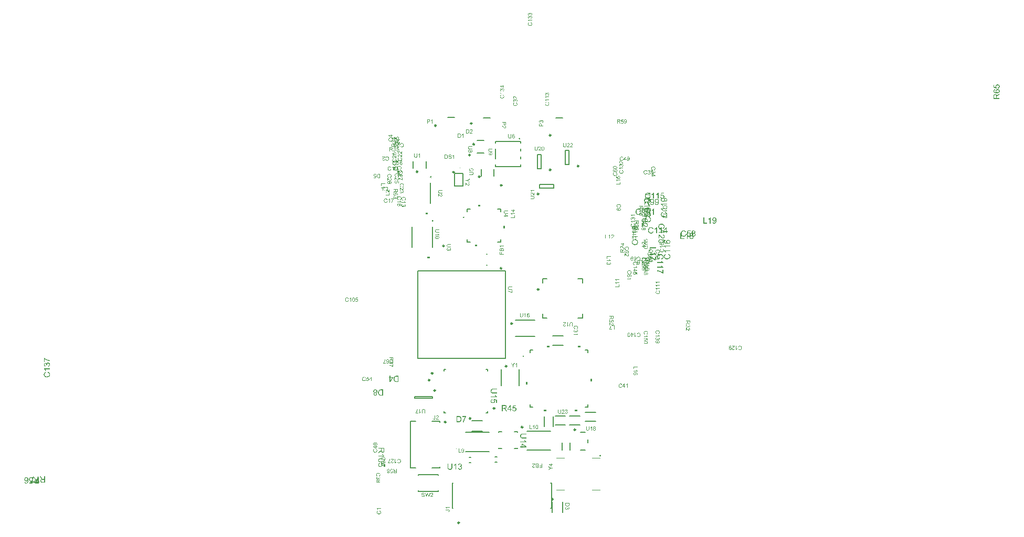
<source format=gto>
G04*
G04 #@! TF.GenerationSoftware,Altium Limited,Altium Designer,24.2.2 (26)*
G04*
G04 Layer_Color=65535*
%FSLAX44Y44*%
%MOMM*%
G71*
G04*
G04 #@! TF.SameCoordinates,E5005945-8A51-4B8D-8BE1-141B8C32279E*
G04*
G04*
G04 #@! TF.FilePolarity,Positive*
G04*
G01*
G75*
%ADD10C,0.2500*%
%ADD11C,0.1524*%
%ADD12C,0.1000*%
%ADD13C,0.1250*%
%ADD14C,0.2000*%
G36*
X117905Y525924D02*
X114095D01*
Y528464D01*
X117905D01*
Y525924D01*
D02*
G37*
G36*
X32905Y513091D02*
X29095D01*
Y515631D01*
X32905D01*
Y513091D01*
D02*
G37*
G36*
X157155Y490404D02*
X154615D01*
Y494214D01*
X157155D01*
Y490404D01*
D02*
G37*
G36*
X112905Y461154D02*
X109095D01*
Y463694D01*
X112905D01*
Y461154D01*
D02*
G37*
G36*
X35905Y442091D02*
X32095D01*
Y444631D01*
X35905D01*
Y442091D01*
D02*
G37*
G36*
X279013Y298050D02*
X275203D01*
Y300590D01*
X279013D01*
Y298050D01*
D02*
G37*
G36*
X229000D02*
X225190D01*
Y300590D01*
X229000D01*
Y298050D01*
D02*
G37*
G36*
X297686Y243098D02*
X295146D01*
Y246908D01*
X297686D01*
Y243098D01*
D02*
G37*
G36*
X194054Y238097D02*
X191514D01*
Y241907D01*
X194054D01*
Y238097D01*
D02*
G37*
G36*
X274011Y194418D02*
X270201D01*
Y196958D01*
X274011D01*
Y194418D01*
D02*
G37*
G36*
X223999D02*
X220189D01*
Y196958D01*
X223999D01*
Y194418D01*
D02*
G37*
G36*
X144425Y229897D02*
X138786D01*
X138772D01*
X138730D01*
X138659D01*
X138575D01*
X138476Y229882D01*
X138349D01*
X138081Y229868D01*
X137771Y229840D01*
X137461Y229798D01*
X137165Y229741D01*
X137038Y229713D01*
X136911Y229671D01*
X136883Y229657D01*
X136812Y229629D01*
X136714Y229558D01*
X136573Y229474D01*
X136432Y229375D01*
X136277Y229234D01*
X136122Y229065D01*
X135995Y228867D01*
X135981Y228839D01*
X135938Y228769D01*
X135896Y228642D01*
X135840Y228473D01*
X135769Y228275D01*
X135727Y228022D01*
X135685Y227754D01*
X135671Y227458D01*
Y227317D01*
X135685Y227232D01*
Y227105D01*
X135699Y226978D01*
X135755Y226668D01*
X135826Y226330D01*
X135938Y226006D01*
X136094Y225696D01*
X136192Y225555D01*
X136305Y225428D01*
X136319Y225414D01*
X136333Y225400D01*
X136375Y225371D01*
X136432Y225329D01*
X136516Y225287D01*
X136601Y225230D01*
X136728Y225174D01*
X136855Y225118D01*
X137010Y225061D01*
X137193Y225019D01*
X137404Y224963D01*
X137630Y224920D01*
X137884Y224878D01*
X138152Y224850D01*
X138462Y224822D01*
X138786D01*
X144425D01*
Y223525D01*
X138786D01*
X138772D01*
X138715D01*
X138645D01*
X138546D01*
X138420Y223539D01*
X138279D01*
X138109Y223553D01*
X137940Y223567D01*
X137560Y223609D01*
X137165Y223666D01*
X136784Y223750D01*
X136601Y223807D01*
X136432Y223863D01*
X136418D01*
X136390Y223877D01*
X136347Y223905D01*
X136291Y223934D01*
X136136Y224018D01*
X135938Y224145D01*
X135713Y224314D01*
X135487Y224512D01*
X135248Y224765D01*
X135036Y225075D01*
Y225089D01*
X135008Y225118D01*
X134994Y225160D01*
X134952Y225230D01*
X134909Y225315D01*
X134867Y225428D01*
X134825Y225541D01*
X134768Y225681D01*
X134712Y225837D01*
X134670Y226006D01*
X134627Y226189D01*
X134585Y226401D01*
X134557Y226612D01*
X134529Y226838D01*
X134501Y227345D01*
Y227472D01*
X134515Y227570D01*
Y227683D01*
X134529Y227824D01*
X134543Y227979D01*
X134557Y228134D01*
X134613Y228487D01*
X134698Y228867D01*
X134811Y229234D01*
X134966Y229586D01*
Y229601D01*
X134994Y229629D01*
X135022Y229671D01*
X135050Y229727D01*
X135163Y229882D01*
X135318Y230066D01*
X135515Y230277D01*
X135741Y230474D01*
X136023Y230672D01*
X136333Y230827D01*
X136347D01*
X136375Y230841D01*
X136432Y230855D01*
X136502Y230883D01*
X136587Y230912D01*
X136700Y230940D01*
X136826Y230982D01*
X136982Y231010D01*
X137151Y231038D01*
X137334Y231081D01*
X137531Y231109D01*
X137743Y231137D01*
X137983Y231165D01*
X138236Y231179D01*
X138504Y231193D01*
X138786D01*
X144425D01*
Y229897D01*
D02*
G37*
G36*
X142014Y220931D02*
X142042Y220903D01*
X142057Y220846D01*
X142099Y220776D01*
X142141Y220691D01*
X142198Y220592D01*
X142338Y220353D01*
X142493Y220071D01*
X142691Y219789D01*
X142916Y219493D01*
X143156Y219197D01*
X143170Y219183D01*
X143184Y219169D01*
X143227Y219126D01*
X143269Y219070D01*
X143410Y218943D01*
X143579Y218774D01*
X143776Y218605D01*
X144002Y218422D01*
X144228Y218267D01*
X144467Y218125D01*
Y217350D01*
X134670D01*
Y218548D01*
X142296D01*
X142282Y218563D01*
X142226Y218633D01*
X142141Y218718D01*
X142042Y218859D01*
X141916Y219014D01*
X141775Y219211D01*
X141620Y219436D01*
X141465Y219690D01*
Y219704D01*
X141450Y219718D01*
X141394Y219803D01*
X141323Y219944D01*
X141239Y220113D01*
X141140Y220311D01*
X141042Y220522D01*
X140943Y220734D01*
X140858Y220945D01*
X142014D01*
Y220931D01*
D02*
G37*
G36*
X137320Y213022D02*
X137306D01*
X137278D01*
X137235Y213008D01*
X137165Y212994D01*
X137010Y212952D01*
X136798Y212896D01*
X136587Y212811D01*
X136347Y212698D01*
X136136Y212557D01*
X135938Y212388D01*
X135924Y212360D01*
X135868Y212304D01*
X135798Y212191D01*
X135713Y212036D01*
X135628Y211866D01*
X135558Y211655D01*
X135501Y211415D01*
X135487Y211147D01*
Y211063D01*
X135501Y211007D01*
X135515Y210837D01*
X135572Y210640D01*
X135642Y210400D01*
X135755Y210161D01*
X135924Y209907D01*
X136023Y209794D01*
X136136Y209681D01*
X136150Y209667D01*
X136164Y209653D01*
X136206Y209625D01*
X136249Y209583D01*
X136404Y209484D01*
X136601Y209371D01*
X136841Y209273D01*
X137137Y209174D01*
X137489Y209103D01*
X137672Y209075D01*
X137870D01*
X137884D01*
X137912D01*
X137968D01*
X138039Y209089D01*
X138124D01*
X138222Y209103D01*
X138448Y209146D01*
X138715Y209216D01*
X138983Y209315D01*
X139237Y209456D01*
X139477Y209653D01*
X139491D01*
X139505Y209681D01*
X139576Y209752D01*
X139674Y209879D01*
X139787Y210048D01*
X139886Y210273D01*
X139984Y210527D01*
X140055Y210823D01*
X140083Y210992D01*
Y211260D01*
X140069Y211373D01*
X140055Y211514D01*
X140013Y211683D01*
X139970Y211852D01*
X139900Y212036D01*
X139815Y212219D01*
X139801Y212233D01*
X139773Y212289D01*
X139702Y212374D01*
X139632Y212487D01*
X139533Y212600D01*
X139406Y212712D01*
X139279Y212839D01*
X139124Y212938D01*
X139279Y214066D01*
X144298Y213121D01*
Y208272D01*
X143156D01*
Y212177D01*
X140520Y212698D01*
X140534Y212684D01*
X140548Y212656D01*
X140576Y212614D01*
X140619Y212543D01*
X140661Y212458D01*
X140717Y212360D01*
X140830Y212134D01*
X140943Y211852D01*
X141042Y211542D01*
X141112Y211204D01*
X141140Y211035D01*
Y210725D01*
X141126Y210640D01*
X141112Y210527D01*
X141098Y210400D01*
X141070Y210259D01*
X141027Y210104D01*
X140929Y209766D01*
X140858Y209583D01*
X140760Y209400D01*
X140661Y209216D01*
X140548Y209033D01*
X140407Y208864D01*
X140252Y208695D01*
X140238Y208680D01*
X140210Y208652D01*
X140168Y208610D01*
X140097Y208554D01*
X139998Y208483D01*
X139900Y208413D01*
X139773Y208328D01*
X139632Y208244D01*
X139477Y208173D01*
X139308Y208088D01*
X139110Y208018D01*
X138913Y207948D01*
X138701Y207891D01*
X138462Y207849D01*
X138222Y207821D01*
X137968Y207806D01*
X137954D01*
X137912D01*
X137842D01*
X137743Y207821D01*
X137630Y207835D01*
X137503Y207849D01*
X137348Y207877D01*
X137193Y207905D01*
X136826Y207990D01*
X136446Y208131D01*
X136249Y208215D01*
X136065Y208328D01*
X135868Y208441D01*
X135685Y208582D01*
X135671Y208596D01*
X135628Y208624D01*
X135572Y208680D01*
X135501Y208751D01*
X135417Y208850D01*
X135304Y208962D01*
X135205Y209103D01*
X135093Y209258D01*
X134980Y209428D01*
X134881Y209625D01*
X134782Y209837D01*
X134684Y210062D01*
X134613Y210302D01*
X134557Y210569D01*
X134515Y210851D01*
X134501Y211147D01*
Y211274D01*
X134515Y211373D01*
X134529Y211486D01*
X134543Y211613D01*
X134557Y211768D01*
X134599Y211923D01*
X134684Y212275D01*
X134811Y212628D01*
X134895Y212811D01*
X134994Y212994D01*
X135107Y213163D01*
X135234Y213333D01*
X135248Y213347D01*
X135262Y213375D01*
X135318Y213403D01*
X135375Y213459D01*
X135445Y213530D01*
X135530Y213600D01*
X135642Y213685D01*
X135769Y213755D01*
X135896Y213840D01*
X136051Y213925D01*
X136390Y214080D01*
X136784Y214207D01*
X136996Y214249D01*
X137221Y214277D01*
X137320Y213022D01*
D02*
G37*
G36*
X311203Y124207D02*
X311320Y124183D01*
X311461Y124136D01*
X311602Y124089D01*
X311743Y123995D01*
X311884Y123878D01*
X311908Y123854D01*
X311955Y123807D01*
X312002Y123737D01*
X312072Y123619D01*
X312143Y123502D01*
X312213Y123337D01*
X312237Y123173D01*
X312260Y122985D01*
Y122891D01*
X312237Y122797D01*
X312213Y122680D01*
X312166Y122539D01*
X312096Y122398D01*
X312002Y122257D01*
X311884Y122116D01*
X311861Y122092D01*
X311814Y122045D01*
X311743Y121998D01*
X311626Y121928D01*
X311367Y121787D01*
X311203Y121763D01*
X311015Y121740D01*
X310991D01*
X310921D01*
X310827Y121763D01*
X310709Y121787D01*
X310569Y121834D01*
X310428Y121904D01*
X310263Y121998D01*
X310122Y122116D01*
X310099Y122139D01*
X310075Y122186D01*
X310005Y122257D01*
X309958Y122374D01*
X309817Y122633D01*
X309793Y122797D01*
X309770Y122985D01*
Y123079D01*
X309793Y123173D01*
X309817Y123290D01*
X309864Y123431D01*
X309911Y123572D01*
X310005Y123737D01*
X310122Y123878D01*
X310146Y123901D01*
X310193Y123925D01*
X310263Y123995D01*
X310381Y124042D01*
X310498Y124113D01*
X310662Y124183D01*
X310827Y124207D01*
X311015Y124230D01*
X311038D01*
X311109D01*
X311203Y124207D01*
D02*
G37*
G36*
X187321Y285270D02*
Y285261D01*
Y285233D01*
Y285204D01*
X187311Y285101D01*
X187302Y284979D01*
X187283Y284819D01*
X187274Y284622D01*
X187246Y284405D01*
X187217Y284171D01*
X187227D01*
X187236Y284180D01*
X187264Y284189D01*
X187302Y284208D01*
X187396Y284255D01*
X187518Y284312D01*
X187668Y284377D01*
X187847Y284452D01*
X188044Y284528D01*
X188261Y284603D01*
X188467Y283973D01*
X188458D01*
X188439Y283964D01*
X188411Y283954D01*
X188373Y283945D01*
X188317Y283926D01*
X188261Y283907D01*
X188120Y283870D01*
X187950Y283832D01*
X187763Y283785D01*
X187565Y283748D01*
X187358Y283720D01*
X187368Y283710D01*
X187405Y283673D01*
X187471Y283616D01*
X187556Y283531D01*
X187668Y283409D01*
X187791Y283268D01*
X187950Y283090D01*
X188120Y282883D01*
X187593Y282516D01*
X187584Y282535D01*
X187546Y282582D01*
X187490Y282658D01*
X187415Y282761D01*
X187330Y282902D01*
X187227Y283062D01*
X187105Y283250D01*
X186982Y283456D01*
Y283447D01*
X186973Y283428D01*
X186954Y283400D01*
X186926Y283353D01*
X186870Y283240D01*
X186794Y283109D01*
X186700Y282958D01*
X186607Y282799D01*
X186503Y282648D01*
X186409Y282516D01*
X185892Y282883D01*
X185902Y282892D01*
X185911Y282911D01*
X185939Y282939D01*
X185977Y282986D01*
X186061Y283099D01*
X186174Y283231D01*
X186296Y283372D01*
X186419Y283503D01*
X186531Y283626D01*
X186578Y283682D01*
X186625Y283720D01*
X186616D01*
X186597Y283729D01*
X186569D01*
X186531Y283738D01*
X186475Y283748D01*
X186419Y283766D01*
X186278Y283795D01*
X186108Y283832D01*
X185930Y283870D01*
X185545Y283973D01*
X185742Y284603D01*
X185751D01*
X185770Y284594D01*
X185808Y284575D01*
X185855Y284565D01*
X185911Y284537D01*
X185986Y284509D01*
X186137Y284452D01*
X186306Y284387D01*
X186475Y284312D01*
X186635Y284236D01*
X186766Y284171D01*
Y284180D01*
Y284208D01*
X186757Y284246D01*
Y284302D01*
X186747Y284368D01*
X186738Y284443D01*
X186729Y284612D01*
X186710Y284791D01*
X186691Y284979D01*
X186682Y285139D01*
Y285214D01*
Y285280D01*
X187321D01*
Y285270D01*
D02*
G37*
G36*
X38463Y574552D02*
Y574543D01*
X38454Y574524D01*
X38435Y574486D01*
X38426Y574439D01*
X38398Y574383D01*
X38370Y574308D01*
X38313Y574157D01*
X38247Y573988D01*
X38172Y573819D01*
X38097Y573659D01*
X38031Y573528D01*
X38041D01*
X38069D01*
X38106Y573537D01*
X38163D01*
X38228Y573547D01*
X38304Y573556D01*
X38473Y573565D01*
X38651Y573584D01*
X38839Y573603D01*
X38999Y573612D01*
X39074D01*
X39140D01*
Y572973D01*
X39131D01*
X39121D01*
X39093D01*
X39065D01*
X38962Y572983D01*
X38839Y572992D01*
X38680Y573011D01*
X38482Y573020D01*
X38266Y573049D01*
X38031Y573077D01*
Y573067D01*
X38041Y573058D01*
X38050Y573030D01*
X38069Y572992D01*
X38116Y572898D01*
X38172Y572776D01*
X38238Y572626D01*
X38313Y572447D01*
X38388Y572250D01*
X38463Y572034D01*
X37834Y571827D01*
Y571836D01*
X37824Y571855D01*
X37815Y571883D01*
X37806Y571921D01*
X37787Y571977D01*
X37768Y572034D01*
X37731Y572174D01*
X37693Y572344D01*
X37646Y572532D01*
X37608Y572729D01*
X37580Y572936D01*
X37571Y572926D01*
X37533Y572889D01*
X37477Y572823D01*
X37392Y572738D01*
X37270Y572626D01*
X37129Y572503D01*
X36950Y572344D01*
X36744Y572174D01*
X36377Y572701D01*
X36396Y572710D01*
X36443Y572748D01*
X36518Y572804D01*
X36621Y572879D01*
X36762Y572964D01*
X36922Y573067D01*
X37110Y573189D01*
X37317Y573312D01*
X37308D01*
X37289Y573321D01*
X37261Y573340D01*
X37214Y573368D01*
X37101Y573424D01*
X36969Y573500D01*
X36819Y573593D01*
X36659Y573688D01*
X36509Y573791D01*
X36377Y573885D01*
X36744Y574402D01*
X36753Y574392D01*
X36772Y574383D01*
X36800Y574355D01*
X36847Y574317D01*
X36960Y574233D01*
X37091Y574120D01*
X37232Y573998D01*
X37364Y573876D01*
X37486Y573763D01*
X37543Y573716D01*
X37580Y573669D01*
Y573678D01*
X37589Y573697D01*
Y573725D01*
X37599Y573763D01*
X37608Y573819D01*
X37627Y573876D01*
X37655Y574016D01*
X37693Y574186D01*
X37731Y574364D01*
X37834Y574749D01*
X38463Y574552D01*
D02*
G37*
G36*
X90850Y509411D02*
Y509402D01*
Y509374D01*
Y509346D01*
X90840Y509242D01*
X90831Y509120D01*
X90812Y508960D01*
X90803Y508763D01*
X90775Y508547D01*
X90746Y508312D01*
X90756D01*
X90765Y508321D01*
X90793Y508331D01*
X90831Y508349D01*
X90925Y508396D01*
X91047Y508453D01*
X91198Y508519D01*
X91376Y508594D01*
X91573Y508669D01*
X91790Y508744D01*
X91996Y508115D01*
X91987D01*
X91968Y508105D01*
X91940Y508096D01*
X91902Y508086D01*
X91846Y508068D01*
X91790Y508049D01*
X91649Y508011D01*
X91479Y507974D01*
X91292Y507926D01*
X91094Y507889D01*
X90887Y507861D01*
X90897Y507851D01*
X90934Y507814D01*
X91000Y507757D01*
X91085Y507673D01*
X91198Y507551D01*
X91320Y507410D01*
X91479Y507231D01*
X91649Y507024D01*
X91122Y506658D01*
X91113Y506677D01*
X91075Y506724D01*
X91019Y506799D01*
X90944Y506902D01*
X90859Y507043D01*
X90756Y507203D01*
X90634Y507391D01*
X90512Y507598D01*
Y507588D01*
X90502Y507569D01*
X90483Y507541D01*
X90455Y507494D01*
X90399Y507382D01*
X90323Y507250D01*
X90230Y507099D01*
X90135Y506940D01*
X90032Y506789D01*
X89938Y506658D01*
X89421Y507024D01*
X89431Y507034D01*
X89440Y507052D01*
X89468Y507081D01*
X89506Y507128D01*
X89590Y507240D01*
X89703Y507372D01*
X89825Y507513D01*
X89948Y507645D01*
X90060Y507767D01*
X90107Y507823D01*
X90154Y507861D01*
X90145D01*
X90126Y507870D01*
X90098D01*
X90060Y507880D01*
X90004Y507889D01*
X89948Y507908D01*
X89807Y507936D01*
X89637Y507974D01*
X89459Y508011D01*
X89074Y508115D01*
X89271Y508744D01*
X89280D01*
X89299Y508735D01*
X89337Y508716D01*
X89384Y508707D01*
X89440Y508678D01*
X89515Y508650D01*
X89666Y508594D01*
X89835Y508528D01*
X90004Y508453D01*
X90164Y508378D01*
X90295Y508312D01*
Y508321D01*
Y508349D01*
X90286Y508387D01*
Y508443D01*
X90276Y508509D01*
X90267Y508584D01*
X90258Y508754D01*
X90239Y508932D01*
X90220Y509120D01*
X90211Y509280D01*
Y509355D01*
Y509421D01*
X90850D01*
Y509411D01*
D02*
G37*
G36*
X41463Y503552D02*
Y503543D01*
X41454Y503524D01*
X41435Y503486D01*
X41426Y503439D01*
X41398Y503383D01*
X41370Y503308D01*
X41313Y503157D01*
X41247Y502988D01*
X41172Y502819D01*
X41097Y502659D01*
X41031Y502528D01*
X41041D01*
X41069D01*
X41106Y502537D01*
X41163D01*
X41229Y502547D01*
X41304Y502556D01*
X41473Y502565D01*
X41652Y502584D01*
X41839Y502603D01*
X41999Y502612D01*
X42074D01*
X42140D01*
Y501973D01*
X42131D01*
X42121D01*
X42093D01*
X42065D01*
X41962Y501983D01*
X41839Y501992D01*
X41680Y502011D01*
X41482Y502020D01*
X41266Y502048D01*
X41031Y502077D01*
Y502067D01*
X41041Y502058D01*
X41050Y502030D01*
X41069Y501992D01*
X41116Y501898D01*
X41172Y501776D01*
X41238Y501626D01*
X41313Y501447D01*
X41388Y501250D01*
X41463Y501034D01*
X40834Y500827D01*
Y500836D01*
X40824Y500855D01*
X40815Y500883D01*
X40806Y500921D01*
X40787Y500977D01*
X40768Y501034D01*
X40731Y501174D01*
X40693Y501344D01*
X40646Y501532D01*
X40608Y501729D01*
X40580Y501936D01*
X40571Y501926D01*
X40533Y501889D01*
X40477Y501823D01*
X40392Y501738D01*
X40270Y501626D01*
X40129Y501503D01*
X39950Y501344D01*
X39744Y501174D01*
X39377Y501701D01*
X39396Y501710D01*
X39443Y501748D01*
X39518Y501804D01*
X39622Y501879D01*
X39762Y501964D01*
X39922Y502067D01*
X40110Y502189D01*
X40317Y502312D01*
X40308D01*
X40289Y502321D01*
X40261Y502340D01*
X40214Y502368D01*
X40101Y502424D01*
X39969Y502500D01*
X39819Y502593D01*
X39659Y502687D01*
X39509Y502791D01*
X39377Y502885D01*
X39744Y503402D01*
X39753Y503392D01*
X39772Y503383D01*
X39800Y503355D01*
X39847Y503317D01*
X39960Y503233D01*
X40091Y503120D01*
X40232Y502998D01*
X40364Y502876D01*
X40486Y502763D01*
X40542Y502716D01*
X40580Y502669D01*
Y502678D01*
X40589Y502697D01*
Y502725D01*
X40599Y502763D01*
X40608Y502819D01*
X40627Y502876D01*
X40655Y503016D01*
X40693Y503186D01*
X40731Y503364D01*
X40834Y503750D01*
X41463Y503552D01*
D02*
G37*
G36*
X-39120Y220059D02*
X-42870D01*
X-43123Y220073D01*
X-43405Y220087D01*
X-43687Y220115D01*
X-43969Y220158D01*
X-44209Y220200D01*
X-44223D01*
X-44251Y220214D01*
X-44293D01*
X-44350Y220242D01*
X-44505Y220285D01*
X-44702Y220355D01*
X-44928Y220454D01*
X-45167Y220581D01*
X-45407Y220722D01*
X-45633Y220905D01*
X-45647Y220919D01*
X-45661Y220933D01*
X-45703Y220975D01*
X-45760Y221018D01*
X-45901Y221159D01*
X-46070Y221356D01*
X-46253Y221596D01*
X-46450Y221877D01*
X-46634Y222202D01*
X-46789Y222568D01*
Y222582D01*
X-46803Y222611D01*
X-46831Y222667D01*
X-46845Y222752D01*
X-46887Y222850D01*
X-46915Y222963D01*
X-46944Y223090D01*
X-46986Y223245D01*
X-47028Y223400D01*
X-47056Y223583D01*
X-47127Y223978D01*
X-47169Y224415D01*
X-47183Y224894D01*
Y224908D01*
Y224937D01*
Y225007D01*
Y225077D01*
X-47169Y225176D01*
Y225289D01*
X-47155Y225557D01*
X-47113Y225867D01*
X-47070Y226191D01*
X-47000Y226530D01*
X-46915Y226868D01*
Y226882D01*
X-46901Y226910D01*
X-46887Y226952D01*
X-46873Y227009D01*
X-46817Y227164D01*
X-46732Y227361D01*
X-46648Y227587D01*
X-46535Y227812D01*
X-46394Y228052D01*
X-46253Y228277D01*
X-46239Y228306D01*
X-46182Y228376D01*
X-46098Y228475D01*
X-45985Y228602D01*
X-45858Y228743D01*
X-45703Y228884D01*
X-45548Y229039D01*
X-45365Y229166D01*
X-45337Y229180D01*
X-45280Y229222D01*
X-45181Y229278D01*
X-45041Y229349D01*
X-44871Y229433D01*
X-44674Y229504D01*
X-44448Y229589D01*
X-44195Y229659D01*
X-44167D01*
X-44124Y229673D01*
X-44082Y229687D01*
X-43941Y229701D01*
X-43744Y229729D01*
X-43518Y229758D01*
X-43250Y229786D01*
X-42954Y229800D01*
X-42630Y229814D01*
X-39120D01*
Y220059D01*
D02*
G37*
G36*
X-51427Y229969D02*
X-51300Y229955D01*
X-51159Y229941D01*
X-51004Y229913D01*
X-50834Y229870D01*
X-50454Y229772D01*
X-50257Y229701D01*
X-50073Y229631D01*
X-49876Y229532D01*
X-49679Y229419D01*
X-49495Y229293D01*
X-49326Y229137D01*
X-49312Y229123D01*
X-49284Y229095D01*
X-49241Y229053D01*
X-49185Y228982D01*
X-49129Y228898D01*
X-49044Y228799D01*
X-48974Y228686D01*
X-48889Y228545D01*
X-48804Y228404D01*
X-48734Y228235D01*
X-48593Y227883D01*
X-48537Y227671D01*
X-48494Y227460D01*
X-48466Y227234D01*
X-48452Y227009D01*
Y226995D01*
Y226966D01*
Y226910D01*
X-48466Y226854D01*
Y226769D01*
X-48480Y226670D01*
X-48508Y226445D01*
X-48565Y226191D01*
X-48649Y225937D01*
X-48776Y225670D01*
X-48931Y225416D01*
Y225402D01*
X-48959Y225388D01*
X-49016Y225317D01*
X-49129Y225204D01*
X-49284Y225063D01*
X-49481Y224923D01*
X-49721Y224767D01*
X-49989Y224641D01*
X-50313Y224542D01*
X-50299D01*
X-50285Y224528D01*
X-50242Y224514D01*
X-50186Y224485D01*
X-50059Y224429D01*
X-49890Y224345D01*
X-49707Y224232D01*
X-49523Y224091D01*
X-49354Y223936D01*
X-49199Y223766D01*
X-49185Y223738D01*
X-49143Y223682D01*
X-49086Y223569D01*
X-49030Y223428D01*
X-48959Y223245D01*
X-48903Y223034D01*
X-48861Y222794D01*
X-48847Y222540D01*
Y222526D01*
Y222498D01*
Y222441D01*
X-48861Y222357D01*
X-48875Y222272D01*
X-48889Y222159D01*
X-48945Y221920D01*
X-49030Y221638D01*
X-49171Y221342D01*
X-49256Y221187D01*
X-49354Y221032D01*
X-49481Y220891D01*
X-49608Y220750D01*
X-49622Y220736D01*
X-49650Y220722D01*
X-49693Y220679D01*
X-49749Y220637D01*
X-49819Y220581D01*
X-49918Y220524D01*
X-50031Y220454D01*
X-50144Y220383D01*
X-50285Y220313D01*
X-50440Y220242D01*
X-50609Y220186D01*
X-50792Y220130D01*
X-51187Y220045D01*
X-51412Y220031D01*
X-51638Y220017D01*
X-51765D01*
X-51849Y220031D01*
X-51962Y220045D01*
X-52089Y220059D01*
X-52230Y220073D01*
X-52371Y220115D01*
X-52709Y220200D01*
X-53048Y220327D01*
X-53217Y220411D01*
X-53386Y220510D01*
X-53541Y220637D01*
X-53696Y220764D01*
X-53710Y220778D01*
X-53724Y220792D01*
X-53767Y220834D01*
X-53823Y220891D01*
X-53879Y220975D01*
X-53950Y221060D01*
X-54091Y221271D01*
X-54232Y221539D01*
X-54359Y221849D01*
X-54457Y222202D01*
X-54472Y222385D01*
X-54486Y222582D01*
Y222596D01*
Y222611D01*
Y222695D01*
X-54472Y222822D01*
X-54443Y222977D01*
X-54401Y223174D01*
X-54331Y223372D01*
X-54246Y223569D01*
X-54119Y223766D01*
X-54105Y223795D01*
X-54049Y223851D01*
X-53964Y223936D01*
X-53851Y224048D01*
X-53696Y224175D01*
X-53513Y224302D01*
X-53301Y224429D01*
X-53048Y224542D01*
X-53062D01*
X-53090Y224556D01*
X-53132Y224570D01*
X-53189Y224598D01*
X-53358Y224669D01*
X-53555Y224767D01*
X-53767Y224908D01*
X-53992Y225063D01*
X-54204Y225261D01*
X-54401Y225486D01*
Y225500D01*
X-54415Y225515D01*
X-54472Y225599D01*
X-54556Y225740D01*
X-54641Y225923D01*
X-54725Y226149D01*
X-54810Y226417D01*
X-54866Y226713D01*
X-54880Y227037D01*
Y227051D01*
Y227093D01*
Y227164D01*
X-54866Y227248D01*
X-54852Y227347D01*
X-54838Y227474D01*
X-54810Y227615D01*
X-54767Y227770D01*
X-54669Y228094D01*
X-54598Y228277D01*
X-54500Y228447D01*
X-54401Y228630D01*
X-54288Y228799D01*
X-54147Y228968D01*
X-53992Y229137D01*
X-53978Y229152D01*
X-53950Y229180D01*
X-53908Y229222D01*
X-53837Y229264D01*
X-53738Y229335D01*
X-53640Y229405D01*
X-53513Y229476D01*
X-53372Y229560D01*
X-53217Y229645D01*
X-53034Y229715D01*
X-52836Y229786D01*
X-52639Y229856D01*
X-52413Y229899D01*
X-52174Y229941D01*
X-51934Y229969D01*
X-51666Y229983D01*
X-51525D01*
X-51427Y229969D01*
D02*
G37*
G36*
X-14148Y242122D02*
X-17898D01*
X-18152Y242136D01*
X-18434Y242151D01*
X-18715Y242179D01*
X-18997Y242221D01*
X-19237Y242263D01*
X-19251D01*
X-19279Y242277D01*
X-19322D01*
X-19378Y242306D01*
X-19533Y242348D01*
X-19730Y242418D01*
X-19956Y242517D01*
X-20196Y242644D01*
X-20435Y242785D01*
X-20661Y242968D01*
X-20675Y242982D01*
X-20689Y242996D01*
X-20731Y243039D01*
X-20788Y243081D01*
X-20929Y243222D01*
X-21098Y243419D01*
X-21281Y243659D01*
X-21479Y243941D01*
X-21662Y244265D01*
X-21817Y244632D01*
Y244646D01*
X-21831Y244674D01*
X-21859Y244730D01*
X-21873Y244815D01*
X-21916Y244914D01*
X-21944Y245026D01*
X-21972Y245153D01*
X-22014Y245308D01*
X-22056Y245463D01*
X-22085Y245647D01*
X-22155Y246041D01*
X-22197Y246478D01*
X-22211Y246958D01*
Y246972D01*
Y247000D01*
Y247070D01*
Y247141D01*
X-22197Y247240D01*
Y247352D01*
X-22183Y247620D01*
X-22141Y247930D01*
X-22099Y248255D01*
X-22028Y248593D01*
X-21944Y248931D01*
Y248945D01*
X-21930Y248974D01*
X-21916Y249016D01*
X-21901Y249072D01*
X-21845Y249227D01*
X-21760Y249425D01*
X-21676Y249650D01*
X-21563Y249876D01*
X-21422Y250115D01*
X-21281Y250341D01*
X-21267Y250369D01*
X-21211Y250440D01*
X-21126Y250538D01*
X-21013Y250665D01*
X-20886Y250806D01*
X-20731Y250947D01*
X-20576Y251102D01*
X-20393Y251229D01*
X-20365Y251243D01*
X-20308Y251285D01*
X-20210Y251342D01*
X-20069Y251412D01*
X-19900Y251497D01*
X-19702Y251567D01*
X-19477Y251652D01*
X-19223Y251722D01*
X-19195D01*
X-19152Y251737D01*
X-19110Y251751D01*
X-18969Y251765D01*
X-18772Y251793D01*
X-18546Y251821D01*
X-18278Y251849D01*
X-17982Y251863D01*
X-17658Y251877D01*
X-14148D01*
Y242122D01*
D02*
G37*
G36*
X-27329Y249537D02*
X-23085D01*
Y248438D01*
X-27554Y242122D01*
X-28527D01*
Y248438D01*
X-29852D01*
Y249537D01*
X-28527D01*
Y251877D01*
X-27329D01*
Y249537D01*
D02*
G37*
G36*
X175383Y203202D02*
X171478D01*
X170956Y200566D01*
X170970Y200580D01*
X170998Y200594D01*
X171041Y200622D01*
X171111Y200665D01*
X171196Y200707D01*
X171295Y200763D01*
X171520Y200876D01*
X171802Y200989D01*
X172112Y201087D01*
X172451Y201158D01*
X172620Y201186D01*
X172930D01*
X173014Y201172D01*
X173127Y201158D01*
X173254Y201144D01*
X173395Y201116D01*
X173550Y201073D01*
X173888Y200975D01*
X174072Y200904D01*
X174255Y200805D01*
X174438Y200707D01*
X174621Y200594D01*
X174791Y200453D01*
X174960Y200298D01*
X174974Y200284D01*
X175002Y200256D01*
X175044Y200213D01*
X175101Y200143D01*
X175171Y200044D01*
X175242Y199946D01*
X175326Y199819D01*
X175411Y199678D01*
X175481Y199523D01*
X175566Y199354D01*
X175636Y199156D01*
X175707Y198959D01*
X175763Y198747D01*
X175806Y198508D01*
X175834Y198268D01*
X175848Y198014D01*
Y198000D01*
Y197958D01*
Y197887D01*
X175834Y197789D01*
X175820Y197676D01*
X175806Y197549D01*
X175777Y197394D01*
X175749Y197239D01*
X175665Y196872D01*
X175524Y196492D01*
X175439Y196294D01*
X175326Y196111D01*
X175214Y195914D01*
X175072Y195730D01*
X175058Y195716D01*
X175030Y195674D01*
X174974Y195618D01*
X174903Y195547D01*
X174805Y195463D01*
X174692Y195350D01*
X174551Y195251D01*
X174396Y195138D01*
X174227Y195026D01*
X174029Y194927D01*
X173818Y194828D01*
X173592Y194730D01*
X173353Y194659D01*
X173085Y194603D01*
X172803Y194561D01*
X172507Y194546D01*
X172380D01*
X172281Y194561D01*
X172169Y194575D01*
X172042Y194589D01*
X171887Y194603D01*
X171732Y194645D01*
X171379Y194730D01*
X171027Y194856D01*
X170843Y194941D01*
X170660Y195040D01*
X170491Y195153D01*
X170322Y195279D01*
X170308Y195294D01*
X170280Y195308D01*
X170251Y195364D01*
X170195Y195420D01*
X170124Y195491D01*
X170054Y195576D01*
X169969Y195688D01*
X169899Y195815D01*
X169814Y195942D01*
X169730Y196097D01*
X169575Y196435D01*
X169448Y196830D01*
X169406Y197042D01*
X169377Y197267D01*
X170632Y197366D01*
Y197352D01*
Y197323D01*
X170646Y197281D01*
X170660Y197211D01*
X170702Y197056D01*
X170759Y196844D01*
X170843Y196633D01*
X170956Y196393D01*
X171097Y196182D01*
X171266Y195984D01*
X171295Y195970D01*
X171351Y195914D01*
X171464Y195843D01*
X171619Y195759D01*
X171788Y195674D01*
X171999Y195604D01*
X172239Y195547D01*
X172507Y195533D01*
X172591D01*
X172648Y195547D01*
X172817Y195561D01*
X173014Y195618D01*
X173254Y195688D01*
X173494Y195801D01*
X173747Y195970D01*
X173860Y196069D01*
X173973Y196182D01*
X173987Y196196D01*
X174001Y196210D01*
X174029Y196252D01*
X174072Y196294D01*
X174170Y196450D01*
X174283Y196647D01*
X174382Y196887D01*
X174480Y197183D01*
X174551Y197535D01*
X174579Y197718D01*
Y197916D01*
Y197930D01*
Y197958D01*
Y198014D01*
X174565Y198085D01*
Y198169D01*
X174551Y198268D01*
X174509Y198494D01*
X174438Y198761D01*
X174340Y199029D01*
X174198Y199283D01*
X174001Y199523D01*
Y199537D01*
X173973Y199551D01*
X173902Y199621D01*
X173776Y199720D01*
X173606Y199833D01*
X173381Y199932D01*
X173127Y200030D01*
X172831Y200101D01*
X172662Y200129D01*
X172394D01*
X172281Y200115D01*
X172140Y200101D01*
X171971Y200058D01*
X171802Y200016D01*
X171619Y199946D01*
X171436Y199861D01*
X171421Y199847D01*
X171365Y199819D01*
X171280Y199748D01*
X171168Y199678D01*
X171055Y199579D01*
X170942Y199452D01*
X170815Y199325D01*
X170717Y199170D01*
X169589Y199325D01*
X170533Y204344D01*
X175383D01*
Y203202D01*
D02*
G37*
G36*
X166826Y198155D02*
X168151D01*
Y197056D01*
X166826D01*
Y194716D01*
X165628D01*
Y197056D01*
X161384D01*
Y198155D01*
X165853Y204471D01*
X166826D01*
Y198155D01*
D02*
G37*
G36*
X157099Y204457D02*
X157226D01*
X157522Y204443D01*
X157832Y204400D01*
X158170Y204358D01*
X158480Y204287D01*
X158635Y204245D01*
X158762Y204203D01*
X158776D01*
X158791Y204189D01*
X158875Y204146D01*
X159002Y204090D01*
X159157Y203991D01*
X159326Y203864D01*
X159509Y203695D01*
X159679Y203498D01*
X159848Y203272D01*
Y203258D01*
X159862Y203244D01*
X159918Y203160D01*
X159975Y203019D01*
X160059Y202835D01*
X160130Y202624D01*
X160200Y202370D01*
X160243Y202102D01*
X160257Y201806D01*
Y201792D01*
Y201764D01*
Y201708D01*
X160243Y201637D01*
Y201539D01*
X160228Y201440D01*
X160172Y201200D01*
X160087Y200918D01*
X159975Y200622D01*
X159805Y200326D01*
X159693Y200185D01*
X159580Y200044D01*
X159566Y200030D01*
X159552Y200016D01*
X159509Y199974D01*
X159453Y199932D01*
X159383Y199875D01*
X159298Y199819D01*
X159185Y199748D01*
X159073Y199664D01*
X158932Y199593D01*
X158776Y199523D01*
X158607Y199438D01*
X158424Y199368D01*
X158212Y199311D01*
X158001Y199241D01*
X157761Y199198D01*
X157508Y199156D01*
X157536Y199142D01*
X157592Y199114D01*
X157677Y199057D01*
X157790Y199001D01*
X158043Y198846D01*
X158170Y198747D01*
X158283Y198663D01*
X158311Y198634D01*
X158382Y198564D01*
X158495Y198451D01*
X158635Y198310D01*
X158791Y198113D01*
X158974Y197901D01*
X159157Y197648D01*
X159354Y197366D01*
X161032Y194716D01*
X159425D01*
X158142Y196745D01*
Y196760D01*
X158114Y196788D01*
X158086Y196830D01*
X158043Y196887D01*
X157945Y197042D01*
X157818Y197239D01*
X157663Y197450D01*
X157508Y197676D01*
X157353Y197887D01*
X157212Y198085D01*
X157198Y198099D01*
X157155Y198155D01*
X157085Y198240D01*
X156986Y198339D01*
X156775Y198550D01*
X156662Y198649D01*
X156549Y198733D01*
X156535Y198747D01*
X156507Y198761D01*
X156450Y198790D01*
X156366Y198832D01*
X156281Y198874D01*
X156183Y198916D01*
X155957Y198987D01*
X155943D01*
X155915Y199001D01*
X155858D01*
X155788Y199015D01*
X155689Y199029D01*
X155576D01*
X155421Y199043D01*
X153758D01*
Y194716D01*
X152461D01*
Y204471D01*
X156986D01*
X157099Y204457D01*
D02*
G37*
G36*
X191941Y157194D02*
X186302D01*
X186288D01*
X186246D01*
X186175D01*
X186091D01*
X185992Y157180D01*
X185865D01*
X185597Y157165D01*
X185287Y157137D01*
X184977Y157095D01*
X184681Y157039D01*
X184554Y157010D01*
X184427Y156968D01*
X184399Y156954D01*
X184329Y156926D01*
X184230Y156855D01*
X184089Y156771D01*
X183948Y156672D01*
X183793Y156531D01*
X183638Y156362D01*
X183511Y156165D01*
X183497Y156136D01*
X183455Y156066D01*
X183412Y155939D01*
X183356Y155770D01*
X183286Y155573D01*
X183243Y155319D01*
X183201Y155051D01*
X183187Y154755D01*
Y154614D01*
X183201Y154529D01*
Y154403D01*
X183215Y154276D01*
X183271Y153966D01*
X183342Y153627D01*
X183455Y153303D01*
X183610Y152993D01*
X183708Y152852D01*
X183821Y152725D01*
X183835Y152711D01*
X183849Y152697D01*
X183892Y152669D01*
X183948Y152626D01*
X184033Y152584D01*
X184117Y152528D01*
X184244Y152471D01*
X184371Y152415D01*
X184526Y152358D01*
X184709Y152316D01*
X184921Y152260D01*
X185146Y152218D01*
X185400Y152175D01*
X185668Y152147D01*
X185978Y152119D01*
X186302D01*
X191941D01*
Y150822D01*
X186302D01*
X186288D01*
X186232D01*
X186161D01*
X186063D01*
X185936Y150836D01*
X185795D01*
X185626Y150850D01*
X185456Y150864D01*
X185076Y150906D01*
X184681Y150963D01*
X184300Y151047D01*
X184117Y151104D01*
X183948Y151160D01*
X183934D01*
X183906Y151174D01*
X183863Y151202D01*
X183807Y151231D01*
X183652Y151315D01*
X183455Y151442D01*
X183229Y151611D01*
X183004Y151809D01*
X182764Y152062D01*
X182552Y152373D01*
Y152387D01*
X182524Y152415D01*
X182510Y152457D01*
X182468Y152528D01*
X182425Y152612D01*
X182383Y152725D01*
X182341Y152838D01*
X182285Y152979D01*
X182228Y153134D01*
X182186Y153303D01*
X182144Y153486D01*
X182101Y153698D01*
X182073Y153909D01*
X182045Y154135D01*
X182017Y154642D01*
Y154769D01*
X182031Y154868D01*
Y154980D01*
X182045Y155121D01*
X182059Y155276D01*
X182073Y155432D01*
X182129Y155784D01*
X182214Y156165D01*
X182327Y156531D01*
X182482Y156884D01*
Y156898D01*
X182510Y156926D01*
X182538Y156968D01*
X182567Y157024D01*
X182679Y157180D01*
X182834Y157363D01*
X183032Y157574D01*
X183257Y157772D01*
X183539Y157969D01*
X183849Y158124D01*
X183863D01*
X183892Y158138D01*
X183948Y158152D01*
X184018Y158181D01*
X184103Y158209D01*
X184216Y158237D01*
X184343Y158279D01*
X184498Y158307D01*
X184667Y158336D01*
X184850Y158378D01*
X185048Y158406D01*
X185259Y158434D01*
X185499Y158462D01*
X185752Y158476D01*
X186020Y158491D01*
X186302D01*
X191941D01*
Y157194D01*
D02*
G37*
G36*
X189530Y148228D02*
X189559Y148200D01*
X189573Y148143D01*
X189615Y148073D01*
X189657Y147988D01*
X189714Y147890D01*
X189855Y147650D01*
X190010Y147368D01*
X190207Y147086D01*
X190433Y146790D01*
X190672Y146494D01*
X190686Y146480D01*
X190700Y146466D01*
X190743Y146424D01*
X190785Y146367D01*
X190926Y146240D01*
X191095Y146071D01*
X191293Y145902D01*
X191518Y145719D01*
X191744Y145564D01*
X191983Y145423D01*
Y144647D01*
X182186D01*
Y145846D01*
X189812D01*
X189798Y145860D01*
X189742Y145930D01*
X189657Y146015D01*
X189559Y146156D01*
X189432Y146311D01*
X189291Y146508D01*
X189136Y146734D01*
X188981Y146987D01*
Y147002D01*
X188967Y147016D01*
X188910Y147100D01*
X188840Y147241D01*
X188755Y147410D01*
X188656Y147608D01*
X188558Y147819D01*
X188459Y148031D01*
X188375Y148242D01*
X189530D01*
Y148228D01*
D02*
G37*
G36*
X191941Y137514D02*
Y136542D01*
X185626D01*
Y135217D01*
X184526D01*
Y136542D01*
X182186D01*
Y137740D01*
X184526D01*
Y141983D01*
X185626D01*
X191941Y137514D01*
D02*
G37*
G36*
X25477Y62982D02*
X25543D01*
X25722Y62963D01*
X25919Y62934D01*
X26126Y62888D01*
X26351Y62831D01*
X26558Y62756D01*
X26568D01*
X26586Y62747D01*
X26615Y62728D01*
X26652Y62709D01*
X26746Y62662D01*
X26868Y62577D01*
X27009Y62483D01*
X27150Y62361D01*
X27282Y62220D01*
X27404Y62060D01*
Y62051D01*
X27413Y62042D01*
X27432Y62014D01*
X27451Y61985D01*
X27498Y61891D01*
X27554Y61769D01*
X27620Y61619D01*
X27667Y61440D01*
X27714Y61252D01*
X27733Y61045D01*
X26906Y60980D01*
Y60989D01*
Y61008D01*
X26897Y61036D01*
X26887Y61083D01*
X26859Y61186D01*
X26821Y61328D01*
X26765Y61478D01*
X26680Y61628D01*
X26577Y61769D01*
X26445Y61901D01*
X26427Y61910D01*
X26380Y61948D01*
X26286Y62004D01*
X26163Y62060D01*
X26004Y62117D01*
X25816Y62173D01*
X25581Y62211D01*
X25318Y62220D01*
X25186D01*
X25130Y62211D01*
X25055Y62201D01*
X24885Y62183D01*
X24697Y62145D01*
X24509Y62098D01*
X24331Y62023D01*
X24256Y61976D01*
X24181Y61929D01*
X24162Y61919D01*
X24124Y61882D01*
X24068Y61816D01*
X24011Y61741D01*
X23946Y61638D01*
X23889Y61525D01*
X23851Y61393D01*
X23833Y61243D01*
Y61224D01*
Y61186D01*
X23842Y61121D01*
X23861Y61045D01*
X23889Y60951D01*
X23936Y60858D01*
X23993Y60764D01*
X24077Y60670D01*
X24086Y60660D01*
X24134Y60632D01*
X24171Y60604D01*
X24209Y60585D01*
X24265Y60557D01*
X24331Y60519D01*
X24415Y60491D01*
X24509Y60453D01*
X24613Y60416D01*
X24735Y60369D01*
X24866Y60331D01*
X25017Y60284D01*
X25186Y60247D01*
X25374Y60200D01*
X25383D01*
X25421Y60190D01*
X25477Y60181D01*
X25543Y60162D01*
X25628Y60143D01*
X25731Y60115D01*
X25835Y60087D01*
X25947Y60059D01*
X26192Y59993D01*
X26427Y59927D01*
X26539Y59890D01*
X26643Y59852D01*
X26737Y59824D01*
X26812Y59786D01*
X26821D01*
X26840Y59777D01*
X26868Y59758D01*
X26906Y59739D01*
X27009Y59683D01*
X27131Y59608D01*
X27272Y59504D01*
X27413Y59391D01*
X27545Y59260D01*
X27658Y59119D01*
X27667Y59100D01*
X27705Y59053D01*
X27742Y58969D01*
X27799Y58856D01*
X27846Y58724D01*
X27893Y58564D01*
X27921Y58386D01*
X27930Y58198D01*
Y58189D01*
Y58179D01*
Y58151D01*
Y58113D01*
X27912Y58010D01*
X27893Y57878D01*
X27855Y57728D01*
X27808Y57568D01*
X27733Y57399D01*
X27629Y57221D01*
Y57211D01*
X27620Y57202D01*
X27573Y57145D01*
X27507Y57061D01*
X27413Y56967D01*
X27291Y56854D01*
X27141Y56732D01*
X26972Y56619D01*
X26774Y56516D01*
X26765D01*
X26746Y56506D01*
X26718Y56497D01*
X26680Y56478D01*
X26624Y56459D01*
X26558Y56431D01*
X26408Y56393D01*
X26229Y56347D01*
X26013Y56300D01*
X25778Y56271D01*
X25524Y56262D01*
X25374D01*
X25299Y56271D01*
X25214D01*
X25120Y56281D01*
X25008Y56290D01*
X24773Y56328D01*
X24528Y56365D01*
X24284Y56431D01*
X24049Y56516D01*
X24039D01*
X24021Y56525D01*
X23993Y56544D01*
X23955Y56563D01*
X23842Y56619D01*
X23711Y56704D01*
X23560Y56816D01*
X23400Y56948D01*
X23250Y57108D01*
X23109Y57286D01*
Y57296D01*
X23090Y57315D01*
X23081Y57343D01*
X23053Y57380D01*
X23034Y57427D01*
X23006Y57484D01*
X22940Y57625D01*
X22874Y57803D01*
X22818Y58001D01*
X22780Y58226D01*
X22761Y58461D01*
X23570Y58536D01*
Y58527D01*
Y58517D01*
X23579Y58489D01*
Y58452D01*
X23598Y58367D01*
X23626Y58245D01*
X23664Y58123D01*
X23701Y57982D01*
X23767Y57850D01*
X23833Y57728D01*
X23842Y57719D01*
X23870Y57681D01*
X23917Y57615D01*
X23993Y57550D01*
X24086Y57465D01*
X24190Y57380D01*
X24331Y57296D01*
X24481Y57221D01*
X24491D01*
X24500Y57211D01*
X24528Y57202D01*
X24556Y57192D01*
X24650Y57164D01*
X24773Y57127D01*
X24923Y57089D01*
X25092Y57061D01*
X25280Y57042D01*
X25487Y57033D01*
X25571D01*
X25665Y57042D01*
X25778Y57051D01*
X25910Y57070D01*
X26060Y57089D01*
X26210Y57127D01*
X26351Y57174D01*
X26370Y57183D01*
X26417Y57202D01*
X26483Y57239D01*
X26568Y57277D01*
X26652Y57343D01*
X26746Y57408D01*
X26840Y57484D01*
X26915Y57578D01*
X26925Y57587D01*
X26944Y57625D01*
X26972Y57672D01*
X27009Y57747D01*
X27047Y57822D01*
X27075Y57916D01*
X27094Y58019D01*
X27103Y58132D01*
Y58141D01*
Y58189D01*
X27094Y58245D01*
X27085Y58320D01*
X27056Y58395D01*
X27028Y58489D01*
X26981Y58583D01*
X26915Y58668D01*
X26906Y58677D01*
X26878Y58705D01*
X26840Y58743D01*
X26774Y58799D01*
X26699Y58856D01*
X26596Y58922D01*
X26474Y58987D01*
X26333Y59044D01*
X26323Y59053D01*
X26276Y59062D01*
X26201Y59091D01*
X26154Y59100D01*
X26088Y59119D01*
X26023Y59147D01*
X25938Y59166D01*
X25844Y59194D01*
X25731Y59222D01*
X25618Y59250D01*
X25487Y59288D01*
X25336Y59326D01*
X25177Y59363D01*
X25167D01*
X25139Y59373D01*
X25092Y59382D01*
X25036Y59401D01*
X24960Y59420D01*
X24876Y59439D01*
X24688Y59495D01*
X24481Y59561D01*
X24265Y59626D01*
X24077Y59692D01*
X23993Y59730D01*
X23917Y59767D01*
X23908D01*
X23898Y59777D01*
X23842Y59814D01*
X23758Y59861D01*
X23664Y59937D01*
X23551Y60021D01*
X23438Y60125D01*
X23325Y60247D01*
X23231Y60378D01*
X23222Y60397D01*
X23194Y60444D01*
X23156Y60519D01*
X23119Y60613D01*
X23081Y60735D01*
X23043Y60876D01*
X23015Y61027D01*
X23006Y61186D01*
Y61196D01*
Y61205D01*
Y61234D01*
Y61271D01*
X23024Y61365D01*
X23043Y61487D01*
X23071Y61628D01*
X23119Y61788D01*
X23184Y61948D01*
X23278Y62108D01*
Y62117D01*
X23288Y62126D01*
X23335Y62183D01*
X23400Y62258D01*
X23485Y62352D01*
X23598Y62455D01*
X23739Y62568D01*
X23908Y62671D01*
X24096Y62765D01*
X24105D01*
X24124Y62775D01*
X24152Y62784D01*
X24190Y62803D01*
X24237Y62822D01*
X24303Y62840D01*
X24444Y62878D01*
X24622Y62916D01*
X24829Y62953D01*
X25045Y62982D01*
X25289Y62991D01*
X25412D01*
X25477Y62982D01*
D02*
G37*
G36*
X35101Y56375D02*
X34255D01*
X32892Y61328D01*
Y61337D01*
X32883Y61356D01*
X32874Y61384D01*
X32864Y61431D01*
X32836Y61534D01*
X32808Y61656D01*
X32770Y61788D01*
X32733Y61910D01*
X32705Y62014D01*
X32695Y62060D01*
X32686Y62089D01*
Y62079D01*
X32676Y62070D01*
X32667Y62014D01*
X32648Y61929D01*
X32620Y61826D01*
X32592Y61713D01*
X32554Y61581D01*
X32526Y61450D01*
X32488Y61328D01*
X31116Y56375D01*
X30214D01*
X28513Y62878D01*
X29406D01*
X30374Y58611D01*
Y58602D01*
X30383Y58583D01*
X30392Y58546D01*
X30402Y58499D01*
X30411Y58433D01*
X30430Y58367D01*
X30449Y58282D01*
X30468Y58189D01*
X30515Y57991D01*
X30562Y57766D01*
X30609Y57521D01*
X30656Y57277D01*
Y57286D01*
X30665Y57324D01*
X30684Y57371D01*
X30693Y57446D01*
X30712Y57521D01*
X30740Y57615D01*
X30787Y57822D01*
X30844Y58029D01*
X30862Y58132D01*
X30891Y58226D01*
X30909Y58311D01*
X30928Y58386D01*
X30947Y58442D01*
X30956Y58480D01*
X32188Y62878D01*
X33231D01*
X34152Y59579D01*
Y59570D01*
X34170Y59523D01*
X34189Y59457D01*
X34208Y59373D01*
X34236Y59260D01*
X34274Y59138D01*
X34311Y58997D01*
X34349Y58837D01*
X34396Y58658D01*
X34434Y58480D01*
X34518Y58095D01*
X34603Y57690D01*
X34669Y57277D01*
Y57286D01*
X34678Y57305D01*
Y57343D01*
X34697Y57390D01*
X34706Y57446D01*
X34725Y57512D01*
X34734Y57597D01*
X34763Y57690D01*
X34810Y57897D01*
X34866Y58141D01*
X34922Y58405D01*
X34998Y58696D01*
X36013Y62878D01*
X36887D01*
X35101Y56375D01*
D02*
G37*
G36*
X39678Y62897D02*
X39753Y62888D01*
X39847Y62878D01*
X39950Y62859D01*
X40054Y62840D01*
X40298Y62775D01*
X40542Y62681D01*
X40665Y62624D01*
X40787Y62559D01*
X40900Y62474D01*
X41003Y62380D01*
X41012Y62371D01*
X41031Y62361D01*
X41050Y62324D01*
X41087Y62286D01*
X41135Y62239D01*
X41182Y62173D01*
X41228Y62108D01*
X41285Y62023D01*
X41379Y61844D01*
X41473Y61619D01*
X41510Y61506D01*
X41529Y61375D01*
X41548Y61243D01*
X41557Y61102D01*
Y61083D01*
Y61036D01*
X41548Y60961D01*
X41539Y60858D01*
X41520Y60745D01*
X41482Y60613D01*
X41445Y60472D01*
X41388Y60331D01*
X41379Y60312D01*
X41360Y60265D01*
X41322Y60190D01*
X41266Y60087D01*
X41191Y59974D01*
X41097Y59833D01*
X40984Y59692D01*
X40852Y59532D01*
X40834Y59514D01*
X40787Y59457D01*
X40740Y59410D01*
X40693Y59363D01*
X40636Y59307D01*
X40561Y59232D01*
X40486Y59156D01*
X40392Y59072D01*
X40298Y58978D01*
X40185Y58875D01*
X40063Y58771D01*
X39931Y58649D01*
X39781Y58527D01*
X39631Y58395D01*
X39621Y58386D01*
X39603Y58367D01*
X39565Y58339D01*
X39518Y58301D01*
X39462Y58245D01*
X39396Y58189D01*
X39246Y58066D01*
X39086Y57925D01*
X38935Y57784D01*
X38804Y57662D01*
X38747Y57615D01*
X38700Y57568D01*
X38691Y57559D01*
X38663Y57531D01*
X38625Y57493D01*
X38578Y57437D01*
X38531Y57371D01*
X38475Y57305D01*
X38362Y57145D01*
X41567D01*
Y56375D01*
X37253D01*
Y56384D01*
Y56422D01*
Y56478D01*
X37262Y56553D01*
X37272Y56638D01*
X37291Y56732D01*
X37310Y56826D01*
X37347Y56929D01*
Y56939D01*
X37357Y56948D01*
X37375Y57004D01*
X37413Y57089D01*
X37469Y57202D01*
X37544Y57333D01*
X37638Y57484D01*
X37742Y57634D01*
X37873Y57794D01*
Y57803D01*
X37892Y57813D01*
X37939Y57869D01*
X38024Y57954D01*
X38146Y58076D01*
X38287Y58217D01*
X38465Y58386D01*
X38682Y58574D01*
X38916Y58771D01*
X38926Y58781D01*
X38963Y58809D01*
X39020Y58856D01*
X39086Y58912D01*
X39170Y58987D01*
X39274Y59072D01*
X39377Y59166D01*
X39499Y59269D01*
X39734Y59495D01*
X39969Y59720D01*
X40082Y59833D01*
X40185Y59946D01*
X40279Y60049D01*
X40354Y60153D01*
Y60162D01*
X40373Y60171D01*
X40392Y60200D01*
X40411Y60237D01*
X40477Y60341D01*
X40552Y60463D01*
X40618Y60613D01*
X40683Y60773D01*
X40721Y60951D01*
X40740Y61121D01*
Y61130D01*
Y61139D01*
X40730Y61196D01*
X40721Y61290D01*
X40693Y61393D01*
X40655Y61525D01*
X40589Y61656D01*
X40505Y61788D01*
X40392Y61919D01*
X40373Y61938D01*
X40326Y61976D01*
X40260Y62023D01*
X40157Y62089D01*
X40026Y62145D01*
X39875Y62201D01*
X39697Y62239D01*
X39499Y62249D01*
X39443D01*
X39405Y62239D01*
X39293Y62230D01*
X39161Y62201D01*
X39020Y62164D01*
X38860Y62098D01*
X38710Y62014D01*
X38569Y61901D01*
X38550Y61882D01*
X38512Y61835D01*
X38456Y61760D01*
X38400Y61647D01*
X38334Y61515D01*
X38277Y61346D01*
X38240Y61158D01*
X38221Y60942D01*
X37404Y61027D01*
Y61036D01*
X37413Y61064D01*
Y61111D01*
X37422Y61177D01*
X37441Y61252D01*
X37460Y61337D01*
X37488Y61440D01*
X37516Y61544D01*
X37591Y61769D01*
X37704Y61995D01*
X37770Y62108D01*
X37855Y62220D01*
X37939Y62324D01*
X38033Y62418D01*
X38043Y62427D01*
X38061Y62436D01*
X38089Y62465D01*
X38136Y62493D01*
X38193Y62530D01*
X38259Y62568D01*
X38334Y62615D01*
X38428Y62662D01*
X38531Y62709D01*
X38644Y62756D01*
X38766Y62793D01*
X38898Y62831D01*
X39039Y62859D01*
X39189Y62888D01*
X39349Y62897D01*
X39518Y62906D01*
X39612D01*
X39678Y62897D01*
D02*
G37*
G36*
X-37059Y130960D02*
X-37073Y130848D01*
Y130721D01*
X-37087Y130425D01*
X-37129Y130115D01*
X-37172Y129776D01*
X-37242Y129466D01*
X-37285Y129311D01*
X-37327Y129184D01*
Y129170D01*
X-37341Y129156D01*
X-37383Y129071D01*
X-37440Y128945D01*
X-37538Y128790D01*
X-37665Y128620D01*
X-37834Y128437D01*
X-38032Y128268D01*
X-38257Y128099D01*
X-38271D01*
X-38285Y128085D01*
X-38370Y128028D01*
X-38511Y127972D01*
X-38694Y127887D01*
X-38906Y127817D01*
X-39159Y127746D01*
X-39427Y127704D01*
X-39723Y127690D01*
X-39737D01*
X-39766D01*
X-39822D01*
X-39892Y127704D01*
X-39991D01*
X-40090Y127718D01*
X-40329Y127774D01*
X-40611Y127859D01*
X-40908Y127972D01*
X-41203Y128141D01*
X-41344Y128254D01*
X-41485Y128366D01*
X-41500Y128381D01*
X-41514Y128395D01*
X-41556Y128437D01*
X-41598Y128493D01*
X-41655Y128564D01*
X-41711Y128649D01*
X-41782Y128761D01*
X-41866Y128874D01*
X-41936Y129015D01*
X-42007Y129170D01*
X-42092Y129339D01*
X-42162Y129522D01*
X-42218Y129734D01*
X-42289Y129945D01*
X-42331Y130185D01*
X-42374Y130439D01*
X-42388Y130411D01*
X-42416Y130354D01*
X-42472Y130270D01*
X-42529Y130157D01*
X-42684Y129903D01*
X-42782Y129776D01*
X-42867Y129663D01*
X-42895Y129635D01*
X-42966Y129565D01*
X-43078Y129452D01*
X-43219Y129311D01*
X-43417Y129156D01*
X-43628Y128973D01*
X-43882Y128790D01*
X-44164Y128592D01*
X-46814Y126915D01*
Y128522D01*
X-44784Y129804D01*
X-44770D01*
X-44742Y129833D01*
X-44700Y129861D01*
X-44643Y129903D01*
X-44488Y130002D01*
X-44291Y130129D01*
X-44079Y130284D01*
X-43854Y130439D01*
X-43642Y130594D01*
X-43445Y130735D01*
X-43431Y130749D01*
X-43374Y130791D01*
X-43290Y130862D01*
X-43191Y130960D01*
X-42980Y131172D01*
X-42881Y131285D01*
X-42797Y131397D01*
X-42782Y131412D01*
X-42768Y131440D01*
X-42740Y131496D01*
X-42698Y131581D01*
X-42656Y131665D01*
X-42613Y131764D01*
X-42543Y131989D01*
Y132004D01*
X-42529Y132032D01*
Y132088D01*
X-42515Y132159D01*
X-42500Y132257D01*
Y132370D01*
X-42486Y132525D01*
Y134189D01*
X-46814D01*
Y135485D01*
X-37059D01*
Y130960D01*
D02*
G37*
G36*
X-39470Y125223D02*
X-39441Y125195D01*
X-39427Y125138D01*
X-39385Y125068D01*
X-39343Y124983D01*
X-39286Y124885D01*
X-39145Y124645D01*
X-38990Y124363D01*
X-38793Y124081D01*
X-38567Y123785D01*
X-38328Y123489D01*
X-38314Y123475D01*
X-38300Y123461D01*
X-38257Y123419D01*
X-38215Y123362D01*
X-38074Y123235D01*
X-37905Y123066D01*
X-37707Y122897D01*
X-37482Y122714D01*
X-37256Y122559D01*
X-37017Y122418D01*
Y121642D01*
X-46814D01*
Y122840D01*
X-39188D01*
X-39202Y122855D01*
X-39258Y122925D01*
X-39343Y123010D01*
X-39441Y123151D01*
X-39568Y123306D01*
X-39709Y123503D01*
X-39864Y123729D01*
X-40019Y123982D01*
Y123996D01*
X-40033Y124011D01*
X-40090Y124095D01*
X-40160Y124236D01*
X-40245Y124405D01*
X-40344Y124603D01*
X-40442Y124814D01*
X-40541Y125026D01*
X-40626Y125237D01*
X-39470D01*
Y125223D01*
D02*
G37*
G36*
X-38784Y120894D02*
X-38690D01*
X-38596Y120885D01*
X-38474Y120876D01*
X-38352Y120857D01*
X-38079Y120810D01*
X-37778Y120744D01*
X-37478Y120650D01*
X-37186Y120518D01*
X-37177Y120509D01*
X-37149Y120500D01*
X-37111Y120481D01*
X-37064Y120443D01*
X-36998Y120406D01*
X-36923Y120359D01*
X-36754Y120236D01*
X-36566Y120077D01*
X-36378Y119889D01*
X-36190Y119672D01*
X-36030Y119419D01*
X-36021Y119409D01*
X-36011Y119381D01*
X-35993Y119344D01*
X-35964Y119297D01*
X-35936Y119221D01*
X-35908Y119146D01*
X-35870Y119052D01*
X-35833Y118949D01*
X-35795Y118836D01*
X-35758Y118714D01*
X-35701Y118451D01*
X-35654Y118150D01*
X-35635Y117840D01*
Y117746D01*
X-35645Y117680D01*
X-35654Y117596D01*
X-35664Y117492D01*
X-35673Y117389D01*
X-35701Y117267D01*
X-35758Y117013D01*
X-35842Y116731D01*
X-35899Y116590D01*
X-35964Y116458D01*
X-36049Y116327D01*
X-36134Y116195D01*
X-36143Y116186D01*
X-36152Y116167D01*
X-36181Y116130D01*
X-36228Y116082D01*
X-36275Y116035D01*
X-36340Y115970D01*
X-36416Y115904D01*
X-36491Y115829D01*
X-36585Y115754D01*
X-36697Y115678D01*
X-36810Y115594D01*
X-36932Y115519D01*
X-37024Y115476D01*
X-37017Y115383D01*
Y115256D01*
X-37031Y115101D01*
X-37059Y114918D01*
X-37101Y114707D01*
X-37158Y114481D01*
X-37216Y114281D01*
X-37205Y114278D01*
X-37130Y114250D01*
X-36951Y114193D01*
X-36744Y114100D01*
X-36538Y113987D01*
X-36340Y113846D01*
X-36162Y113667D01*
X-36152Y113658D01*
X-36143Y113639D01*
X-36124Y113611D01*
X-36096Y113573D01*
X-36058Y113526D01*
X-36021Y113461D01*
X-35983Y113395D01*
X-35936Y113310D01*
X-35861Y113122D01*
X-35786Y112906D01*
X-35739Y112652D01*
X-35720Y112521D01*
Y112286D01*
X-35729Y112182D01*
X-35748Y112060D01*
X-35777Y111910D01*
X-35824Y111741D01*
X-35880Y111572D01*
X-35955Y111402D01*
Y111393D01*
X-35964Y111383D01*
X-35993Y111327D01*
X-36049Y111243D01*
X-36115Y111149D01*
X-36209Y111036D01*
X-36312Y110923D01*
X-36434Y110810D01*
X-36575Y110716D01*
X-36594Y110707D01*
X-36641Y110679D01*
X-36726Y110641D01*
X-36829Y110594D01*
X-36951Y110547D01*
X-37092Y110510D01*
X-37252Y110481D01*
X-37412Y110472D01*
X-37431D01*
X-37487D01*
X-37562Y110481D01*
X-37666Y110500D01*
X-37788Y110528D01*
X-37919Y110575D01*
X-38051Y110632D01*
X-38182Y110707D01*
X-38201Y110716D01*
X-38239Y110744D01*
X-38305Y110801D01*
X-38380Y110876D01*
X-38464Y110970D01*
X-38558Y111083D01*
X-38643Y111214D01*
X-38728Y111374D01*
Y111365D01*
X-38737Y111346D01*
X-38746Y111318D01*
X-38756Y111280D01*
X-38793Y111177D01*
X-38850Y111045D01*
X-38925Y110895D01*
X-39019Y110744D01*
X-39141Y110604D01*
X-39282Y110472D01*
X-39301Y110463D01*
X-39357Y110425D01*
X-39451Y110368D01*
X-39573Y110312D01*
X-39633Y110290D01*
X-37186Y109829D01*
Y106575D01*
X-37167Y106562D01*
X-36876Y106346D01*
X-36604Y106121D01*
Y109306D01*
X-35833D01*
Y105096D01*
X-36463D01*
X-36472Y105106D01*
X-36491Y105124D01*
X-36528Y105162D01*
X-36585Y105200D01*
X-36651Y105256D01*
X-36726Y105331D01*
X-36820Y105406D01*
X-36932Y105491D01*
X-37045Y105576D01*
X-37177Y105679D01*
X-37186Y105685D01*
Y104980D01*
X-38328D01*
Y106396D01*
X-38408Y106440D01*
X-38511Y106487D01*
X-38624Y106544D01*
X-38756Y106609D01*
X-38906Y106675D01*
X-39075Y106750D01*
X-39244Y106835D01*
X-39432Y106910D01*
X-39630Y106985D01*
X-40034Y107136D01*
X-40370Y107245D01*
X-40372Y107235D01*
X-40386Y107108D01*
X-40414Y106967D01*
X-40456Y106812D01*
X-40555Y106474D01*
X-40626Y106291D01*
X-40724Y106107D01*
X-40823Y105924D01*
X-40936Y105741D01*
X-41077Y105572D01*
X-41232Y105402D01*
X-41246Y105388D01*
X-41274Y105360D01*
X-41316Y105318D01*
X-41387Y105262D01*
X-41485Y105191D01*
X-41584Y105121D01*
X-41711Y105036D01*
X-41852Y104951D01*
X-42007Y104881D01*
X-42176Y104796D01*
X-42374Y104726D01*
X-42571Y104655D01*
X-42782Y104599D01*
X-43022Y104557D01*
X-43262Y104529D01*
X-43515Y104514D01*
X-43530D01*
X-43572D01*
X-43642D01*
X-43741Y104529D01*
X-43854Y104543D01*
X-43981Y104557D01*
X-44136Y104585D01*
X-44291Y104613D01*
X-44657Y104698D01*
X-45038Y104839D01*
X-45235Y104923D01*
X-45419Y105036D01*
X-45616Y105149D01*
X-45799Y105290D01*
X-45813Y105304D01*
X-45855Y105332D01*
X-45912Y105388D01*
X-45982Y105459D01*
X-46067Y105558D01*
X-46180Y105670D01*
X-46278Y105811D01*
X-46391Y105966D01*
X-46504Y106136D01*
X-46603Y106333D01*
X-46701Y106544D01*
X-46800Y106770D01*
X-46870Y107010D01*
X-46927Y107277D01*
X-46969Y107559D01*
X-46983Y107855D01*
Y107982D01*
X-46969Y108081D01*
X-46955Y108194D01*
X-46941Y108321D01*
X-46927Y108476D01*
X-46885Y108631D01*
X-46800Y108983D01*
X-46673Y109336D01*
X-46589Y109519D01*
X-46490Y109702D01*
X-46377Y109871D01*
X-46250Y110040D01*
X-46236Y110055D01*
X-46222Y110083D01*
X-46166Y110111D01*
X-46109Y110167D01*
X-46039Y110238D01*
X-45954Y110308D01*
X-45841Y110393D01*
X-45715Y110463D01*
X-45588Y110548D01*
X-45433Y110632D01*
X-45094Y110788D01*
X-44700Y110914D01*
X-44488Y110957D01*
X-44262Y110985D01*
X-44164Y109730D01*
X-44178D01*
X-44206D01*
X-44248Y109716D01*
X-44319Y109702D01*
X-44474Y109660D01*
X-44686Y109603D01*
X-44897Y109519D01*
X-45137Y109406D01*
X-45348Y109265D01*
X-45545Y109096D01*
X-45560Y109068D01*
X-45616Y109011D01*
X-45686Y108899D01*
X-45771Y108743D01*
X-45855Y108574D01*
X-45926Y108363D01*
X-45982Y108123D01*
X-45996Y107855D01*
Y107771D01*
X-45982Y107714D01*
X-45968Y107545D01*
X-45912Y107348D01*
X-45841Y107108D01*
X-45729Y106869D01*
X-45560Y106615D01*
X-45461Y106502D01*
X-45348Y106389D01*
X-45334Y106375D01*
X-45320Y106361D01*
X-45278Y106333D01*
X-45235Y106291D01*
X-45080Y106192D01*
X-44883Y106079D01*
X-44643Y105981D01*
X-44347Y105882D01*
X-43995Y105811D01*
X-43811Y105783D01*
X-43614D01*
X-43600D01*
X-43572D01*
X-43515D01*
X-43445Y105797D01*
X-43360D01*
X-43262Y105811D01*
X-43036Y105854D01*
X-42768Y105924D01*
X-42500Y106023D01*
X-42247Y106164D01*
X-42007Y106361D01*
X-41993D01*
X-41979Y106389D01*
X-41908Y106460D01*
X-41810Y106587D01*
X-41697Y106756D01*
X-41598Y106981D01*
X-41500Y107235D01*
X-41441Y107483D01*
X-41566Y107502D01*
X-41895Y107549D01*
X-42252Y107577D01*
Y108395D01*
X-42242D01*
X-42214D01*
X-42176D01*
X-42120Y108385D01*
X-42045D01*
X-41951Y108376D01*
X-41848Y108367D01*
X-41735Y108357D01*
X-41603Y108338D01*
X-41472Y108320D01*
X-41453Y108316D01*
X-41471Y108391D01*
X-41514Y108560D01*
X-41584Y108743D01*
X-41669Y108927D01*
X-41683Y108941D01*
X-41711Y108997D01*
X-41782Y109082D01*
X-41852Y109195D01*
X-41951Y109307D01*
X-42077Y109420D01*
X-42204Y109547D01*
X-42359Y109646D01*
X-42204Y110773D01*
X-41662Y110671D01*
X-41772Y110782D01*
X-41782Y110791D01*
X-41801Y110810D01*
X-41829Y110848D01*
X-41866Y110895D01*
X-41913Y110951D01*
X-41960Y111026D01*
X-42017Y111111D01*
X-42064Y111214D01*
X-42120Y111318D01*
X-42176Y111440D01*
X-42224Y111562D01*
X-42270Y111703D01*
X-42308Y111853D01*
X-42336Y112013D01*
X-42355Y112173D01*
X-42357Y112203D01*
X-42444Y112211D01*
X-42613D01*
X-42797Y112226D01*
X-42994Y112240D01*
X-43445Y112282D01*
X-43910Y112352D01*
X-44361Y112437D01*
X-44573Y112493D01*
X-44784Y112564D01*
X-44798D01*
X-44826Y112578D01*
X-44883Y112606D01*
X-44953Y112634D01*
X-45052Y112662D01*
X-45151Y112719D01*
X-45390Y112832D01*
X-45644Y112973D01*
X-45926Y113156D01*
X-46180Y113367D01*
X-46419Y113621D01*
Y113635D01*
X-46448Y113649D01*
X-46476Y113692D01*
X-46504Y113748D01*
X-46546Y113818D01*
X-46603Y113889D01*
X-46701Y114100D01*
X-46800Y114354D01*
X-46899Y114650D01*
X-46955Y115003D01*
X-46983Y115383D01*
Y115524D01*
X-46969Y115623D01*
X-46955Y115736D01*
X-46927Y115877D01*
X-46899Y116032D01*
X-46856Y116201D01*
X-46800Y116370D01*
X-46744Y116553D01*
X-46659Y116736D01*
X-46560Y116920D01*
X-46448Y117103D01*
X-46307Y117286D01*
X-46151Y117456D01*
X-45982Y117611D01*
X-45968Y117625D01*
X-45926Y117653D01*
X-45855Y117695D01*
X-45743Y117766D01*
X-45616Y117836D01*
X-45447Y117907D01*
X-45249Y118005D01*
X-45024Y118090D01*
X-44770Y118174D01*
X-44474Y118259D01*
X-44150Y118344D01*
X-43783Y118414D01*
X-43389Y118484D01*
X-42966Y118527D01*
X-42500Y118555D01*
X-42291Y118561D01*
X-42261Y118733D01*
X-42186Y119015D01*
X-42083Y119297D01*
X-42017Y119428D01*
X-41942Y119560D01*
X-41932Y119569D01*
X-41923Y119588D01*
X-41895Y119626D01*
X-41857Y119663D01*
X-41819Y119719D01*
X-41763Y119785D01*
X-41697Y119860D01*
X-41622Y119936D01*
X-41537Y120011D01*
X-41453Y120095D01*
X-41237Y120265D01*
X-40983Y120424D01*
X-40701Y120565D01*
X-40692D01*
X-40663Y120584D01*
X-40616Y120594D01*
X-40560Y120622D01*
X-40485Y120640D01*
X-40391Y120669D01*
X-40287Y120706D01*
X-40175Y120735D01*
X-40053Y120763D01*
X-39912Y120800D01*
X-39620Y120847D01*
X-39291Y120885D01*
X-38953Y120904D01*
X-38944D01*
X-38906D01*
X-38850D01*
X-38784Y120894D01*
D02*
G37*
G36*
X388152Y548033D02*
X388279Y548018D01*
X388434Y548004D01*
X388589Y547990D01*
X388773Y547948D01*
X389153Y547864D01*
X389250Y547835D01*
X389361Y547886D01*
X389511Y547942D01*
X389689Y547999D01*
X389887Y548036D01*
X390103Y548046D01*
X390112D01*
X390140D01*
X390187D01*
X390244Y548036D01*
X390310Y548027D01*
X390394Y548017D01*
X390488Y547999D01*
X390592Y547970D01*
X390808Y547905D01*
X390930Y547858D01*
X391043Y547792D01*
X391165Y547726D01*
X391278Y547651D01*
X391390Y547557D01*
X391503Y547453D01*
X391513Y547444D01*
X391531Y547425D01*
X391560Y547397D01*
X391588Y547350D01*
X391635Y547284D01*
X391682Y547219D01*
X391729Y547134D01*
X391785Y547040D01*
X391842Y546936D01*
X391889Y546814D01*
X391936Y546683D01*
X391982Y546551D01*
X392011Y546401D01*
X392039Y546241D01*
X392058Y546081D01*
X392067Y545903D01*
Y545809D01*
X392058Y545743D01*
X392048Y545658D01*
X392039Y545564D01*
X392020Y545461D01*
X391992Y545348D01*
X391926Y545094D01*
X391879Y544963D01*
X391832Y544841D01*
X391766Y544709D01*
X391691Y544578D01*
X391607Y544455D01*
X391503Y544343D01*
X391494Y544333D01*
X391475Y544314D01*
X391447Y544286D01*
X391400Y544249D01*
X391343Y544211D01*
X391278Y544155D01*
X391203Y544108D01*
X391109Y544051D01*
X391015Y543995D01*
X390902Y543948D01*
X390667Y543854D01*
X390526Y543816D01*
X390385Y543788D01*
X390234Y543769D01*
X390084Y543760D01*
X390075D01*
X390056D01*
X390018D01*
X389981Y543769D01*
X389924D01*
X389859Y543779D01*
X389708Y543798D01*
X389539Y543835D01*
X389370Y543892D01*
X389191Y543976D01*
X389022Y544080D01*
X389013D01*
X389003Y544098D01*
X388956Y544136D01*
X388881Y544211D01*
X388787Y544314D01*
X388693Y544446D01*
X388590Y544606D01*
X388505Y544784D01*
X388439Y545000D01*
Y544991D01*
X388430Y544982D01*
X388421Y544953D01*
X388402Y544916D01*
X388364Y544831D01*
X388308Y544719D01*
X388233Y544596D01*
X388139Y544474D01*
X388035Y544361D01*
X387923Y544258D01*
X387904Y544249D01*
X387866Y544221D01*
X387791Y544183D01*
X387697Y544145D01*
X387575Y544098D01*
X387434Y544061D01*
X387274Y544033D01*
X387105Y544023D01*
X387096D01*
X387077D01*
X387039D01*
X386983Y544033D01*
X386926Y544042D01*
X386851Y544051D01*
X386692Y544089D01*
X386503Y544145D01*
X386306Y544239D01*
X386203Y544296D01*
X386099Y544361D01*
X386005Y544446D01*
X385911Y544531D01*
X385902Y544540D01*
X385893Y544559D01*
X385864Y544587D01*
X385836Y544625D01*
X385799Y544672D01*
X385761Y544737D01*
X385714Y544813D01*
X385667Y544888D01*
X385620Y544982D01*
X385573Y545085D01*
X385536Y545198D01*
X385498Y545320D01*
X385442Y545583D01*
X385432Y545734D01*
X385426Y545831D01*
X385403Y545805D01*
X385234Y545566D01*
X385079Y545270D01*
X384938Y544945D01*
Y544931D01*
X384924Y544903D01*
X384910Y544861D01*
X384896Y544790D01*
X384868Y544706D01*
X384840Y544607D01*
X384797Y544367D01*
X384741Y544086D01*
X384684Y543775D01*
X384656Y543437D01*
X384642Y543070D01*
Y543056D01*
Y543014D01*
Y542944D01*
Y542859D01*
X384656Y542760D01*
Y542634D01*
X384670Y542492D01*
X384684Y542337D01*
X384727Y541999D01*
X384797Y541633D01*
X384882Y541266D01*
X384995Y540900D01*
Y540886D01*
X385009Y540857D01*
X385037Y540815D01*
X385065Y540745D01*
X385150Y540575D01*
X385277Y540378D01*
X385432Y540152D01*
X385629Y539913D01*
X385675Y539869D01*
X389812D01*
X389872Y539941D01*
X389957Y540025D01*
X390027Y540138D01*
X390112Y540265D01*
X390210Y540406D01*
X390295Y540547D01*
X390380Y540716D01*
X390450Y540900D01*
X390521Y541097D01*
X390591Y541308D01*
X390648Y541534D01*
X391184Y541400D01*
Y543074D01*
X391954D01*
Y539005D01*
X390726D01*
X390676Y538954D01*
X390478Y538785D01*
X390464Y538771D01*
X390436Y538743D01*
X390366Y538714D01*
X390323Y538680D01*
X390369Y538647D01*
X390651Y538407D01*
X390933Y538125D01*
X391215Y537801D01*
X391455Y537420D01*
X391469Y537406D01*
X391483Y537364D01*
X391511Y537308D01*
X391553Y537237D01*
X391596Y537124D01*
X391638Y537011D01*
X391694Y536870D01*
X391751Y536716D01*
X391807Y536546D01*
X391863Y536363D01*
X391930Y536054D01*
X391949Y536108D01*
X392034Y536320D01*
X392132Y536517D01*
X392259Y536701D01*
X392386Y536898D01*
X392541Y537067D01*
X392555Y537081D01*
X392583Y537109D01*
X392626Y537152D01*
X392696Y537208D01*
X392781Y537279D01*
X392893Y537363D01*
X393006Y537434D01*
X393147Y537532D01*
X393288Y537617D01*
X393457Y537687D01*
X393838Y537842D01*
X394035Y537899D01*
X394261Y537941D01*
X394486Y537969D01*
X394726Y537983D01*
X394825D01*
X394895Y537969D01*
X394966D01*
X395064Y537955D01*
X395304Y537913D01*
X395572Y537856D01*
X395868Y537758D01*
X396164Y537631D01*
X396460Y537462D01*
X396474D01*
X396488Y537434D01*
X396530Y537405D01*
X396587Y537363D01*
X396728Y537250D01*
X396911Y537095D01*
X397094Y536884D01*
X397306Y536630D01*
X397489Y536334D01*
X397658Y535996D01*
Y535981D01*
X397672Y535953D01*
X397701Y535897D01*
X397729Y535826D01*
X397757Y535728D01*
X397799Y535601D01*
X397827Y535460D01*
X397870Y535305D01*
X397912Y535122D01*
X397954Y534910D01*
X397982Y534685D01*
X398011Y534445D01*
X398039Y534177D01*
X398067Y533895D01*
X398081Y533585D01*
Y533261D01*
Y533247D01*
Y533176D01*
Y533078D01*
Y532951D01*
X398067Y532796D01*
Y532612D01*
X398053Y532401D01*
X398025Y532189D01*
X397982Y531710D01*
X397912Y531203D01*
X397813Y530723D01*
X397743Y530484D01*
X397672Y530272D01*
Y530258D01*
X397658Y530230D01*
X397630Y530174D01*
X397602Y530089D01*
X397560Y530004D01*
X397503Y529892D01*
X397362Y529652D01*
X397193Y529384D01*
X396996Y529102D01*
X396742Y528834D01*
X396460Y528595D01*
X396446D01*
X396418Y528567D01*
X396375Y528538D01*
X396319Y528510D01*
X396234Y528468D01*
X396150Y528411D01*
X396037Y528355D01*
X395924Y528313D01*
X395656Y528200D01*
X395332Y528101D01*
X394980Y528045D01*
X394585Y528017D01*
X394472D01*
X394402Y528031D01*
X394303D01*
X394190Y528045D01*
X393923Y528101D01*
X393626Y528172D01*
X393316Y528285D01*
X393006Y528440D01*
X392851Y528538D01*
X392710Y528651D01*
X392696Y528665D01*
X392682Y528679D01*
X392640Y528722D01*
X392597Y528764D01*
X392541Y528834D01*
X392471Y528919D01*
X392329Y529116D01*
X392188Y529370D01*
X392048Y529680D01*
X391935Y530033D01*
X391850Y530441D01*
X393006Y530540D01*
Y530526D01*
X393020Y530498D01*
Y530470D01*
X393034Y530413D01*
X393077Y530258D01*
X393133Y530089D01*
X393204Y529892D01*
X393302Y529694D01*
X393415Y529511D01*
X393556Y529356D01*
X393570Y529342D01*
X393626Y529300D01*
X393725Y529243D01*
X393838Y529187D01*
X393993Y529116D01*
X394176Y529060D01*
X394388Y529018D01*
X394613Y529003D01*
X394712D01*
X394811Y529018D01*
X394938Y529032D01*
X395093Y529060D01*
X395248Y529102D01*
X395417Y529159D01*
X395572Y529243D01*
X395586Y529257D01*
X395642Y529286D01*
X395727Y529342D01*
X395812Y529426D01*
X395924Y529525D01*
X396037Y529638D01*
X396150Y529765D01*
X396263Y529920D01*
X396277Y529934D01*
X396305Y530004D01*
X396361Y530103D01*
X396418Y530230D01*
X396488Y530399D01*
X396559Y530597D01*
X396629Y530822D01*
X396700Y531076D01*
Y531090D01*
X396714Y531104D01*
Y531146D01*
X396728Y531203D01*
X396756Y531344D01*
X396798Y531527D01*
X396827Y531752D01*
X396855Y531992D01*
X396869Y532260D01*
X396883Y532542D01*
Y532556D01*
Y532598D01*
Y532669D01*
Y532781D01*
X396869Y532753D01*
X396812Y532683D01*
X396728Y532584D01*
X396629Y532443D01*
X396488Y532302D01*
X396319Y532147D01*
X396122Y531992D01*
X395896Y531851D01*
X395868Y531837D01*
X395783Y531795D01*
X395656Y531738D01*
X395501Y531682D01*
X395290Y531612D01*
X395064Y531555D01*
X394811Y531513D01*
X394543Y531499D01*
X394430D01*
X394345Y531513D01*
X394233Y531527D01*
X394120Y531541D01*
X393979Y531569D01*
X393838Y531612D01*
X393514Y531710D01*
X393344Y531781D01*
X393175Y531865D01*
X392992Y531964D01*
X392823Y532091D01*
X392654Y532218D01*
X392499Y532373D01*
X392485Y532387D01*
X392456Y532415D01*
X392428Y532457D01*
X392372Y532528D01*
X392301Y532626D01*
X392231Y532725D01*
X392160Y532852D01*
X392090Y532993D01*
X392005Y533148D01*
X391935Y533317D01*
X391864Y533515D01*
X391815Y533652D01*
X391737Y533389D01*
X391652Y533177D01*
X391553Y532980D01*
X391426Y532782D01*
X391300Y532585D01*
X391286Y532571D01*
X391271Y532543D01*
X391229Y532486D01*
X391159Y532416D01*
X391088Y532345D01*
X390989Y532247D01*
X390877Y532148D01*
X390764Y532035D01*
X390623Y531922D01*
X390454Y531810D01*
X390285Y531683D01*
X390101Y531570D01*
X389890Y531471D01*
X389678Y531359D01*
X389453Y531274D01*
X389199Y531189D01*
X388903Y532458D01*
X388917D01*
X388945Y532472D01*
X389002Y532500D01*
X389072Y532529D01*
X389157Y532557D01*
X389270Y532599D01*
X389495Y532712D01*
X389749Y532853D01*
X390003Y533022D01*
X390242Y533233D01*
X390454Y533459D01*
X390482Y533487D01*
X390538Y533572D01*
X390609Y533713D01*
X390708Y533896D01*
X390792Y534136D01*
X390877Y534404D01*
X390933Y534728D01*
X390947Y535080D01*
Y535193D01*
X390933Y535263D01*
Y535362D01*
X390919Y535475D01*
X390877Y535743D01*
X390820Y536039D01*
X390722Y536349D01*
X390581Y536673D01*
X390397Y536969D01*
Y536983D01*
X390369Y536997D01*
X390299Y537096D01*
X390186Y537223D01*
X390017Y537378D01*
X389805Y537561D01*
X389566Y537730D01*
X389270Y537886D01*
X388945Y538027D01*
X388931D01*
X388903Y538041D01*
X388861Y538055D01*
X388846Y538058D01*
X388702Y538024D01*
X388448Y537996D01*
X388181Y537967D01*
X387899Y537953D01*
X387743D01*
X387631Y537967D01*
X387504D01*
X387349Y537981D01*
X387180Y538010D01*
X386982Y538038D01*
X386573Y538108D01*
X386151Y538221D01*
X386078Y538248D01*
X385999Y538238D01*
X385633Y538167D01*
X385266Y538083D01*
X384899Y537970D01*
X384885D01*
X384857Y537956D01*
X384835Y537941D01*
X386860D01*
X386973Y537927D01*
X387099D01*
X387396Y537913D01*
X387706Y537870D01*
X388044Y537828D01*
X388354Y537758D01*
X388509Y537715D01*
X388636Y537673D01*
X388650D01*
X388664Y537659D01*
X388749Y537617D01*
X388876Y537560D01*
X389031Y537462D01*
X389200Y537335D01*
X389383Y537166D01*
X389552Y536968D01*
X389722Y536743D01*
Y536729D01*
X389736Y536715D01*
X389792Y536630D01*
X389848Y536489D01*
X389933Y536306D01*
X390004Y536094D01*
X390074Y535841D01*
X390116Y535573D01*
X390130Y535277D01*
Y535263D01*
Y535234D01*
Y535178D01*
X390116Y535107D01*
Y535009D01*
X390102Y534910D01*
X390046Y534670D01*
X389961Y534389D01*
X389848Y534092D01*
X389679Y533797D01*
X389566Y533656D01*
X389454Y533515D01*
X389440Y533501D01*
X389426Y533486D01*
X389383Y533444D01*
X389327Y533402D01*
X389256Y533345D01*
X389172Y533289D01*
X389059Y533218D01*
X388946Y533134D01*
X388805Y533063D01*
X388650Y532993D01*
X388481Y532908D01*
X388298Y532838D01*
X388086Y532781D01*
X387875Y532711D01*
X387635Y532669D01*
X387382Y532626D01*
X387410Y532612D01*
X387466Y532584D01*
X387551Y532528D01*
X387663Y532471D01*
X387917Y532316D01*
X388044Y532218D01*
X388157Y532133D01*
X388185Y532105D01*
X388256Y532034D01*
X388368Y531922D01*
X388509Y531781D01*
X388664Y531583D01*
X388848Y531372D01*
X389031Y531118D01*
X389228Y530836D01*
X390906Y528186D01*
X389916D01*
X389946Y528130D01*
X390144Y527848D01*
X390369Y527552D01*
X390609Y527256D01*
X390623Y527242D01*
X390637Y527228D01*
X390679Y527186D01*
X390722Y527130D01*
X390863Y527003D01*
X391032Y526833D01*
X391229Y526664D01*
X391455Y526481D01*
X391680Y526326D01*
X391920Y526185D01*
Y525410D01*
X382122D01*
Y526608D01*
X389749D01*
X389735Y526622D01*
X389678Y526693D01*
X389594Y526777D01*
X389495Y526918D01*
X389368Y527073D01*
X389227Y527271D01*
X389072Y527496D01*
X388917Y527750D01*
Y527764D01*
X388903Y527778D01*
X388847Y527863D01*
X388776Y528004D01*
X388692Y528173D01*
X388593Y528370D01*
X388494Y528582D01*
X388396Y528793D01*
X388311Y529004D01*
X388781D01*
X388016Y530216D01*
Y530230D01*
X387988Y530258D01*
X387959Y530300D01*
X387917Y530357D01*
X387818Y530512D01*
X387692Y530709D01*
X387537Y530921D01*
X387382Y531146D01*
X387226Y531358D01*
X387085Y531555D01*
X387071Y531569D01*
X387029Y531626D01*
X386959Y531710D01*
X386860Y531809D01*
X386648Y532020D01*
X386536Y532119D01*
X386423Y532203D01*
X386409Y532218D01*
X386381Y532232D01*
X386324Y532260D01*
X386240Y532302D01*
X386155Y532345D01*
X386056Y532387D01*
X385831Y532457D01*
X385817D01*
X385788Y532471D01*
X385732D01*
X385662Y532486D01*
X385563Y532500D01*
X385450D01*
X385295Y532514D01*
X384902D01*
X385097Y532444D01*
X385308Y532374D01*
X385534Y532317D01*
X385210Y531020D01*
X385196D01*
X385139Y531034D01*
X385055Y531063D01*
X384942Y531105D01*
X384815Y531147D01*
X384660Y531203D01*
X384491Y531274D01*
X384307Y531359D01*
X383913Y531556D01*
X383632Y531737D01*
Y528186D01*
X382335D01*
Y533295D01*
X382292Y533389D01*
X382221Y533586D01*
X382151Y533797D01*
X382080Y534023D01*
X382024Y534263D01*
X381996Y534516D01*
X381967Y534784D01*
X381953Y535066D01*
Y535221D01*
X381967Y535334D01*
Y535461D01*
X381981Y535616D01*
X382010Y535785D01*
X382038Y535982D01*
X382108Y536391D01*
X382221Y536814D01*
X382335Y537124D01*
Y537941D01*
X382831D01*
X382855Y537970D01*
X382954Y538083D01*
X383067Y538196D01*
X383194Y538308D01*
X383321Y538435D01*
X383645Y538689D01*
X384025Y538929D01*
X384448Y539140D01*
X384463D01*
X384505Y539168D01*
X384575Y539182D01*
X384637Y539213D01*
X384529Y539321D01*
X384276Y539645D01*
X384036Y540025D01*
X383825Y540448D01*
Y540462D01*
X383796Y540505D01*
X383782Y540575D01*
X383740Y540660D01*
X383712Y540773D01*
X383670Y540914D01*
X383613Y541069D01*
X383571Y541238D01*
X383529Y541421D01*
X383472Y541633D01*
X383402Y542070D01*
X383345Y542563D01*
X383317Y543070D01*
Y543085D01*
Y543141D01*
Y543226D01*
X383331Y543324D01*
Y543465D01*
X383345Y543606D01*
X383359Y543789D01*
X383388Y543973D01*
X383458Y544381D01*
X383557Y544833D01*
X383698Y545284D01*
X383895Y545721D01*
X383909Y545735D01*
X383923Y545777D01*
X383951Y545834D01*
X384008Y545904D01*
X384064Y546003D01*
X384135Y546115D01*
X384318Y546369D01*
X384558Y546651D01*
X384840Y546933D01*
X385164Y547215D01*
X385544Y547455D01*
X385559Y547469D01*
X385601Y547483D01*
X385657Y547511D01*
X385728Y547553D01*
X385840Y547596D01*
X385953Y547638D01*
X386094Y547694D01*
X386249Y547751D01*
X386418Y547807D01*
X386602Y547864D01*
X386996Y547948D01*
X387448Y548018D01*
X387913Y548047D01*
X388054D01*
X388152Y548033D01*
D02*
G37*
G36*
X414218Y546609D02*
X410313D01*
X409791Y543973D01*
X409805Y543987D01*
X409833Y544001D01*
X409876Y544029D01*
X409946Y544071D01*
X410031Y544114D01*
X410130Y544170D01*
X410355Y544283D01*
X410637Y544396D01*
X410947Y544494D01*
X411286Y544565D01*
X411455Y544593D01*
X411765D01*
X411849Y544579D01*
X411962Y544565D01*
X412089Y544551D01*
X412230Y544523D01*
X412385Y544480D01*
X412723Y544381D01*
X412907Y544311D01*
X413090Y544212D01*
X413273Y544114D01*
X413456Y544001D01*
X413626Y543860D01*
X413795Y543705D01*
X413809Y543691D01*
X413837Y543663D01*
X413879Y543620D01*
X413936Y543550D01*
X414006Y543451D01*
X414077Y543352D01*
X414161Y543226D01*
X414246Y543085D01*
X414316Y542929D01*
X414401Y542760D01*
X414472Y542563D01*
X414542Y542366D01*
X414598Y542154D01*
X414641Y541914D01*
X414669Y541675D01*
X414683Y541421D01*
Y541407D01*
Y541365D01*
Y541294D01*
X414669Y541196D01*
X414655Y541083D01*
X414641Y540956D01*
X414612Y540801D01*
X414584Y540646D01*
X414500Y540279D01*
X414359Y539899D01*
X414274Y539701D01*
X414238Y539643D01*
X414268Y539641D01*
X414451D01*
X414663Y539627D01*
X414874Y539598D01*
X415353Y539556D01*
X415861Y539486D01*
X416340Y539387D01*
X416580Y539316D01*
X416791Y539246D01*
X416805D01*
X416833Y539232D01*
X416890Y539204D01*
X416974Y539175D01*
X417059Y539133D01*
X417172Y539077D01*
X417411Y538936D01*
X417679Y538767D01*
X417961Y538569D01*
X418229Y538316D01*
X418469Y538033D01*
Y538019D01*
X418497Y537991D01*
X418525Y537949D01*
X418553Y537893D01*
X418596Y537808D01*
X418652Y537723D01*
X418708Y537611D01*
X418751Y537498D01*
X418863Y537230D01*
X418962Y536906D01*
X419019Y536553D01*
X419047Y536159D01*
Y536046D01*
X419033Y535975D01*
Y535877D01*
X419019Y535764D01*
X418962Y535496D01*
X418892Y535200D01*
X418779Y534890D01*
X418624Y534580D01*
X418525Y534425D01*
X418412Y534284D01*
X418398Y534270D01*
X418384Y534255D01*
X418342Y534213D01*
X418300Y534171D01*
X418229Y534115D01*
X418144Y534044D01*
X417947Y533903D01*
X417693Y533762D01*
X417383Y533621D01*
X417031Y533508D01*
X416622Y533424D01*
X416523Y534580D01*
X416537D01*
X416566Y534594D01*
X416594D01*
X416650Y534608D01*
X416805Y534650D01*
X416974Y534707D01*
X417172Y534777D01*
X417369Y534876D01*
X417552Y534989D01*
X417707Y535130D01*
X417722Y535144D01*
X417764Y535200D01*
X417820Y535299D01*
X417877Y535411D01*
X417947Y535567D01*
X418004Y535750D01*
X418046Y535961D01*
X418060Y536187D01*
Y536286D01*
X418046Y536384D01*
X418032Y536511D01*
X418004Y536666D01*
X417961Y536821D01*
X417905Y536990D01*
X417820Y537145D01*
X417806Y537160D01*
X417778Y537216D01*
X417722Y537300D01*
X417637Y537385D01*
X417538Y537498D01*
X417426Y537611D01*
X417299Y537723D01*
X417144Y537836D01*
X417130Y537850D01*
X417059Y537878D01*
X416960Y537935D01*
X416833Y537991D01*
X416664Y538062D01*
X416467Y538132D01*
X416241Y538203D01*
X415988Y538273D01*
X415974D01*
X415960Y538287D01*
X415917D01*
X415861Y538301D01*
X415720Y538330D01*
X415537Y538372D01*
X415311Y538400D01*
X415071Y538428D01*
X414804Y538442D01*
X414522Y538456D01*
X414507D01*
X414465D01*
X414395D01*
X414282D01*
X414310Y538442D01*
X414381Y538386D01*
X414479Y538301D01*
X414620Y538203D01*
X414761Y538062D01*
X414916Y537893D01*
X415071Y537695D01*
X415212Y537470D01*
X415226Y537441D01*
X415269Y537357D01*
X415325Y537230D01*
X415382Y537075D01*
X415452Y536864D01*
X415508Y536638D01*
X415551Y536384D01*
X415565Y536116D01*
Y536004D01*
X415551Y535919D01*
X415537Y535806D01*
X415522Y535693D01*
X415494Y535552D01*
X415452Y535411D01*
X415353Y535087D01*
X415283Y534918D01*
X415198Y534749D01*
X415100Y534566D01*
X414973Y534397D01*
X414846Y534227D01*
X414691Y534072D01*
X414677Y534058D01*
X414648Y534030D01*
X414606Y534002D01*
X414536Y533945D01*
X414437Y533875D01*
X414338Y533804D01*
X414211Y533734D01*
X414071Y533663D01*
X413915Y533579D01*
X413746Y533508D01*
X413549Y533438D01*
X413352Y533367D01*
X413126Y533311D01*
X412886Y533283D01*
X412647Y533255D01*
X412379Y533241D01*
X412365D01*
X412308D01*
X412238D01*
X412139Y533255D01*
X412012Y533269D01*
X411857Y533283D01*
X411702Y533311D01*
X411519Y533353D01*
X411152Y533452D01*
X410955Y533522D01*
X410744Y533607D01*
X410546Y533706D01*
X410363Y533833D01*
X410166Y533960D01*
X409996Y534115D01*
X409982Y534129D01*
X409954Y534157D01*
X409912Y534199D01*
X409855Y534270D01*
X409785Y534354D01*
X409700Y534467D01*
X409630Y534580D01*
X409531Y534721D01*
X409447Y534862D01*
X409376Y535031D01*
X409221Y535411D01*
X409165Y535609D01*
X409122Y535834D01*
X409094Y536060D01*
X409080Y536300D01*
Y536398D01*
X409094Y536469D01*
Y536539D01*
X409108Y536638D01*
X409151Y536878D01*
X409207Y537145D01*
X409306Y537441D01*
X409433Y537738D01*
X409602Y538033D01*
Y538048D01*
X409630Y538062D01*
X409658Y538104D01*
X409700Y538160D01*
X409804Y538290D01*
X409678Y538348D01*
X409495Y538447D01*
X409326Y538559D01*
X409157Y538686D01*
X409143Y538700D01*
X409115Y538714D01*
X409086Y538771D01*
X409030Y538827D01*
X408960Y538898D01*
X408889Y538982D01*
X408805Y539095D01*
X408734Y539222D01*
X408649Y539349D01*
X408565Y539504D01*
X408410Y539842D01*
X408283Y540237D01*
X408241Y540448D01*
X408212Y540674D01*
X409467Y540773D01*
Y540759D01*
Y540730D01*
X409481Y540688D01*
X409495Y540618D01*
X409538Y540462D01*
X409594Y540251D01*
X409678Y540040D01*
X409791Y539800D01*
X409932Y539589D01*
X410101Y539391D01*
X410130Y539377D01*
X410186Y539321D01*
X410299Y539250D01*
X410454Y539166D01*
X410623Y539081D01*
X410712Y539052D01*
X410729Y539063D01*
X411068Y539232D01*
X411082D01*
X411110Y539246D01*
X411166Y539274D01*
X411237Y539302D01*
X411336Y539330D01*
X411463Y539373D01*
X411604Y539401D01*
X411759Y539443D01*
X411942Y539486D01*
X412153Y539528D01*
X412379Y539556D01*
X412618Y539584D01*
X412826Y539606D01*
X412836Y539617D01*
X412864Y539659D01*
X412907Y539701D01*
X413005Y539856D01*
X413118Y540054D01*
X413217Y540293D01*
X413316Y540589D01*
X413386Y540942D01*
X413414Y541125D01*
Y541323D01*
Y541337D01*
Y541365D01*
Y541421D01*
X413400Y541492D01*
Y541576D01*
X413386Y541675D01*
X413344Y541900D01*
X413273Y542168D01*
X413175Y542436D01*
X413034Y542690D01*
X412836Y542929D01*
Y542944D01*
X412808Y542958D01*
X412738Y543028D01*
X412611Y543127D01*
X412441Y543240D01*
X412216Y543338D01*
X411962Y543437D01*
X411666Y543507D01*
X411497Y543536D01*
X411229D01*
X411116Y543522D01*
X410975Y543507D01*
X410806Y543465D01*
X410637Y543423D01*
X410454Y543352D01*
X410271Y543268D01*
X410257Y543254D01*
X410200Y543226D01*
X410116Y543155D01*
X410003Y543085D01*
X409890Y542986D01*
X409777Y542859D01*
X409650Y542732D01*
X409552Y542577D01*
X408424Y542732D01*
X409368Y547751D01*
X414218D01*
Y546609D01*
D02*
G37*
G36*
X405139Y538122D02*
X403941D01*
Y545749D01*
X403927Y545735D01*
X403856Y545678D01*
X403772Y545594D01*
X403631Y545495D01*
X403476Y545368D01*
X403278Y545227D01*
X403053Y545072D01*
X402799Y544917D01*
X402785D01*
X402771Y544903D01*
X402686Y544847D01*
X402545Y544776D01*
X402376Y544692D01*
X402179Y544593D01*
X401967Y544494D01*
X401756Y544396D01*
X401544Y544311D01*
Y545467D01*
X401559D01*
X401587Y545495D01*
X401643Y545509D01*
X401714Y545552D01*
X401798Y545594D01*
X401897Y545650D01*
X402137Y545791D01*
X402419Y545946D01*
X402701Y546144D01*
X402996Y546369D01*
X403293Y546609D01*
X403307Y546623D01*
X403321Y546637D01*
X403363Y546679D01*
X403419Y546722D01*
X403546Y546863D01*
X403715Y547032D01*
X403885Y547229D01*
X404068Y547455D01*
X404223Y547680D01*
X404364Y547920D01*
X405139D01*
Y538122D01*
D02*
G37*
G36*
X397555D02*
X396357D01*
Y545749D01*
X396343Y545735D01*
X396272Y545678D01*
X396188Y545594D01*
X396047Y545495D01*
X395892Y545368D01*
X395694Y545227D01*
X395469Y545072D01*
X395215Y544917D01*
X395201D01*
X395187Y544903D01*
X395102Y544847D01*
X394961Y544776D01*
X394792Y544692D01*
X394595Y544593D01*
X394383Y544494D01*
X394172Y544396D01*
X393960Y544311D01*
Y545467D01*
X393974D01*
X394003Y545495D01*
X394059Y545509D01*
X394129Y545552D01*
X394214Y545594D01*
X394313Y545650D01*
X394552Y545791D01*
X394834Y545946D01*
X395116Y546144D01*
X395412Y546369D01*
X395708Y546609D01*
X395722Y546623D01*
X395737Y546637D01*
X395779Y546679D01*
X395835Y546722D01*
X395962Y546863D01*
X396131Y547032D01*
X396300Y547229D01*
X396484Y547455D01*
X396639Y547680D01*
X396780Y547920D01*
X397555D01*
Y538122D01*
D02*
G37*
G36*
X402479Y537969D02*
X402550D01*
X402649Y537955D01*
X402888Y537913D01*
X403156Y537856D01*
X403452Y537758D01*
X403748Y537631D01*
X404044Y537462D01*
X404058D01*
X404072Y537434D01*
X404115Y537405D01*
X404171Y537363D01*
X404312Y537250D01*
X404495Y537095D01*
X404678Y536884D01*
X404890Y536630D01*
X405073Y536334D01*
X405242Y535996D01*
Y535981D01*
X405257Y535953D01*
X405285Y535897D01*
X405313Y535826D01*
X405341Y535728D01*
X405383Y535601D01*
X405411Y535460D01*
X405454Y535305D01*
X405496Y535122D01*
X405538Y534910D01*
X405567Y534685D01*
X405595Y534445D01*
X405623Y534177D01*
X405651Y533895D01*
X405665Y533585D01*
Y533261D01*
Y533247D01*
Y533176D01*
Y533078D01*
Y532951D01*
X405651Y532796D01*
Y532612D01*
X405637Y532401D01*
X405609Y532189D01*
X405567Y531710D01*
X405496Y531203D01*
X405397Y530723D01*
X405327Y530484D01*
X405257Y530272D01*
Y530258D01*
X405242Y530230D01*
X405214Y530174D01*
X405186Y530089D01*
X405144Y530004D01*
X405087Y529892D01*
X404946Y529652D01*
X404777Y529384D01*
X404580Y529102D01*
X404326Y528834D01*
X404044Y528595D01*
X404030D01*
X404002Y528567D01*
X403960Y528538D01*
X403903Y528510D01*
X403819Y528468D01*
X403734Y528411D01*
X403621Y528355D01*
X403508Y528313D01*
X403241Y528200D01*
X402916Y528101D01*
X402564Y528045D01*
X402169Y528017D01*
X402056D01*
X401986Y528031D01*
X401887D01*
X401774Y528045D01*
X401507Y528101D01*
X401211Y528172D01*
X400900Y528285D01*
X400590Y528440D01*
X400435Y528538D01*
X400294Y528651D01*
X400280Y528665D01*
X400266Y528679D01*
X400224Y528722D01*
X400182Y528764D01*
X400125Y528834D01*
X400055Y528919D01*
X399914Y529116D01*
X399773Y529370D01*
X399632Y529680D01*
X399519Y530033D01*
X399434Y530441D01*
X400590Y530540D01*
Y530526D01*
X400605Y530498D01*
Y530470D01*
X400619Y530413D01*
X400661Y530258D01*
X400717Y530089D01*
X400788Y529892D01*
X400886Y529694D01*
X400999Y529511D01*
X401140Y529356D01*
X401154Y529342D01*
X401211Y529300D01*
X401309Y529243D01*
X401422Y529187D01*
X401577Y529116D01*
X401760Y529060D01*
X401972Y529018D01*
X402197Y529003D01*
X402296D01*
X402395Y529018D01*
X402522Y529032D01*
X402677Y529060D01*
X402832Y529102D01*
X403001Y529159D01*
X403156Y529243D01*
X403170Y529257D01*
X403227Y529286D01*
X403311Y529342D01*
X403396Y529426D01*
X403508Y529525D01*
X403621Y529638D01*
X403734Y529765D01*
X403847Y529920D01*
X403861Y529934D01*
X403889Y530004D01*
X403945Y530103D01*
X404002Y530230D01*
X404072Y530399D01*
X404143Y530597D01*
X404213Y530822D01*
X404284Y531076D01*
Y531090D01*
X404298Y531104D01*
Y531146D01*
X404312Y531203D01*
X404340Y531344D01*
X404383Y531527D01*
X404411Y531752D01*
X404439Y531992D01*
X404453Y532260D01*
X404467Y532542D01*
Y532556D01*
Y532598D01*
Y532669D01*
Y532781D01*
X404453Y532753D01*
X404397Y532683D01*
X404312Y532584D01*
X404213Y532443D01*
X404072Y532302D01*
X403903Y532147D01*
X403706Y531992D01*
X403480Y531851D01*
X403452Y531837D01*
X403368Y531795D01*
X403241Y531738D01*
X403086Y531682D01*
X402874Y531612D01*
X402649Y531555D01*
X402395Y531513D01*
X402127Y531499D01*
X402014D01*
X401930Y531513D01*
X401817Y531527D01*
X401704Y531541D01*
X401563Y531569D01*
X401422Y531612D01*
X401098Y531710D01*
X400929Y531781D01*
X400760Y531865D01*
X400576Y531964D01*
X400407Y532091D01*
X400238Y532218D01*
X400083Y532373D01*
X400069Y532387D01*
X400041Y532415D01*
X400012Y532457D01*
X399956Y532528D01*
X399885Y532626D01*
X399815Y532725D01*
X399744Y532852D01*
X399674Y532993D01*
X399590Y533148D01*
X399519Y533317D01*
X399449Y533515D01*
X399378Y533712D01*
X399322Y533937D01*
X399293Y534177D01*
X399265Y534417D01*
X399251Y534685D01*
Y534699D01*
Y534755D01*
Y534826D01*
X399265Y534924D01*
X399279Y535051D01*
X399293Y535206D01*
X399322Y535361D01*
X399364Y535545D01*
X399463Y535911D01*
X399533Y536108D01*
X399618Y536320D01*
X399716Y536517D01*
X399843Y536701D01*
X399970Y536898D01*
X400125Y537067D01*
X400139Y537081D01*
X400167Y537109D01*
X400210Y537152D01*
X400280Y537208D01*
X400365Y537279D01*
X400478Y537363D01*
X400590Y537434D01*
X400731Y537532D01*
X400872Y537617D01*
X401041Y537687D01*
X401422Y537842D01*
X401619Y537899D01*
X401845Y537941D01*
X402071Y537969D01*
X402310Y537983D01*
X402409D01*
X402479Y537969D01*
D02*
G37*
G36*
X418877Y528969D02*
X411251D01*
X411265Y528955D01*
X411322Y528885D01*
X411406Y528800D01*
X411505Y528659D01*
X411632Y528504D01*
X411773Y528307D01*
X411928Y528081D01*
X412083Y527827D01*
Y527813D01*
X412097Y527799D01*
X412153Y527715D01*
X412224Y527574D01*
X412308Y527404D01*
X412407Y527207D01*
X412506Y526996D01*
X412604Y526784D01*
X412689Y526573D01*
X411533D01*
Y526587D01*
X411505Y526615D01*
X411491Y526671D01*
X411448Y526742D01*
X411406Y526826D01*
X411350Y526925D01*
X411209Y527165D01*
X411054Y527447D01*
X410856Y527729D01*
X410631Y528025D01*
X410391Y528321D01*
X410377Y528335D01*
X410363Y528349D01*
X410321Y528391D01*
X410278Y528448D01*
X410137Y528574D01*
X409968Y528744D01*
X409771Y528913D01*
X409545Y529096D01*
X409320Y529251D01*
X409080Y529392D01*
Y530167D01*
X418877D01*
Y528969D01*
D02*
G37*
G36*
X380294Y523755D02*
X380285Y523680D01*
Y523596D01*
X380275Y523398D01*
X380247Y523191D01*
X380220Y522977D01*
X380448Y523091D01*
X380463D01*
X380505Y523119D01*
X380575Y523133D01*
X380660Y523175D01*
X380773Y523204D01*
X380914Y523246D01*
X381069Y523302D01*
X381238Y523344D01*
X381421Y523387D01*
X381633Y523443D01*
X382070Y523514D01*
X382563Y523570D01*
X383070Y523598D01*
X383085D01*
X383141D01*
X383226D01*
X383324Y523584D01*
X383465D01*
X383606Y523570D01*
X383789Y523556D01*
X383973Y523528D01*
X384381Y523457D01*
X384833Y523359D01*
X384878Y523345D01*
X385068Y523440D01*
X385082D01*
X385110Y523454D01*
X385167Y523482D01*
X385237Y523510D01*
X385336Y523538D01*
X385463Y523581D01*
X385603Y523609D01*
X385759Y523651D01*
X385942Y523694D01*
X386153Y523736D01*
X386379Y523764D01*
X386618Y523792D01*
X386886Y523820D01*
X387168Y523848D01*
X387478Y523863D01*
X387803D01*
X387817D01*
X387887D01*
X387986D01*
X388113D01*
X388268Y523848D01*
X388451D01*
X388663Y523834D01*
X388874Y523806D01*
X389353Y523764D01*
X389861Y523694D01*
X390340Y523595D01*
X390580Y523524D01*
X390791Y523454D01*
X390805D01*
X390834Y523440D01*
X390890Y523411D01*
X390975Y523383D01*
X391059Y523341D01*
X391172Y523285D01*
X391412Y523144D01*
X391679Y522975D01*
X391961Y522777D01*
X392229Y522523D01*
X392469Y522242D01*
Y522227D01*
X392497Y522199D01*
X392525Y522157D01*
X392553Y522100D01*
X392596Y522016D01*
X392652Y521931D01*
X392708Y521819D01*
X392751Y521706D01*
X392864Y521438D01*
X392962Y521114D01*
X393018Y520761D01*
X393047Y520367D01*
Y520254D01*
X393033Y520183D01*
Y520085D01*
X393018Y519972D01*
X392962Y519704D01*
X392892Y519408D01*
X392779Y519098D01*
X392624Y518788D01*
X392525Y518633D01*
X392412Y518492D01*
X392398Y518478D01*
X392384Y518464D01*
X392342Y518421D01*
X392300Y518379D01*
X392229Y518322D01*
X392145Y518252D01*
X391947Y518111D01*
X391924Y518098D01*
X391952Y517902D01*
X391966Y517677D01*
Y517451D01*
X391980Y517197D01*
Y516930D01*
Y516915D01*
Y516859D01*
Y516760D01*
Y516648D01*
X391966Y516493D01*
Y516323D01*
X391952Y516140D01*
X391937Y515943D01*
X391899Y515531D01*
X391919Y515517D01*
X391975Y515461D01*
X392046Y515390D01*
X392130Y515292D01*
X392243Y515179D01*
X392342Y515038D01*
X392455Y514883D01*
X392567Y514714D01*
X392666Y514516D01*
X392765Y514305D01*
X392864Y514079D01*
X392934Y513840D01*
X392990Y513572D01*
X393033Y513290D01*
X393047Y512994D01*
Y512867D01*
X393033Y512768D01*
X393018Y512655D01*
X393004Y512529D01*
X392990Y512374D01*
X392948Y512219D01*
X392864Y511866D01*
X392737Y511514D01*
X392652Y511330D01*
X392553Y511147D01*
X392441Y510978D01*
X392314Y510809D01*
X392300Y510795D01*
X392285Y510766D01*
X392229Y510738D01*
X392173Y510682D01*
X392102Y510611D01*
X392018Y510541D01*
X391905Y510456D01*
X391778Y510386D01*
X391651Y510301D01*
X391584Y510265D01*
X391567Y510227D01*
Y510213D01*
X391553Y510199D01*
X391511Y510114D01*
X391426Y509987D01*
X391328Y509847D01*
X391187Y509677D01*
X391032Y509508D01*
X390848Y509339D01*
X390637Y509198D01*
X390609Y509184D01*
X390538Y509142D01*
X390411Y509085D01*
X390256Y509015D01*
X390073Y508944D01*
X389862Y508888D01*
X389622Y508846D01*
X389382Y508832D01*
X389354D01*
X389270D01*
X389157Y508846D01*
X389002Y508874D01*
X388819Y508916D01*
X388621Y508987D01*
X388424Y509071D01*
X388226Y509184D01*
X388198Y509198D01*
X388142Y509240D01*
X388043Y509325D01*
X387930Y509438D01*
X387920Y509449D01*
Y509360D01*
X387047D01*
X386972Y509240D01*
X386788Y509029D01*
X386577Y508832D01*
X386549Y508817D01*
X386464Y508761D01*
X386323Y508676D01*
X386140Y508592D01*
X385914Y508507D01*
X385828Y508480D01*
X386097Y507327D01*
X386083D01*
X386055Y507313D01*
X385998Y507285D01*
X385928Y507256D01*
X385843Y507228D01*
X385730Y507186D01*
X385505Y507073D01*
X385251Y506932D01*
X384997Y506763D01*
X384758Y506552D01*
X384546Y506326D01*
X384518Y506298D01*
X384462Y506213D01*
X384450Y506190D01*
X384833Y506132D01*
X385298Y506048D01*
X385509Y505991D01*
X385721Y505935D01*
X385735D01*
X385763Y505921D01*
X385819Y505892D01*
X385890Y505864D01*
X385989Y505836D01*
X386087Y505780D01*
X386327Y505667D01*
X386581Y505526D01*
X386848Y505343D01*
X387116Y505131D01*
X387342Y504878D01*
Y504863D01*
X387370Y504849D01*
X387398Y504807D01*
X387426Y504751D01*
X387483Y504680D01*
X387525Y504595D01*
X387638Y504384D01*
X387737Y504130D01*
X387835Y503834D01*
X387892Y503482D01*
X387920Y503101D01*
Y502974D01*
X387906Y502819D01*
X387878Y502636D01*
X387835Y502425D01*
X387779Y502199D01*
X387708Y501959D01*
X387596Y501734D01*
Y501720D01*
X387581Y501706D01*
X387539Y501635D01*
X387469Y501522D01*
X387444Y501487D01*
X387563Y501477D01*
X387929Y501463D01*
X387944D01*
X387986D01*
X388056D01*
X388141D01*
X388240Y501477D01*
X388367D01*
X388507Y501491D01*
X388663Y501505D01*
X389001Y501547D01*
X389367Y501618D01*
X389734Y501702D01*
X390101Y501815D01*
X390115D01*
X390143Y501829D01*
X390185Y501857D01*
X390256Y501885D01*
X390425Y501970D01*
X390622Y502097D01*
X390848Y502252D01*
X391087Y502449D01*
X391299Y502675D01*
X391496Y502943D01*
Y502957D01*
X391510Y502985D01*
X391538Y503027D01*
X391567Y503084D01*
X391595Y503154D01*
X391637Y503239D01*
X391722Y503436D01*
X391806Y503690D01*
X391877Y503972D01*
X391933Y504282D01*
X391947Y504606D01*
Y504705D01*
X391933Y504789D01*
Y504888D01*
X391919Y504987D01*
X391863Y505241D01*
X391792Y505536D01*
X391679Y505833D01*
X391524Y506143D01*
X391440Y506298D01*
X391327Y506439D01*
X391313Y506453D01*
X391299Y506467D01*
X391256Y506509D01*
X391214Y506566D01*
X391144Y506622D01*
X391059Y506693D01*
X390975Y506777D01*
X390862Y506848D01*
X390735Y506932D01*
X390594Y507031D01*
X390453Y507115D01*
X390284Y507200D01*
X390101Y507271D01*
X389903Y507341D01*
X389692Y507411D01*
X389466Y507468D01*
X389790Y508765D01*
X389804D01*
X389861Y508751D01*
X389945Y508722D01*
X390058Y508680D01*
X390185Y508638D01*
X390340Y508582D01*
X390509Y508511D01*
X390692Y508426D01*
X391087Y508229D01*
X391482Y507975D01*
X391679Y507820D01*
X391877Y507665D01*
X392046Y507496D01*
X392215Y507299D01*
X392229Y507285D01*
X392257Y507256D01*
X392285Y507186D01*
X392342Y507115D01*
X392412Y507003D01*
X392483Y506890D01*
X392553Y506735D01*
X392624Y506580D01*
X392708Y506396D01*
X392779Y506199D01*
X392849Y505988D01*
X392920Y505762D01*
X392976Y505522D01*
X393004Y505269D01*
X393033Y505001D01*
X393047Y504719D01*
Y504564D01*
X393033Y504451D01*
Y504324D01*
X393018Y504169D01*
X392990Y504000D01*
X392962Y503803D01*
X392892Y503394D01*
X392779Y502971D01*
X392624Y502548D01*
X392525Y502351D01*
X392412Y502153D01*
X392398Y502139D01*
X392384Y502111D01*
X392342Y502055D01*
X392285Y501998D01*
X392229Y501914D01*
X392145Y501815D01*
X392046Y501702D01*
X391933Y501589D01*
X391806Y501477D01*
X391679Y501350D01*
X391355Y501096D01*
X390975Y500856D01*
X390552Y500645D01*
X390537D01*
X390495Y500617D01*
X390425Y500603D01*
X390340Y500560D01*
X390227Y500532D01*
X390086Y500490D01*
X389931Y500433D01*
X389762Y500391D01*
X389579Y500349D01*
X389367Y500292D01*
X388930Y500222D01*
X388437Y500166D01*
X387929Y500137D01*
X387915D01*
X387859D01*
X387775D01*
X387676Y500151D01*
X387535D01*
X387394Y500166D01*
X387211Y500180D01*
X387027Y500208D01*
X386618Y500278D01*
X386167Y500377D01*
X386026Y500421D01*
X385819Y500324D01*
X385537Y500225D01*
X385227Y500141D01*
X385213D01*
X385185Y500127D01*
X385143Y500113D01*
X385072Y500099D01*
X384988Y500084D01*
X384889Y500070D01*
X384762Y500042D01*
X384621Y500028D01*
X384466Y500000D01*
X384297Y499986D01*
X384294Y499986D01*
Y499760D01*
X384285Y499685D01*
Y499600D01*
X384275Y499403D01*
X384247Y499196D01*
X384219Y498971D01*
X384172Y498764D01*
X384144Y498661D01*
X384115Y498576D01*
Y498567D01*
X384106Y498557D01*
X384078Y498501D01*
X384040Y498416D01*
X383974Y498313D01*
X383890Y498200D01*
X383777Y498078D01*
X383646Y497965D01*
X383495Y497852D01*
X383486D01*
X383476Y497843D01*
X383420Y497805D01*
X383326Y497768D01*
X383204Y497711D01*
X383063Y497664D01*
X382894Y497617D01*
X382715Y497589D01*
X382518Y497580D01*
X382508D01*
X382490D01*
X382452D01*
X382405Y497589D01*
X382339D01*
X382273Y497598D01*
X382114Y497636D01*
X381926Y497692D01*
X381728Y497768D01*
X381531Y497881D01*
X381437Y497956D01*
X381343Y498031D01*
X381334Y498040D01*
X381324Y498050D01*
X381296Y498078D01*
X381268Y498115D01*
X381230Y498162D01*
X381193Y498219D01*
X381146Y498294D01*
X381089Y498369D01*
X381042Y498463D01*
X380995Y498567D01*
X380939Y498679D01*
X380892Y498801D01*
X380854Y498942D01*
X380807Y499083D01*
X380779Y499243D01*
X380751Y499412D01*
X380742Y499394D01*
X380723Y499356D01*
X380685Y499300D01*
X380648Y499224D01*
X380544Y499055D01*
X380478Y498971D01*
X380422Y498895D01*
X380403Y498877D01*
X380356Y498830D01*
X380281Y498755D01*
X380187Y498661D01*
X380056Y498557D01*
X379915Y498435D01*
X379750Y498316D01*
X379786Y498294D01*
X380011Y498139D01*
X380251Y497942D01*
X380265D01*
X380279Y497914D01*
X380364Y497843D01*
X380491Y497716D01*
X380674Y497533D01*
X380886Y497322D01*
X381139Y497054D01*
X381421Y496729D01*
X381717Y496377D01*
X381731Y496363D01*
X381774Y496306D01*
X381844Y496222D01*
X381929Y496123D01*
X382041Y495996D01*
X382168Y495841D01*
X382309Y495686D01*
X382464Y495503D01*
X382803Y495150D01*
X383141Y494798D01*
X383310Y494629D01*
X383479Y494474D01*
X383634Y494333D01*
X383789Y494220D01*
X383804D01*
X383818Y494192D01*
X383860Y494164D01*
X383916Y494136D01*
X384071Y494037D01*
X384255Y493924D01*
X384480Y493825D01*
X384720Y493727D01*
X384988Y493670D01*
X385241Y493642D01*
X385256D01*
X385270D01*
X385354Y493656D01*
X385495Y493670D01*
X385650Y493713D01*
X385848Y493769D01*
X386045Y493868D01*
X386242Y493995D01*
X386440Y494164D01*
X386468Y494192D01*
X386524Y494262D01*
X386595Y494361D01*
X386693Y494516D01*
X386778Y494714D01*
X386863Y494939D01*
X386919Y495207D01*
X386933Y495503D01*
Y495588D01*
X386919Y495644D01*
X386905Y495813D01*
X386863Y496011D01*
X386806Y496222D01*
X386707Y496462D01*
X386581Y496687D01*
X386412Y496899D01*
X386383Y496927D01*
X386313Y496983D01*
X386200Y497068D01*
X386031Y497152D01*
X385834Y497251D01*
X385580Y497336D01*
X385298Y497392D01*
X384974Y497420D01*
X385101Y498647D01*
X385115D01*
X385157Y498633D01*
X385227D01*
X385326Y498618D01*
X385439Y498590D01*
X385566Y498562D01*
X385721Y498520D01*
X385876Y498477D01*
X386214Y498365D01*
X386553Y498195D01*
X386722Y498097D01*
X386891Y497970D01*
X387046Y497843D01*
X387187Y497702D01*
X387201Y497688D01*
X387215Y497660D01*
X387257Y497617D01*
X387300Y497547D01*
X387356Y497463D01*
X387412Y497364D01*
X387483Y497251D01*
X387553Y497110D01*
X387624Y496955D01*
X387694Y496786D01*
X387751Y496603D01*
X387807Y496405D01*
X387849Y496194D01*
X387892Y495968D01*
X387906Y495728D01*
X387920Y495475D01*
Y495334D01*
X387906Y495235D01*
X387892Y495122D01*
X387878Y494981D01*
X387849Y494826D01*
X387821Y494671D01*
X387723Y494305D01*
X387581Y493938D01*
X387497Y493755D01*
X387398Y493572D01*
X387271Y493402D01*
X387130Y493247D01*
X387116Y493233D01*
X387102Y493205D01*
X387046Y493177D01*
X386990Y493121D01*
X386919Y493050D01*
X386820Y492980D01*
X386722Y492909D01*
X386595Y492825D01*
X386327Y492684D01*
X385989Y492543D01*
X385819Y492486D01*
X385622Y492458D01*
X385425Y492430D01*
X385213Y492416D01*
X385185D01*
X385115D01*
X385002Y492430D01*
X384847Y492444D01*
X384678Y492472D01*
X384480Y492528D01*
X384269Y492585D01*
X384057Y492669D01*
X384029Y492684D01*
X383959Y492712D01*
X383846Y492768D01*
X383691Y492853D01*
X383522Y492966D01*
X383310Y493106D01*
X383193Y493200D01*
X380084D01*
Y492317D01*
X379351D01*
Y493200D01*
X379278D01*
Y492402D01*
X378122D01*
Y493200D01*
X377791D01*
Y493999D01*
X378122D01*
Y497273D01*
X377791Y497063D01*
Y498134D01*
X378122Y498344D01*
Y498872D01*
X378137D01*
X378193D01*
X378278D01*
X378390Y498858D01*
X378517Y498844D01*
X378658Y498816D01*
X378799Y498788D01*
X378815Y498782D01*
X379144Y498989D01*
X379153D01*
X379172Y499008D01*
X379200Y499027D01*
X379238Y499055D01*
X379341Y499121D01*
X379473Y499206D01*
X379614Y499309D01*
X379764Y499412D01*
X379905Y499516D01*
X380037Y499610D01*
X380046Y499619D01*
X380084Y499647D01*
X380140Y499694D01*
X380206Y499760D01*
X380347Y499901D01*
X380413Y499976D01*
X380469Y500051D01*
X380478Y500061D01*
X380488Y500080D01*
X380507Y500117D01*
X380531Y500167D01*
X380364Y500211D01*
X380152Y500282D01*
X380138D01*
X380110Y500296D01*
X380054Y500324D01*
X379983Y500352D01*
X379885Y500381D01*
X379786Y500437D01*
X379546Y500550D01*
X379292Y500691D01*
X379011Y500874D01*
X378757Y501085D01*
X378517Y501339D01*
Y501353D01*
X378489Y501367D01*
X378461Y501410D01*
X378433Y501466D01*
X378390Y501536D01*
X378334Y501607D01*
X378235Y501818D01*
X378199Y501912D01*
X377791D01*
Y502777D01*
X377977D01*
X377953Y503101D01*
Y503242D01*
X377967Y503341D01*
X377981Y503454D01*
X378010Y503595D01*
X378038Y503750D01*
X378080Y503919D01*
X378137Y504088D01*
X378193Y504271D01*
X378278Y504455D01*
X378376Y504638D01*
X378489Y504821D01*
X378630Y505004D01*
X378785Y505173D01*
X378954Y505329D01*
X378968Y505343D01*
X379011Y505371D01*
X379081Y505413D01*
X379194Y505484D01*
X379321Y505554D01*
X379490Y505625D01*
X379687Y505723D01*
X379913Y505808D01*
X380167Y505892D01*
X380463Y505977D01*
X380787Y506062D01*
X381153Y506132D01*
X381548Y506203D01*
X381971Y506245D01*
X382436Y506273D01*
X382929Y506287D01*
X382944D01*
X383000D01*
X383099D01*
X383212D01*
X383230Y506286D01*
X383263Y506396D01*
X383348Y506608D01*
X383447Y506805D01*
X383574Y507003D01*
X383700Y507200D01*
X383714Y507214D01*
X383729Y507242D01*
X383771Y507299D01*
X383841Y507369D01*
X383912Y507440D01*
X384011Y507538D01*
X384123Y507637D01*
X384236Y507750D01*
X384377Y507863D01*
X384546Y507975D01*
X384715Y508102D01*
X384899Y508215D01*
X385110Y508314D01*
X385198Y508361D01*
X384998Y508352D01*
X384984D01*
X384942D01*
X384871D01*
X384787Y508366D01*
X384674Y508381D01*
X384547Y508409D01*
X384406Y508437D01*
X384251Y508465D01*
X383913Y508578D01*
X383730Y508662D01*
X383560Y508747D01*
X383377Y508860D01*
X383194Y508987D01*
X383010Y509128D01*
X382841Y509297D01*
X382827Y509311D01*
X382799Y509339D01*
X382783Y509360D01*
X378122D01*
Y510559D01*
X382134D01*
X382094Y510678D01*
X382038Y510904D01*
X381996Y511143D01*
X381967Y511383D01*
X381953Y511651D01*
Y511778D01*
X381967Y511862D01*
X381981Y511975D01*
X381996Y512102D01*
X382000Y512122D01*
X381337D01*
Y515478D01*
X381210Y514971D01*
X381196D01*
X381139Y514985D01*
X381055Y515013D01*
X380942Y515056D01*
X380815Y515098D01*
X380660Y515154D01*
X380491Y515225D01*
X380308Y515309D01*
X379913Y515507D01*
X379518Y515760D01*
X379321Y515915D01*
X379123Y516071D01*
X378954Y516240D01*
X378785Y516437D01*
X378771Y516451D01*
X378743Y516479D01*
X378714Y516550D01*
X378658Y516620D01*
X378588Y516733D01*
X378517Y516846D01*
X378447Y517001D01*
X378376Y517156D01*
X378358Y517196D01*
X376084D01*
Y516312D01*
X375351D01*
Y517196D01*
X373791D01*
Y517994D01*
X375351D01*
Y519255D01*
X375345Y519270D01*
X375233Y519495D01*
X375092Y519749D01*
X374922Y520003D01*
X374711Y520242D01*
X374485Y520454D01*
X374457Y520482D01*
X374373Y520538D01*
X374232Y520609D01*
X374048Y520708D01*
X373809Y520792D01*
X373541Y520877D01*
X373217Y520933D01*
X372864Y520947D01*
X372752D01*
X372681Y520933D01*
X372582D01*
X372469Y520919D01*
X372202Y520877D01*
X371906Y520820D01*
X371595Y520722D01*
X371271Y520581D01*
X370975Y520397D01*
X370961D01*
X370947Y520369D01*
X370848Y520299D01*
X370722Y520186D01*
X370566Y520017D01*
X370383Y519805D01*
X370214Y519566D01*
X370059Y519270D01*
X369918Y518945D01*
Y518931D01*
X369904Y518903D01*
X369890Y518861D01*
X369876Y518790D01*
X369847Y518706D01*
X369819Y518607D01*
X369777Y518367D01*
X369721Y518086D01*
X369664Y517775D01*
X369636Y517437D01*
X369622Y517071D01*
Y517056D01*
Y517014D01*
Y516944D01*
Y516859D01*
X369636Y516760D01*
Y516633D01*
X369650Y516493D01*
X369664Y516337D01*
X369706Y515999D01*
X369777Y515633D01*
X369862Y515266D01*
X369974Y514900D01*
Y514885D01*
X369989Y514857D01*
X370017Y514815D01*
X370045Y514744D01*
X370129Y514575D01*
X370256Y514378D01*
X370411Y514152D01*
X370609Y513913D01*
X370834Y513701D01*
X371102Y513504D01*
X371116D01*
X371144Y513490D01*
X371187Y513462D01*
X371243Y513433D01*
X371314Y513405D01*
X371398Y513363D01*
X371595Y513278D01*
X371849Y513194D01*
X372131Y513123D01*
X372441Y513067D01*
X372766Y513053D01*
X372864D01*
X372949Y513067D01*
X373047D01*
X373146Y513081D01*
X373400Y513137D01*
X373681Y513204D01*
X373678Y513277D01*
Y513324D01*
X373687Y513371D01*
Y513446D01*
X373697Y513530D01*
X373715Y513624D01*
X373744Y513737D01*
X373772Y513850D01*
X373809Y513981D01*
X373856Y514113D01*
X373913Y514245D01*
X373988Y514385D01*
X374073Y514517D01*
X374166Y514649D01*
X374279Y514780D01*
X374411Y514902D01*
X374420Y514912D01*
X374449Y514931D01*
X374486Y514959D01*
X374552Y514996D01*
X374636Y515053D01*
X374730Y515100D01*
X374853Y515156D01*
X374984Y515213D01*
X375144Y515278D01*
X375322Y515335D01*
X375520Y515382D01*
X375593Y515398D01*
X375627Y515534D01*
X375912Y515463D01*
X375980Y515476D01*
X376244Y515504D01*
X376525Y515523D01*
X376826Y515532D01*
X376836D01*
X376845D01*
X376873D01*
X376911D01*
X377005Y515523D01*
X377136D01*
X377287Y515513D01*
X377465Y515494D01*
X377663Y515476D01*
X377879Y515448D01*
X378095Y515410D01*
X378330Y515363D01*
X378555Y515307D01*
X378781Y515241D01*
X378997Y515156D01*
X379204Y515062D01*
X379401Y514959D01*
X379570Y514837D01*
X379580Y514827D01*
X379599Y514808D01*
X379636Y514771D01*
X379693Y514724D01*
X379749Y514668D01*
X379805Y514592D01*
X379880Y514498D01*
X379946Y514404D01*
X380012Y514292D01*
X380087Y514169D01*
X380144Y514028D01*
X380210Y513887D01*
X380256Y513728D01*
X380294Y513559D01*
X380313Y513380D01*
X380322Y513192D01*
Y513117D01*
X380313Y513060D01*
Y512995D01*
X380303Y512919D01*
X380266Y512741D01*
X380219Y512543D01*
X380144Y512337D01*
X380031Y512130D01*
X379965Y512027D01*
X379890Y511933D01*
X379880Y511923D01*
X379871Y511914D01*
X379843Y511886D01*
X379815Y511857D01*
X379768Y511810D01*
X379711Y511773D01*
X379580Y511670D01*
X379411Y511566D01*
X379204Y511472D01*
X378969Y511388D01*
X378706Y511331D01*
X378640Y512130D01*
X378649D01*
X378659Y512139D01*
X378715Y512149D01*
X378800Y512177D01*
X378903Y512215D01*
X379016Y512252D01*
X379129Y512309D01*
X379232Y512374D01*
X379317Y512440D01*
X379335Y512459D01*
X379373Y512496D01*
X379429Y512562D01*
X379495Y512656D01*
X379552Y512779D01*
X379608Y512910D01*
X379646Y513070D01*
X379664Y513239D01*
Y513305D01*
X379655Y513380D01*
X379636Y513465D01*
X379608Y513577D01*
X379570Y513690D01*
X379523Y513803D01*
X379448Y513916D01*
X379439Y513934D01*
X379401Y513981D01*
X379335Y514047D01*
X379241Y514132D01*
X379129Y514226D01*
X378997Y514329D01*
X378828Y514423D01*
X378640Y514517D01*
X378631D01*
X378612Y514526D01*
X378584Y514536D01*
X378546Y514555D01*
X378490Y514564D01*
X378424Y514583D01*
X378349Y514602D01*
X378255Y514621D01*
X378151Y514649D01*
X378038Y514668D01*
X377916Y514686D01*
X377785Y514696D01*
X377634Y514715D01*
X377484Y514724D01*
X377315Y514733D01*
X377146D01*
X377155Y514724D01*
X377211Y514686D01*
X377287Y514621D01*
X377381Y514536D01*
X377493Y514442D01*
X377597Y514320D01*
X377700Y514188D01*
X377794Y514038D01*
Y514028D01*
X377804Y514019D01*
X377832Y513963D01*
X377860Y513878D01*
X377907Y513765D01*
X377944Y513634D01*
X377973Y513483D01*
X378001Y513324D01*
X378010Y513154D01*
Y513079D01*
X378001Y513023D01*
X377991Y512948D01*
X377982Y512873D01*
X377963Y512779D01*
X377935Y512685D01*
X377869Y512468D01*
X377822Y512356D01*
X377757Y512243D01*
X377691Y512130D01*
X377616Y512008D01*
X377522Y511895D01*
X377418Y511792D01*
X377409Y511782D01*
X377390Y511763D01*
X377362Y511735D01*
X377315Y511707D01*
X377249Y511660D01*
X377183Y511613D01*
X377099Y511566D01*
X377005Y511510D01*
X376901Y511453D01*
X376789Y511406D01*
X376657Y511359D01*
X376525Y511312D01*
X376385Y511284D01*
X376225Y511256D01*
X376065Y511237D01*
X375896Y511228D01*
X375886D01*
X375868D01*
X375839D01*
X375792D01*
X375736Y511237D01*
X375680D01*
X375529Y511265D01*
X375351Y511294D01*
X375163Y511341D01*
X374956Y511406D01*
X374759Y511500D01*
X374749D01*
X374740Y511510D01*
X374712Y511529D01*
X374674Y511547D01*
X374580Y511604D01*
X374458Y511688D01*
X374326Y511792D01*
X374195Y511914D01*
X374063Y512064D01*
X374028Y512113D01*
X373922Y512080D01*
X373682Y512024D01*
X373428Y511996D01*
X373160Y511967D01*
X372878Y511953D01*
X372723D01*
X372611Y511967D01*
X372484D01*
X372329Y511982D01*
X372159Y512010D01*
X371962Y512038D01*
X371553Y512108D01*
X371130Y512221D01*
X370707Y512376D01*
X370510Y512475D01*
X370313Y512588D01*
X370299Y512602D01*
X370270Y512616D01*
X370214Y512658D01*
X370158Y512715D01*
X370073Y512771D01*
X369974Y512855D01*
X369862Y512954D01*
X369749Y513067D01*
X369636Y513194D01*
X369509Y513321D01*
X369255Y513645D01*
X369016Y514025D01*
X368804Y514449D01*
Y514463D01*
X368776Y514505D01*
X368762Y514575D01*
X368720Y514660D01*
X368691Y514773D01*
X368649Y514914D01*
X368593Y515069D01*
X368551Y515238D01*
X368508Y515421D01*
X368452Y515633D01*
X368381Y516070D01*
X368325Y516563D01*
X368297Y517071D01*
Y517085D01*
Y517141D01*
Y517226D01*
X368311Y517324D01*
Y517465D01*
X368325Y517606D01*
X368339Y517789D01*
X368367Y517973D01*
X368438Y518382D01*
X368536Y518833D01*
X368677Y519284D01*
X368875Y519721D01*
X368889Y519735D01*
X368903Y519777D01*
X368931Y519833D01*
X368988Y519904D01*
X369044Y520003D01*
X369114Y520115D01*
X369298Y520369D01*
X369537Y520651D01*
X369819Y520933D01*
X370144Y521215D01*
X370524Y521455D01*
X370538Y521469D01*
X370580Y521483D01*
X370637Y521511D01*
X370707Y521553D01*
X370820Y521596D01*
X370933Y521638D01*
X371074Y521694D01*
X371229Y521751D01*
X371398Y521807D01*
X371581Y521864D01*
X371976Y521948D01*
X372427Y522019D01*
X372892Y522047D01*
X373033D01*
X373132Y522033D01*
X373259Y522019D01*
X373414Y522004D01*
X373569Y521990D01*
X373752Y521948D01*
X373791Y521940D01*
Y522130D01*
X375144Y522985D01*
X375153D01*
X375172Y523004D01*
X375200Y523022D01*
X375238Y523050D01*
X375341Y523116D01*
X375473Y523201D01*
X375614Y523304D01*
X375764Y523408D01*
X375905Y523511D01*
X376037Y523605D01*
X376046Y523614D01*
X376084Y523643D01*
X376140Y523690D01*
X376206Y523755D01*
X376347Y523896D01*
X376413Y523971D01*
X376469Y524047D01*
X376478Y524056D01*
X376488Y524075D01*
X376507Y524113D01*
X376535Y524169D01*
X376563Y524225D01*
X376591Y524291D01*
X376638Y524441D01*
Y524451D01*
X376648Y524470D01*
Y524507D01*
X376657Y524554D01*
X376666Y524620D01*
Y524695D01*
X376676Y524799D01*
Y525908D01*
X373791D01*
Y526772D01*
X380294D01*
Y523755D01*
D02*
G37*
G36*
X415990Y527645D02*
X416084D01*
X416178Y527635D01*
X416301Y527626D01*
X416423Y527607D01*
X416695Y527560D01*
X416996Y527494D01*
X417297Y527400D01*
X417588Y527269D01*
X417598Y527259D01*
X417626Y527250D01*
X417663Y527231D01*
X417710Y527193D01*
X417776Y527156D01*
X417851Y527109D01*
X418020Y526987D01*
X418208Y526827D01*
X418396Y526639D01*
X418584Y526423D01*
X418744Y526169D01*
X418753Y526160D01*
X418763Y526132D01*
X418782Y526094D01*
X418810Y526047D01*
X418838Y525972D01*
X418866Y525896D01*
X418904Y525803D01*
X418941Y525699D01*
X418979Y525586D01*
X419017Y525464D01*
X419073Y525201D01*
X419120Y524900D01*
X419139Y524590D01*
Y524496D01*
X419129Y524430D01*
X419120Y524346D01*
X419110Y524243D01*
X419101Y524139D01*
X419073Y524017D01*
X419017Y523763D01*
X418932Y523481D01*
X418876Y523340D01*
X418810Y523209D01*
X418725Y523077D01*
X418641Y522946D01*
X418631Y522936D01*
X418622Y522917D01*
X418594Y522880D01*
X418547Y522833D01*
X418500Y522786D01*
X418434Y522720D01*
X418359Y522654D01*
X418288Y522583D01*
X418877D01*
Y521385D01*
X411251D01*
X411265Y521371D01*
X411322Y521300D01*
X411406Y521216D01*
X411505Y521075D01*
X411632Y520920D01*
X411773Y520722D01*
X411928Y520497D01*
X412083Y520243D01*
Y520229D01*
X412097Y520215D01*
X412153Y520130D01*
X412224Y519989D01*
X412308Y519820D01*
X412407Y519623D01*
X412506Y519411D01*
X412604Y519200D01*
X412689Y518988D01*
X411533D01*
Y519003D01*
X411505Y519031D01*
X411491Y519087D01*
X411448Y519158D01*
X411406Y519242D01*
X411350Y519341D01*
X411209Y519581D01*
X411054Y519863D01*
X410856Y520145D01*
X410631Y520440D01*
X410391Y520737D01*
X410377Y520751D01*
X410363Y520765D01*
X410321Y520807D01*
X410278Y520863D01*
X410137Y520990D01*
X409968Y521159D01*
X409771Y521329D01*
X409545Y521512D01*
X409320Y521667D01*
X409080Y521808D01*
Y522583D01*
X413256D01*
X413190Y522635D01*
X413077Y522748D01*
X412964Y522880D01*
X412955Y522889D01*
X412936Y522908D01*
X412917Y522955D01*
X412880Y523002D01*
X412833Y523077D01*
X412786Y523152D01*
X412739Y523256D01*
X412692Y523359D01*
X412635Y523481D01*
X412588Y523613D01*
X412541Y523754D01*
X412494Y523904D01*
X412457Y524064D01*
X412438Y524233D01*
X412419Y524412D01*
X412410Y524600D01*
Y524703D01*
X412419Y524778D01*
Y524863D01*
X412429Y524966D01*
X412447Y525079D01*
X412466Y525210D01*
X412513Y525483D01*
X412588Y525765D01*
X412692Y526047D01*
X412757Y526179D01*
X412833Y526310D01*
X412842Y526319D01*
X412851Y526338D01*
X412880Y526376D01*
X412917Y526413D01*
X412955Y526470D01*
X413011Y526536D01*
X413077Y526611D01*
X413152Y526686D01*
X413237Y526761D01*
X413321Y526846D01*
X413537Y527015D01*
X413791Y527175D01*
X414073Y527316D01*
X414083D01*
X414111Y527334D01*
X414158Y527344D01*
X414214Y527372D01*
X414289Y527391D01*
X414383Y527419D01*
X414487Y527457D01*
X414599Y527485D01*
X414722Y527513D01*
X414863Y527551D01*
X415154Y527598D01*
X415483Y527635D01*
X415821Y527654D01*
X415831D01*
X415868D01*
X415925D01*
X415990Y527645D01*
D02*
G37*
G36*
X417419Y520549D02*
X417438Y520530D01*
X417447Y520493D01*
X417475Y520446D01*
X417504Y520389D01*
X417541Y520323D01*
X417635Y520164D01*
X417738Y519976D01*
X417870Y519788D01*
X418020Y519590D01*
X418180Y519393D01*
X418190Y519384D01*
X418199Y519374D01*
X418227Y519346D01*
X418255Y519309D01*
X418349Y519224D01*
X418462Y519111D01*
X418594Y518998D01*
X418744Y518876D01*
X418894Y518773D01*
X419054Y518679D01*
Y518162D01*
X412523D01*
Y518961D01*
X417607D01*
X417598Y518970D01*
X417560Y519017D01*
X417504Y519074D01*
X417438Y519168D01*
X417353Y519271D01*
X417259Y519403D01*
X417156Y519553D01*
X417052Y519722D01*
Y519731D01*
X417043Y519741D01*
X417005Y519797D01*
X416958Y519891D01*
X416902Y520004D01*
X416836Y520136D01*
X416770Y520276D01*
X416705Y520418D01*
X416648Y520559D01*
X417419D01*
Y520549D01*
D02*
G37*
G36*
X397703Y512122D02*
X396505D01*
Y519749D01*
X396491Y519735D01*
X396420Y519678D01*
X396336Y519594D01*
X396195Y519495D01*
X396040Y519368D01*
X395842Y519227D01*
X395617Y519072D01*
X395363Y518917D01*
X395349D01*
X395335Y518903D01*
X395250Y518847D01*
X395109Y518776D01*
X394940Y518692D01*
X394743Y518593D01*
X394531Y518494D01*
X394320Y518396D01*
X394108Y518311D01*
Y519467D01*
X394123D01*
X394151Y519495D01*
X394207Y519509D01*
X394278Y519552D01*
X394362Y519594D01*
X394461Y519650D01*
X394701Y519791D01*
X394982Y519946D01*
X395264Y520144D01*
X395560Y520369D01*
X395857Y520609D01*
X395871Y520623D01*
X395885Y520637D01*
X395927Y520679D01*
X395983Y520722D01*
X396110Y520863D01*
X396279Y521032D01*
X396449Y521229D01*
X396632Y521455D01*
X396787Y521680D01*
X396928Y521920D01*
X397703D01*
Y512122D01*
D02*
G37*
G36*
X415861Y516959D02*
X415945Y516930D01*
X416058Y516888D01*
X416185Y516846D01*
X416340Y516789D01*
X416509Y516719D01*
X416693Y516634D01*
X417087Y516437D01*
X417482Y516183D01*
X417679Y516028D01*
X417877Y515873D01*
X418046Y515704D01*
X418215Y515507D01*
X418229Y515492D01*
X418257Y515464D01*
X418285Y515394D01*
X418342Y515323D01*
X418412Y515210D01*
X418483Y515098D01*
X418553Y514943D01*
X418624Y514788D01*
X418708Y514604D01*
X418779Y514407D01*
X418849Y514196D01*
X418920Y513970D01*
X418976Y513730D01*
X418984Y513664D01*
X419054Y513623D01*
Y513106D01*
X419038D01*
X419047Y512927D01*
Y512772D01*
X419033Y512659D01*
Y512532D01*
X419019Y512377D01*
X418990Y512208D01*
X418962Y512010D01*
X418892Y511602D01*
X418779Y511179D01*
X418624Y510756D01*
X418525Y510559D01*
X418479Y510477D01*
X418565Y510390D01*
X418575Y510380D01*
X418584Y510362D01*
X418612Y510333D01*
X418641Y510286D01*
X418678Y510230D01*
X418716Y510164D01*
X418763Y510089D01*
X418810Y509995D01*
X418857Y509892D01*
X418904Y509779D01*
X418941Y509657D01*
X418979Y509525D01*
X419007Y509384D01*
X419035Y509234D01*
X419045Y509074D01*
X419054Y508905D01*
Y508811D01*
X419045Y508745D01*
X419035Y508670D01*
X419026Y508576D01*
X419007Y508473D01*
X418988Y508369D01*
X418923Y508125D01*
X418829Y507881D01*
X418772Y507758D01*
X418706Y507636D01*
X418622Y507523D01*
X418528Y507420D01*
X418518Y507411D01*
X418509Y507392D01*
X418471Y507373D01*
X418434Y507336D01*
X418387Y507289D01*
X418321Y507242D01*
X418255Y507195D01*
X418171Y507138D01*
X417992Y507044D01*
X417767Y506950D01*
X417654Y506913D01*
X417522Y506894D01*
X417391Y506875D01*
X417250Y506866D01*
X417231D01*
X417184D01*
X417109Y506875D01*
X417005Y506884D01*
X416893Y506903D01*
X416761Y506941D01*
X416620Y506978D01*
X416479Y507035D01*
X416460Y507044D01*
X416413Y507063D01*
X416338Y507100D01*
X416235Y507157D01*
X416122Y507232D01*
X415981Y507326D01*
X415840Y507439D01*
X415680Y507570D01*
X415662Y507589D01*
X415605Y507636D01*
X415558Y507683D01*
X415511Y507730D01*
X415455Y507787D01*
X415379Y507862D01*
X415304Y507937D01*
X415220Y508031D01*
X415126Y508125D01*
X415022Y508238D01*
X414919Y508360D01*
X414861Y508422D01*
X414437Y508373D01*
X413929Y508345D01*
X413915D01*
X413859D01*
X413774D01*
X413676Y508359D01*
X413535D01*
X413394Y508373D01*
X413293Y508381D01*
Y506856D01*
X412523D01*
Y508507D01*
X412167Y508585D01*
X411716Y508726D01*
X411279Y508923D01*
X411265Y508937D01*
X411223Y508951D01*
X411166Y508980D01*
X411096Y509036D01*
X410997Y509092D01*
X410885Y509163D01*
X410631Y509346D01*
X410349Y509586D01*
X410067Y509868D01*
X409785Y510192D01*
X409545Y510573D01*
X409531Y510587D01*
X409517Y510629D01*
X409489Y510685D01*
X409447Y510756D01*
X409404Y510869D01*
X409362Y510981D01*
X409306Y511122D01*
X409249Y511277D01*
X409193Y511447D01*
X409137Y511630D01*
X409052Y512025D01*
X408982Y512476D01*
X408953Y512941D01*
Y513082D01*
X408967Y513181D01*
X408982Y513307D01*
X408996Y513462D01*
X409010Y513618D01*
X409052Y513801D01*
X409137Y514181D01*
X409263Y514604D01*
X409348Y514816D01*
X409447Y515013D01*
X409574Y515210D01*
X409700Y515408D01*
X409715Y515422D01*
X409729Y515450D01*
X409771Y515507D01*
X409841Y515577D01*
X409912Y515648D01*
X410010Y515746D01*
X410123Y515845D01*
X410236Y515958D01*
X410377Y516070D01*
X410546Y516183D01*
X410715Y516310D01*
X410899Y516423D01*
X411110Y516521D01*
X411322Y516634D01*
X411547Y516719D01*
X411801Y516804D01*
X412097Y515535D01*
X412083D01*
X412055Y515521D01*
X411998Y515492D01*
X411928Y515464D01*
X411843Y515436D01*
X411730Y515394D01*
X411505Y515281D01*
X411251Y515140D01*
X410997Y514971D01*
X410758Y514759D01*
X410546Y514534D01*
X410518Y514506D01*
X410462Y514421D01*
X410391Y514280D01*
X410293Y514097D01*
X410208Y513857D01*
X410123Y513589D01*
X410067Y513265D01*
X410053Y512913D01*
Y512800D01*
X410067Y512729D01*
Y512631D01*
X410081Y512518D01*
X410123Y512250D01*
X410180Y511954D01*
X410278Y511644D01*
X410419Y511320D01*
X410603Y511024D01*
Y511010D01*
X410631Y510995D01*
X410701Y510897D01*
X410814Y510770D01*
X410983Y510615D01*
X411195Y510432D01*
X411434Y510262D01*
X411730Y510107D01*
X412055Y509966D01*
X412069D01*
X412097Y509952D01*
X412139Y509938D01*
X412210Y509924D01*
X412294Y509896D01*
X412393Y509868D01*
X412523Y509845D01*
Y511170D01*
X412532D01*
X412570D01*
X412626D01*
X412701Y511161D01*
X412786Y511151D01*
X412880Y511132D01*
X412974Y511114D01*
X413077Y511076D01*
X413086D01*
X413096Y511067D01*
X413152Y511048D01*
X413237Y511010D01*
X413350Y510954D01*
X413481Y510878D01*
X413632Y510785D01*
X413782Y510681D01*
X413942Y510550D01*
X413951D01*
X413960Y510531D01*
X414017Y510484D01*
X414101Y510399D01*
X414224Y510277D01*
X414365Y510136D01*
X414534Y509958D01*
X414722Y509741D01*
X414738Y509722D01*
X415001Y509755D01*
X415367Y509825D01*
X415734Y509910D01*
X416100Y510023D01*
X416115D01*
X416143Y510037D01*
X416185Y510065D01*
X416255Y510093D01*
X416425Y510178D01*
X416622Y510305D01*
X416848Y510460D01*
X417087Y510657D01*
X417143Y510717D01*
X417175Y511020D01*
X417184D01*
X417212Y511010D01*
X417259D01*
X417325Y511001D01*
X417376Y510988D01*
X417496Y511151D01*
Y511165D01*
X417510Y511193D01*
X417538Y511235D01*
X417566Y511292D01*
X417595Y511362D01*
X417637Y511447D01*
X417722Y511644D01*
X417806Y511898D01*
X417877Y512180D01*
X417933Y512490D01*
X417947Y512814D01*
Y512913D01*
X417933Y512997D01*
Y513096D01*
X417932Y513106D01*
X412523D01*
Y513905D01*
X417607D01*
X417598Y513914D01*
X417560Y513961D01*
X417504Y514017D01*
X417438Y514111D01*
X417353Y514215D01*
X417259Y514346D01*
X417156Y514497D01*
X417052Y514666D01*
Y514675D01*
X417043Y514685D01*
X417005Y514741D01*
X416958Y514835D01*
X416902Y514948D01*
X416842Y515069D01*
X416735Y515140D01*
X416594Y515239D01*
X416453Y515323D01*
X416284Y515408D01*
X416100Y515478D01*
X415903Y515549D01*
X415692Y515619D01*
X415466Y515676D01*
X415790Y516973D01*
X415804D01*
X415861Y516959D01*
D02*
G37*
G36*
X379764Y491499D02*
X379821D01*
X379886Y491490D01*
X380037Y491471D01*
X380206Y491433D01*
X380375Y491377D01*
X380554Y491292D01*
X380723Y491189D01*
X380732D01*
X380742Y491170D01*
X380789Y491133D01*
X380864Y491058D01*
X380958Y490954D01*
X381052Y490823D01*
X381155Y490663D01*
X381240Y490484D01*
X381306Y490268D01*
Y490277D01*
X381315Y490287D01*
X381324Y490315D01*
X381343Y490353D01*
X381381Y490437D01*
X381437Y490550D01*
X381512Y490672D01*
X381606Y490794D01*
X381710Y490907D01*
X381822Y491011D01*
X381841Y491020D01*
X381879Y491048D01*
X381954Y491086D01*
X382048Y491123D01*
X382170Y491170D01*
X382311Y491208D01*
X382471Y491236D01*
X382640Y491245D01*
X382649D01*
X382668D01*
X382706D01*
X382762Y491236D01*
X382818Y491227D01*
X382894Y491217D01*
X383054Y491180D01*
X383241Y491123D01*
X383439Y491029D01*
X383542Y490973D01*
X383646Y490907D01*
X383740Y490823D01*
X383834Y490738D01*
X383843Y490729D01*
X383852Y490710D01*
X383881Y490682D01*
X383909Y490644D01*
X383946Y490597D01*
X383984Y490531D01*
X384031Y490456D01*
X384078Y490381D01*
X384125Y490287D01*
X384172Y490183D01*
X384209Y490071D01*
X384247Y489949D01*
X384303Y489685D01*
X384313Y489535D01*
X384322Y489385D01*
Y489300D01*
X384313Y489244D01*
X384303Y489169D01*
X384294Y489084D01*
X384285Y488990D01*
X384256Y488896D01*
X384200Y488670D01*
X384115Y488445D01*
X384059Y488332D01*
X383993Y488219D01*
X383909Y488116D01*
X383824Y488013D01*
X383815Y488003D01*
X383805Y487994D01*
X383777Y487966D01*
X383740Y487928D01*
X383683Y487890D01*
X383627Y487843D01*
X383486Y487749D01*
X383307Y487655D01*
X383101Y487571D01*
X382865Y487505D01*
X382743Y487496D01*
X382612Y487486D01*
X382602D01*
X382593D01*
X382537D01*
X382452Y487496D01*
X382349Y487514D01*
X382217Y487543D01*
X382085Y487590D01*
X381954Y487646D01*
X381822Y487731D01*
X381804Y487740D01*
X381766Y487778D01*
X381710Y487834D01*
X381634Y487909D01*
X381550Y488013D01*
X381465Y488135D01*
X381381Y488276D01*
X381306Y488445D01*
Y488436D01*
X381296Y488417D01*
X381287Y488388D01*
X381268Y488351D01*
X381221Y488238D01*
X381155Y488106D01*
X381061Y487966D01*
X380958Y487815D01*
X380826Y487674D01*
X380676Y487543D01*
X380666D01*
X380657Y487533D01*
X380601Y487496D01*
X380507Y487439D01*
X380384Y487383D01*
X380234Y487327D01*
X380056Y487270D01*
X379858Y487233D01*
X379642Y487223D01*
X379633D01*
X379604D01*
X379557D01*
X379501Y487233D01*
X379435Y487242D01*
X379351Y487251D01*
X379257Y487270D01*
X379153Y487298D01*
X378937Y487364D01*
X378815Y487411D01*
X378702Y487477D01*
X378580Y487543D01*
X378467Y487618D01*
X378354Y487712D01*
X378242Y487815D01*
X378232Y487825D01*
X378214Y487843D01*
X378185Y487872D01*
X378157Y487919D01*
X378110Y487984D01*
X378063Y488050D01*
X378016Y488135D01*
X377960Y488229D01*
X377903Y488332D01*
X377856Y488454D01*
X377809Y488586D01*
X377762Y488717D01*
X377734Y488868D01*
X377706Y489027D01*
X377687Y489187D01*
X377678Y489366D01*
Y489460D01*
X377687Y489526D01*
X377697Y489610D01*
X377706Y489704D01*
X377725Y489808D01*
X377753Y489920D01*
X377819Y490174D01*
X377866Y490306D01*
X377913Y490428D01*
X377979Y490559D01*
X378054Y490691D01*
X378138Y490813D01*
X378242Y490926D01*
X378251Y490935D01*
X378270Y490954D01*
X378298Y490982D01*
X378345Y491020D01*
X378401Y491058D01*
X378467Y491114D01*
X378542Y491161D01*
X378636Y491217D01*
X378730Y491274D01*
X378843Y491321D01*
X379078Y491415D01*
X379219Y491452D01*
X379360Y491480D01*
X379510Y491499D01*
X379661Y491509D01*
X379670D01*
X379689D01*
X379727D01*
X379764Y491499D01*
D02*
G37*
G36*
X495387Y507969D02*
X495457D01*
X495556Y507955D01*
X495796Y507913D01*
X496063Y507856D01*
X496359Y507758D01*
X496656Y507631D01*
X496952Y507462D01*
X496966D01*
X496980Y507434D01*
X497022Y507405D01*
X497079Y507363D01*
X497219Y507250D01*
X497403Y507095D01*
X497586Y506884D01*
X497797Y506630D01*
X497981Y506334D01*
X498150Y505996D01*
Y505981D01*
X498164Y505953D01*
X498192Y505897D01*
X498220Y505826D01*
X498248Y505728D01*
X498291Y505601D01*
X498319Y505460D01*
X498361Y505305D01*
X498404Y505122D01*
X498446Y504910D01*
X498474Y504685D01*
X498502Y504445D01*
X498530Y504177D01*
X498559Y503895D01*
X498573Y503585D01*
Y503261D01*
Y503247D01*
Y503176D01*
Y503078D01*
Y502951D01*
X498559Y502796D01*
Y502612D01*
X498545Y502401D01*
X498516Y502189D01*
X498474Y501710D01*
X498404Y501203D01*
X498305Y500723D01*
X498234Y500484D01*
X498164Y500272D01*
Y500258D01*
X498150Y500230D01*
X498122Y500174D01*
X498093Y500089D01*
X498051Y500004D01*
X497995Y499892D01*
X497854Y499652D01*
X497685Y499384D01*
X497487Y499102D01*
X497234Y498834D01*
X496952Y498595D01*
X496937D01*
X496909Y498567D01*
X496867Y498538D01*
X496811Y498510D01*
X496726Y498468D01*
X496642Y498411D01*
X496529Y498355D01*
X496416Y498313D01*
X496148Y498200D01*
X495824Y498101D01*
X495471Y498045D01*
X495077Y498017D01*
X494964D01*
X494893Y498031D01*
X494795D01*
X494682Y498045D01*
X494414Y498101D01*
X494118Y498172D01*
X493808Y498285D01*
X493498Y498440D01*
X493343Y498538D01*
X493202Y498651D01*
X493188Y498665D01*
X493174Y498679D01*
X493131Y498722D01*
X493089Y498764D01*
X493033Y498834D01*
X492962Y498919D01*
X492821Y499116D01*
X492680Y499370D01*
X492539Y499680D01*
X492426Y500033D01*
X492342Y500441D01*
X493498Y500540D01*
Y500526D01*
X493512Y500498D01*
Y500470D01*
X493526Y500413D01*
X493568Y500258D01*
X493625Y500089D01*
X493695Y499892D01*
X493794Y499694D01*
X493907Y499511D01*
X494048Y499356D01*
X494062Y499342D01*
X494118Y499300D01*
X494217Y499243D01*
X494329Y499187D01*
X494485Y499116D01*
X494668Y499060D01*
X494879Y499018D01*
X495105Y499003D01*
X495204D01*
X495302Y499018D01*
X495429Y499032D01*
X495584Y499060D01*
X495739Y499102D01*
X495908Y499159D01*
X496063Y499243D01*
X496078Y499257D01*
X496134Y499286D01*
X496218Y499342D01*
X496303Y499426D01*
X496416Y499525D01*
X496529Y499638D01*
X496642Y499765D01*
X496754Y499920D01*
X496768Y499934D01*
X496796Y500004D01*
X496853Y500103D01*
X496909Y500230D01*
X496980Y500399D01*
X497050Y500597D01*
X497121Y500822D01*
X497191Y501076D01*
Y501090D01*
X497205Y501104D01*
Y501146D01*
X497219Y501203D01*
X497248Y501344D01*
X497290Y501527D01*
X497318Y501752D01*
X497346Y501992D01*
X497360Y502260D01*
X497374Y502542D01*
Y502556D01*
Y502598D01*
Y502669D01*
Y502781D01*
X497360Y502753D01*
X497304Y502683D01*
X497219Y502584D01*
X497121Y502443D01*
X496980Y502302D01*
X496811Y502147D01*
X496613Y501992D01*
X496388Y501851D01*
X496359Y501837D01*
X496275Y501795D01*
X496148Y501738D01*
X495993Y501682D01*
X495782Y501612D01*
X495556Y501555D01*
X495302Y501513D01*
X495034Y501499D01*
X494922D01*
X494837Y501513D01*
X494724Y501527D01*
X494612Y501541D01*
X494470Y501569D01*
X494329Y501612D01*
X494005Y501710D01*
X493836Y501781D01*
X493667Y501865D01*
X493484Y501964D01*
X493315Y502091D01*
X493145Y502218D01*
X492990Y502373D01*
X492976Y502387D01*
X492948Y502415D01*
X492920Y502457D01*
X492864Y502528D01*
X492793Y502626D01*
X492723Y502725D01*
X492652Y502852D01*
X492581Y502993D01*
X492497Y503148D01*
X492426Y503317D01*
X492356Y503515D01*
X492285Y503712D01*
X492229Y503937D01*
X492201Y504177D01*
X492173Y504417D01*
X492159Y504685D01*
Y504699D01*
Y504755D01*
Y504826D01*
X492173Y504924D01*
X492187Y505051D01*
X492201Y505206D01*
X492229Y505361D01*
X492271Y505545D01*
X492370Y505911D01*
X492440Y506108D01*
X492525Y506320D01*
X492624Y506517D01*
X492751Y506701D01*
X492878Y506898D01*
X493033Y507067D01*
X493047Y507081D01*
X493075Y507109D01*
X493117Y507152D01*
X493188Y507208D01*
X493272Y507279D01*
X493385Y507363D01*
X493498Y507434D01*
X493639Y507532D01*
X493780Y507617D01*
X493949Y507687D01*
X494329Y507842D01*
X494527Y507899D01*
X494753Y507941D01*
X494978Y507969D01*
X495218Y507983D01*
X495316D01*
X495387Y507969D01*
D02*
G37*
G36*
X489086Y498186D02*
X487887D01*
Y505812D01*
X487873Y505798D01*
X487803Y505742D01*
X487718Y505657D01*
X487577Y505559D01*
X487422Y505432D01*
X487225Y505291D01*
X486999Y505136D01*
X486745Y504981D01*
X486731D01*
X486717Y504967D01*
X486633Y504910D01*
X486492Y504840D01*
X486322Y504755D01*
X486125Y504656D01*
X485914Y504558D01*
X485702Y504459D01*
X485491Y504375D01*
Y505530D01*
X485505D01*
X485533Y505559D01*
X485589Y505573D01*
X485660Y505615D01*
X485745Y505657D01*
X485843Y505714D01*
X486083Y505855D01*
X486365Y506010D01*
X486647Y506207D01*
X486943Y506433D01*
X487239Y506672D01*
X487253Y506686D01*
X487267Y506701D01*
X487309Y506743D01*
X487366Y506785D01*
X487492Y506926D01*
X487662Y507095D01*
X487831Y507293D01*
X488014Y507518D01*
X488169Y507744D01*
X488310Y507983D01*
X489086D01*
Y498186D01*
D02*
G37*
G36*
X478724Y499342D02*
X483531D01*
Y498186D01*
X477427D01*
Y507941D01*
X478724D01*
Y499342D01*
D02*
G37*
G36*
X445973Y487033D02*
X446100Y487019D01*
X446255Y487004D01*
X446410Y486990D01*
X446593Y486948D01*
X446974Y486864D01*
X447397Y486737D01*
X447608Y486652D01*
X447805Y486553D01*
X448003Y486427D01*
X448200Y486300D01*
X448214Y486286D01*
X448242Y486271D01*
X448299Y486229D01*
X448369Y486159D01*
X448440Y486088D01*
X448538Y485989D01*
X448637Y485877D01*
X448750Y485764D01*
X448863Y485623D01*
X448975Y485454D01*
X449102Y485285D01*
X449215Y485101D01*
X449314Y484890D01*
X449426Y484678D01*
X449511Y484453D01*
X449596Y484199D01*
X448327Y483903D01*
Y483917D01*
X448313Y483945D01*
X448285Y484002D01*
X448256Y484072D01*
X448228Y484157D01*
X448186Y484270D01*
X448073Y484495D01*
X447932Y484749D01*
X447763Y485003D01*
X447551Y485242D01*
X447326Y485454D01*
X447298Y485482D01*
X447213Y485538D01*
X447072Y485609D01*
X446889Y485708D01*
X446649Y485792D01*
X446381Y485877D01*
X446057Y485933D01*
X445705Y485947D01*
X445592D01*
X445522Y485933D01*
X445423D01*
X445310Y485919D01*
X445042Y485877D01*
X444746Y485820D01*
X444436Y485722D01*
X444112Y485581D01*
X443816Y485397D01*
X443802D01*
X443788Y485369D01*
X443689Y485299D01*
X443562Y485186D01*
X443407Y485017D01*
X443224Y484805D01*
X443055Y484566D01*
X442900Y484270D01*
X442759Y483945D01*
Y483931D01*
X442744Y483903D01*
X442730Y483861D01*
X442716Y483790D01*
X442688Y483706D01*
X442660Y483607D01*
X442618Y483367D01*
X442561Y483086D01*
X442505Y482775D01*
X442477Y482437D01*
X442463Y482071D01*
Y482056D01*
Y482014D01*
Y481944D01*
Y481859D01*
X442477Y481760D01*
Y481633D01*
X442491Y481493D01*
X442505Y481337D01*
X442547Y480999D01*
X442618Y480633D01*
X442702Y480266D01*
X442815Y479899D01*
Y479885D01*
X442829Y479857D01*
X442857Y479815D01*
X442885Y479744D01*
X442970Y479575D01*
X443097Y479378D01*
X443252Y479152D01*
X443449Y478913D01*
X443675Y478701D01*
X443943Y478504D01*
X443957D01*
X443985Y478490D01*
X444027Y478462D01*
X444084Y478433D01*
X444154Y478405D01*
X444239Y478363D01*
X444436Y478278D01*
X444690Y478194D01*
X444972Y478123D01*
X445282Y478067D01*
X445606Y478053D01*
X445705D01*
X445789Y478067D01*
X445888D01*
X445987Y478081D01*
X446241Y478137D01*
X446536Y478208D01*
X446833Y478321D01*
X447143Y478476D01*
X447298Y478560D01*
X447439Y478673D01*
X447453Y478687D01*
X447467Y478701D01*
X447509Y478744D01*
X447566Y478786D01*
X447622Y478856D01*
X447692Y478941D01*
X447777Y479025D01*
X447848Y479138D01*
X447932Y479265D01*
X448031Y479406D01*
X448115Y479547D01*
X448200Y479716D01*
X448270Y479899D01*
X448341Y480097D01*
X448411Y480308D01*
X448468Y480534D01*
X448491Y480528D01*
Y480530D01*
X448505D01*
X448533Y480559D01*
X448589Y480573D01*
X448660Y480615D01*
X448745Y480657D01*
X448843Y480714D01*
X449083Y480855D01*
X449365Y481010D01*
X449647Y481207D01*
X449943Y481433D01*
X450239Y481672D01*
X450253Y481686D01*
X450267Y481701D01*
X450309Y481743D01*
X450366Y481785D01*
X450493Y481926D01*
X450662Y482095D01*
X450831Y482293D01*
X451014Y482518D01*
X451169Y482744D01*
X451310Y482983D01*
X451311D01*
X452020Y486751D01*
X456870D01*
Y485609D01*
X452965D01*
X452443Y482973D01*
X452457Y482987D01*
X452486Y483001D01*
X452528Y483029D01*
X452598Y483071D01*
X452683Y483114D01*
X452781Y483170D01*
X453007Y483283D01*
X453289Y483396D01*
X453599Y483494D01*
X453937Y483565D01*
X454107Y483593D01*
X454417D01*
X454501Y483579D01*
X454614Y483565D01*
X454741Y483551D01*
X454882Y483522D01*
X455037Y483480D01*
X455375Y483382D01*
X455559Y483311D01*
X455742Y483212D01*
X455925Y483114D01*
X456108Y483001D01*
X456278Y482860D01*
X456447Y482705D01*
X456461Y482691D01*
X456489Y482663D01*
X456531Y482620D01*
X456588Y482550D01*
X456631Y482489D01*
X456723Y482546D01*
X456836Y482617D01*
X456977Y482687D01*
X457132Y482758D01*
X457301Y482814D01*
X457485Y482870D01*
X457879Y482955D01*
X458105Y482969D01*
X458330Y482983D01*
X458457D01*
X458542Y482969D01*
X458655Y482955D01*
X458782Y482941D01*
X458923Y482927D01*
X459063Y482885D01*
X459402Y482800D01*
X459740Y482673D01*
X459742Y482672D01*
X459689Y482705D01*
X459506Y482846D01*
X459337Y483001D01*
X459182Y483170D01*
X459168Y483198D01*
X459125Y483255D01*
X459069Y483367D01*
X459012Y483508D01*
X458942Y483692D01*
X458885Y483903D01*
X458843Y484143D01*
X458829Y484397D01*
Y484411D01*
Y484439D01*
Y484495D01*
X458843Y484580D01*
X458857Y484664D01*
X458871Y484777D01*
X458928Y485017D01*
X459012Y485299D01*
X459153Y485595D01*
X459238Y485750D01*
X459337Y485905D01*
X459464Y486046D01*
X459590Y486187D01*
X459604Y486201D01*
X459633Y486215D01*
X459675Y486257D01*
X459731Y486300D01*
X459802Y486356D01*
X459901Y486412D01*
X460013Y486483D01*
X460126Y486553D01*
X460267Y486624D01*
X460422Y486694D01*
X460591Y486751D01*
X460774Y486807D01*
X461169Y486892D01*
X461395Y486906D01*
X461620Y486920D01*
X461747D01*
X461832Y486906D01*
X461945Y486892D01*
X462071Y486878D01*
X462212Y486864D01*
X462353Y486821D01*
X462692Y486737D01*
X463030Y486610D01*
X463199Y486525D01*
X463368Y486427D01*
X463523Y486300D01*
X463679Y486173D01*
X463693Y486159D01*
X463707Y486144D01*
X463749Y486102D01*
X463805Y486046D01*
X463862Y485961D01*
X463932Y485877D01*
X464073Y485665D01*
X464214Y485397D01*
X464341Y485087D01*
X464440Y484735D01*
X464454Y484552D01*
X464468Y484354D01*
Y484340D01*
Y484326D01*
Y484241D01*
X464454Y484115D01*
X464426Y483960D01*
X464383Y483762D01*
X464313Y483565D01*
X464228Y483367D01*
X464101Y483170D01*
X464087Y483142D01*
X464031Y483086D01*
X463946Y483001D01*
X463834Y482888D01*
X463679Y482761D01*
X463495Y482634D01*
X463284Y482508D01*
X463030Y482395D01*
X463044D01*
X463072Y482381D01*
X463115Y482366D01*
X463171Y482338D01*
X463340Y482268D01*
X463537Y482169D01*
X463749Y482028D01*
X463974Y481873D01*
X464186Y481676D01*
X464383Y481450D01*
Y481436D01*
X464397Y481422D01*
X464454Y481337D01*
X464538Y481197D01*
X464623Y481013D01*
X464708Y480788D01*
X464792Y480520D01*
X464849Y480224D01*
X464863Y479899D01*
Y479885D01*
Y479843D01*
Y479773D01*
X464849Y479688D01*
X464835Y479589D01*
X464820Y479463D01*
X464792Y479322D01*
X464750Y479166D01*
X464651Y478842D01*
X464581Y478659D01*
X464482Y478490D01*
X464383Y478307D01*
X464271Y478137D01*
X464130Y477968D01*
X463974Y477799D01*
X463960Y477785D01*
X463932Y477757D01*
X463890Y477715D01*
X463820Y477672D01*
X463721Y477602D01*
X463622Y477531D01*
X463495Y477461D01*
X463354Y477376D01*
X463199Y477292D01*
X463016Y477221D01*
X462819Y477151D01*
X462621Y477080D01*
X462396Y477038D01*
X462156Y476996D01*
X461916Y476967D01*
X461648Y476953D01*
X461508D01*
X461409Y476967D01*
X461373Y476971D01*
X461418Y476851D01*
X461502Y476583D01*
X461559Y476287D01*
X461573Y475963D01*
Y475949D01*
Y475907D01*
Y475836D01*
X461559Y475752D01*
X461545Y475653D01*
X461530Y475526D01*
X461502Y475385D01*
X461460Y475230D01*
X461361Y474906D01*
X461291Y474723D01*
X461192Y474553D01*
X461093Y474370D01*
X460981Y474201D01*
X460840Y474032D01*
X460685Y473863D01*
X460671Y473848D01*
X460642Y473820D01*
X460600Y473778D01*
X460530Y473736D01*
X460431Y473665D01*
X460332Y473595D01*
X460205Y473524D01*
X460064Y473440D01*
X459909Y473355D01*
X459726Y473285D01*
X459529Y473214D01*
X459331Y473144D01*
X459106Y473101D01*
X458866Y473059D01*
X458627Y473031D01*
X458359Y473017D01*
X458218D01*
X458119Y473031D01*
X457992Y473045D01*
X457851Y473059D01*
X457696Y473087D01*
X457527Y473130D01*
X457146Y473228D01*
X456949Y473299D01*
X456766Y473369D01*
X456568Y473468D01*
X456371Y473581D01*
X456188Y473708D01*
X456018Y473863D01*
X456004Y473877D01*
X455976Y473905D01*
X455934Y473947D01*
X455878Y474018D01*
X455821Y474102D01*
X455737Y474201D01*
X455666Y474314D01*
X455582Y474455D01*
X455497Y474596D01*
X455426Y474765D01*
X455285Y475117D01*
X455229Y475329D01*
X455187Y475540D01*
X455159Y475766D01*
X455145Y475991D01*
Y476005D01*
Y476034D01*
Y476090D01*
X455159Y476146D01*
Y476231D01*
X455173Y476329D01*
X455201Y476555D01*
X455257Y476809D01*
X455342Y477063D01*
X455457Y477306D01*
X455305Y477235D01*
X455079Y477136D01*
X454840Y477066D01*
X454572Y477010D01*
X454290Y476967D01*
X453994Y476953D01*
X453867D01*
X453768Y476967D01*
X453656Y476982D01*
X453529Y476996D01*
X453374Y477010D01*
X453218Y477052D01*
X452866Y477136D01*
X452514Y477263D01*
X452330Y477348D01*
X452147Y477447D01*
X452085Y477488D01*
Y473186D01*
X450887D01*
Y479491D01*
X450864Y479674D01*
X450887Y479676D01*
Y480812D01*
X450873Y480798D01*
X450803Y480742D01*
X450718Y480657D01*
X450577Y480559D01*
X450422Y480432D01*
X450225Y480291D01*
X449999Y480136D01*
X449745Y479981D01*
X449731D01*
X449717Y479967D01*
X449680Y479942D01*
X449680Y479942D01*
X449638Y479815D01*
X449581Y479660D01*
X449511Y479491D01*
X449426Y479308D01*
X449229Y478913D01*
X448975Y478518D01*
X448820Y478321D01*
X448665Y478123D01*
X448496Y477954D01*
X448299Y477785D01*
X448285Y477771D01*
X448256Y477743D01*
X448186Y477715D01*
X448115Y477658D01*
X448003Y477588D01*
X447890Y477517D01*
X447735Y477447D01*
X447580Y477376D01*
X447397Y477292D01*
X447199Y477221D01*
X446988Y477151D01*
X446762Y477080D01*
X446522Y477024D01*
X446269Y476996D01*
X446001Y476967D01*
X445719Y476953D01*
X445564D01*
X445451Y476967D01*
X445324D01*
X445169Y476982D01*
X445000Y477010D01*
X444803Y477038D01*
X444394Y477108D01*
X443971Y477221D01*
X443548Y477376D01*
X443351Y477475D01*
X443153Y477588D01*
X443139Y477602D01*
X443111Y477616D01*
X443055Y477658D01*
X442998Y477715D01*
X442914Y477771D01*
X442815Y477855D01*
X442702Y477954D01*
X442589Y478067D01*
X442477Y478194D01*
X442350Y478321D01*
X442096Y478645D01*
X441856Y479025D01*
X441724Y479290D01*
Y474342D01*
X446531D01*
Y473186D01*
X440427D01*
Y482941D01*
X441203D01*
X441208Y482973D01*
X441278Y483382D01*
X441377Y483833D01*
X441518Y484284D01*
X441715Y484721D01*
X441730Y484735D01*
X441744Y484777D01*
X441772Y484833D01*
X441828Y484904D01*
X441884Y485003D01*
X441955Y485115D01*
X442138Y485369D01*
X442378Y485651D01*
X442660Y485933D01*
X442984Y486215D01*
X443365Y486455D01*
X443379Y486469D01*
X443421Y486483D01*
X443478Y486511D01*
X443548Y486553D01*
X443661Y486596D01*
X443773Y486638D01*
X443914Y486694D01*
X444070Y486751D01*
X444239Y486807D01*
X444422Y486864D01*
X444817Y486948D01*
X445268Y487019D01*
X445733Y487047D01*
X445874D01*
X445973Y487033D01*
D02*
G37*
G36*
X400856Y458269D02*
X392257D01*
Y456392D01*
X392366Y456404D01*
X392705Y456423D01*
X392714D01*
X392752D01*
X392808D01*
X392874Y456414D01*
X392968D01*
X393062Y456404D01*
X393184Y456395D01*
X393306Y456376D01*
X393579Y456329D01*
X393879Y456263D01*
X394180Y456169D01*
X394471Y456038D01*
X394481Y456028D01*
X394509Y456019D01*
X394547Y456000D01*
X394594Y455963D01*
X394659Y455925D01*
X394735Y455878D01*
X394904Y455756D01*
X395092Y455596D01*
X395280Y455408D01*
X395468Y455192D01*
X395627Y454938D01*
X395637Y454929D01*
X395646Y454901D01*
X395665Y454863D01*
X395693Y454816D01*
X395721Y454741D01*
X395750Y454666D01*
X395787Y454572D01*
X395825Y454468D01*
X395862Y454356D01*
X395900Y454233D01*
X395956Y453970D01*
X396003Y453670D01*
X396022Y453359D01*
Y453265D01*
X396013Y453200D01*
X396003Y453115D01*
X395994Y453012D01*
X395984Y452908D01*
X395956Y452786D01*
X395900Y452532D01*
X395815Y452250D01*
X395759Y452109D01*
X395693Y451978D01*
X395609Y451846D01*
X395524Y451715D01*
X395515Y451705D01*
X395505Y451687D01*
X395477Y451649D01*
X395430Y451602D01*
X395383Y451555D01*
X395317Y451489D01*
X395242Y451423D01*
X395167Y451348D01*
X395073Y451273D01*
X394960Y451198D01*
X394847Y451113D01*
X394725Y451038D01*
X394584Y450972D01*
X394443Y450897D01*
X394293Y450841D01*
X394124Y450784D01*
X393926Y451630D01*
X393936D01*
X393955Y451640D01*
X393992Y451658D01*
X394039Y451677D01*
X394095Y451696D01*
X394171Y451724D01*
X394321Y451799D01*
X394490Y451893D01*
X394659Y452006D01*
X394819Y452147D01*
X394960Y452297D01*
X394979Y452316D01*
X395017Y452373D01*
X395064Y452467D01*
X395129Y452589D01*
X395186Y452748D01*
X395242Y452927D01*
X395280Y453143D01*
X395289Y453378D01*
Y453453D01*
X395280Y453500D01*
Y453566D01*
X395270Y453641D01*
X395242Y453820D01*
X395205Y454017D01*
X395139Y454224D01*
X395045Y454440D01*
X394923Y454637D01*
Y454647D01*
X394904Y454656D01*
X394857Y454722D01*
X394782Y454807D01*
X394669Y454910D01*
X394528Y455032D01*
X394368Y455145D01*
X394171Y455248D01*
X393955Y455342D01*
X393945D01*
X393926Y455352D01*
X393898Y455361D01*
X393851Y455370D01*
X393795Y455389D01*
X393729Y455408D01*
X393569Y455436D01*
X393381Y455474D01*
X393175Y455512D01*
X392949Y455530D01*
X392705Y455540D01*
X392695D01*
X392667D01*
X392620D01*
X392564D01*
X392498Y455530D01*
X392413D01*
X392319Y455521D01*
X392257Y455515D01*
Y453462D01*
X391101D01*
Y455231D01*
X391041Y455201D01*
X390910Y455117D01*
X390759Y455013D01*
X390600Y454882D01*
X390458Y454731D01*
X390327Y454553D01*
Y454543D01*
X390317Y454525D01*
X390299Y454496D01*
X390280Y454459D01*
X390261Y454412D01*
X390233Y454356D01*
X390177Y454224D01*
X390120Y454055D01*
X390073Y453867D01*
X390036Y453660D01*
X390026Y453444D01*
Y453378D01*
X390036Y453322D01*
Y453256D01*
X390045Y453190D01*
X390083Y453021D01*
X390130Y452824D01*
X390205Y452626D01*
X390308Y452420D01*
X390364Y452316D01*
X390440Y452222D01*
X390449Y452213D01*
X390458Y452203D01*
X390487Y452175D01*
X390515Y452138D01*
X390562Y452100D01*
X390618Y452053D01*
X390675Y451997D01*
X390750Y451950D01*
X390830Y451896D01*
X391047Y451908D01*
X391056D01*
X391094D01*
X391150D01*
X391216Y451899D01*
X391310D01*
X391404Y451890D01*
X391526Y451880D01*
X391648Y451861D01*
X391921Y451814D01*
X392222Y451749D01*
X392523Y451655D01*
X392814Y451523D01*
X392823Y451514D01*
X392851Y451504D01*
X392889Y451485D01*
X392936Y451448D01*
X393002Y451410D01*
X393077Y451363D01*
X393246Y451241D01*
X393434Y451081D01*
X393622Y450893D01*
X393810Y450677D01*
X393970Y450424D01*
X393979Y450414D01*
X393989Y450386D01*
X394007Y450348D01*
X394036Y450301D01*
X394064Y450226D01*
X394092Y450151D01*
X394130Y450057D01*
X394167Y449954D01*
X394205Y449841D01*
X394242Y449719D01*
X394299Y449455D01*
X394327Y449278D01*
X394330Y449262D01*
X394359Y449215D01*
X394387Y449158D01*
X394417Y449106D01*
X398728D01*
X398714Y449120D01*
X398657Y449190D01*
X398573Y449275D01*
X398474Y449416D01*
X398347Y449571D01*
X398206Y449768D01*
X398051Y449994D01*
X397896Y450248D01*
Y450262D01*
X397882Y450276D01*
X397826Y450360D01*
X397755Y450501D01*
X397671Y450671D01*
X397572Y450868D01*
X397473Y451079D01*
X397374Y451291D01*
X397290Y451502D01*
X398446D01*
Y451488D01*
X398474Y451460D01*
X398488Y451404D01*
X398530Y451333D01*
X398573Y451248D01*
X398629Y451150D01*
X398770Y450910D01*
X398925Y450628D01*
X399123Y450346D01*
X399348Y450050D01*
X399588Y449754D01*
X399602Y449740D01*
X399616Y449726D01*
X399658Y449684D01*
X399701Y449627D01*
X399841Y449500D01*
X400011Y449331D01*
X400208Y449162D01*
X400434Y448979D01*
X400659Y448824D01*
X400762Y448763D01*
X400782Y448790D01*
X400791Y448800D01*
X400801Y448818D01*
X400838Y448837D01*
X400876Y448875D01*
X400923Y448922D01*
X400979Y448969D01*
X401054Y449025D01*
X401139Y449072D01*
X401223Y449128D01*
X401327Y449185D01*
X401553Y449288D01*
X401816Y449373D01*
X401957Y449401D01*
X402107Y449420D01*
X402173Y448583D01*
X402163D01*
X402145D01*
X402116Y448574D01*
X402069Y448565D01*
X401966Y448536D01*
X401825Y448499D01*
X401684Y448442D01*
X401524Y448367D01*
X401383Y448273D01*
X401252Y448161D01*
X401242Y448142D01*
X401205Y448104D01*
X401158Y448029D01*
X401101Y447925D01*
X401045Y447813D01*
X400998Y447672D01*
X400960Y447512D01*
X400951Y447333D01*
Y447277D01*
X400960Y447239D01*
X400970Y447127D01*
X401007Y446995D01*
X401054Y446835D01*
X401130Y446676D01*
X401242Y446506D01*
X401308Y446431D01*
X401383Y446356D01*
X401393Y446347D01*
X401402Y446337D01*
X401430Y446319D01*
X401459Y446290D01*
X401562Y446225D01*
X401693Y446149D01*
X401853Y446083D01*
X402051Y446018D01*
X402285Y445971D01*
X402408Y445952D01*
X402539D01*
X402549D01*
X402567D01*
X402605D01*
X402652Y445961D01*
X402708D01*
X402774Y445971D01*
X402925Y445999D01*
X403103Y446046D01*
X403282Y446112D01*
X403343Y446146D01*
X403376Y446237D01*
X403475Y446434D01*
X403588Y446632D01*
X403602Y446646D01*
X403616Y446674D01*
X403658Y446730D01*
X403714Y446787D01*
X403771Y446871D01*
X403856Y446970D01*
X403954Y447083D01*
X403997Y447126D01*
X404015Y447230D01*
Y447409D01*
X404005Y447484D01*
X403996Y447578D01*
X403968Y447691D01*
X403940Y447803D01*
X403893Y447925D01*
X403836Y448048D01*
X403827Y448057D01*
X403808Y448095D01*
X403761Y448151D01*
X403714Y448226D01*
X403648Y448301D01*
X403564Y448377D01*
X403479Y448461D01*
X403376Y448527D01*
X403479Y449279D01*
X406825Y448649D01*
Y448524D01*
X407070Y448563D01*
X407563Y448619D01*
X408070Y448648D01*
X408085D01*
X408141D01*
X408226D01*
X408324Y448634D01*
X408465D01*
X408606Y448619D01*
X408789Y448605D01*
X408973Y448577D01*
X409381Y448507D01*
X409833Y448408D01*
X410284Y448267D01*
X410721Y448070D01*
X410735Y448056D01*
X410777Y448041D01*
X410834Y448013D01*
X410904Y447957D01*
X411003Y447901D01*
X411115Y447830D01*
X411369Y447647D01*
X411651Y447407D01*
X411933Y447125D01*
X412215Y446801D01*
X412455Y446420D01*
X412469Y446406D01*
X412483Y446364D01*
X412511Y446308D01*
X412553Y446237D01*
X412596Y446124D01*
X412638Y446012D01*
X412694Y445871D01*
X412751Y445715D01*
X412807Y445546D01*
X412864Y445363D01*
X412948Y444968D01*
X413018Y444517D01*
X413047Y444052D01*
Y443911D01*
X413033Y443812D01*
X413018Y443685D01*
X413004Y443531D01*
X412990Y443375D01*
X412948Y443192D01*
X412864Y442812D01*
X412737Y442389D01*
X412652Y442177D01*
X412553Y441980D01*
X412426Y441782D01*
X412300Y441585D01*
X412285Y441571D01*
X412271Y441543D01*
X412229Y441486D01*
X412159Y441416D01*
X412088Y441345D01*
X411989Y441247D01*
X411877Y441148D01*
X411764Y441035D01*
X411623Y440923D01*
X411454Y440810D01*
X411285Y440683D01*
X411101Y440570D01*
X410890Y440471D01*
X410678Y440359D01*
X410453Y440274D01*
X410199Y440190D01*
X409903Y441458D01*
X409917D01*
X409945Y441472D01*
X410002Y441501D01*
X410072Y441529D01*
X410157Y441557D01*
X410270Y441599D01*
X410495Y441712D01*
X410749Y441853D01*
X411003Y442022D01*
X411242Y442234D01*
X411454Y442459D01*
X411482Y442487D01*
X411538Y442572D01*
X411609Y442713D01*
X411707Y442896D01*
X411792Y443136D01*
X411877Y443404D01*
X411933Y443728D01*
X411947Y444080D01*
Y444193D01*
X411933Y444263D01*
Y444362D01*
X411919Y444475D01*
X411877Y444743D01*
X411820Y445039D01*
X411722Y445349D01*
X411581Y445673D01*
X411397Y445969D01*
Y445983D01*
X411369Y445997D01*
X411299Y446096D01*
X411186Y446223D01*
X411017Y446378D01*
X410805Y446561D01*
X410566Y446730D01*
X410270Y446885D01*
X409945Y447026D01*
X409931D01*
X409903Y447041D01*
X409861Y447055D01*
X409790Y447069D01*
X409706Y447097D01*
X409607Y447125D01*
X409367Y447168D01*
X409086Y447224D01*
X408775Y447280D01*
X408437Y447309D01*
X408070Y447323D01*
X408056D01*
X408014D01*
X407944D01*
X407859D01*
X407760Y447309D01*
X407634D01*
X407492Y447294D01*
X407337Y447280D01*
X406999Y447238D01*
X406825Y447204D01*
Y445416D01*
X406063D01*
Y447021D01*
X405900Y446970D01*
X405885D01*
X405857Y446956D01*
X405815Y446928D01*
X405745Y446900D01*
X405575Y446815D01*
X405378Y446688D01*
X405152Y446533D01*
X404913Y446336D01*
X404701Y446110D01*
X404504Y445842D01*
Y445828D01*
X404490Y445800D01*
X404462Y445758D01*
X404434Y445701D01*
X404405Y445631D01*
X404363Y445546D01*
X404278Y445349D01*
X404194Y445095D01*
X404123Y444813D01*
X404067Y444503D01*
X404053Y444179D01*
Y444080D01*
X404067Y443996D01*
Y443897D01*
X404081Y443798D01*
X404137Y443545D01*
X404208Y443248D01*
X404321Y442952D01*
X404476Y442642D01*
X404560Y442487D01*
X404673Y442346D01*
X404687Y442332D01*
X404701Y442318D01*
X404744Y442276D01*
X404786Y442219D01*
X404856Y442163D01*
X404941Y442093D01*
X405025Y442008D01*
X405138Y441937D01*
X405265Y441853D01*
X405406Y441754D01*
X405547Y441670D01*
X405716Y441585D01*
X405900Y441515D01*
X405947Y441497D01*
X405988Y441535D01*
X405998Y441544D01*
X406035Y441591D01*
X406082Y441657D01*
X406139Y441742D01*
X406186Y441854D01*
X406233Y441986D01*
X406270Y442136D01*
X406280Y442305D01*
Y442381D01*
X406261Y442465D01*
X406242Y442578D01*
X406204Y442700D01*
X406157Y442822D01*
X406082Y442954D01*
X405988Y443076D01*
X405979Y443086D01*
X405932Y443123D01*
X405866Y443180D01*
X405772Y443245D01*
X405650Y443311D01*
X405500Y443377D01*
X405321Y443433D01*
X405114Y443471D01*
X405255Y444270D01*
X405265D01*
X405293Y444260D01*
X405331Y444251D01*
X405387Y444241D01*
X405453Y444223D01*
X405528Y444194D01*
X405706Y444138D01*
X405913Y444044D01*
X406120Y443931D01*
X406317Y443790D01*
X406496Y443612D01*
X406505Y443602D01*
X406515Y443584D01*
X406533Y443555D01*
X406562Y443518D01*
X406599Y443471D01*
X406637Y443405D01*
X406674Y443339D01*
X406721Y443255D01*
X406796Y443067D01*
X406872Y442851D01*
X406919Y442597D01*
X406937Y442465D01*
Y442230D01*
X406928Y442127D01*
X406909Y442005D01*
X406881Y441854D01*
X406834Y441685D01*
X406778Y441516D01*
X406703Y441347D01*
Y441338D01*
X406693Y441328D01*
X406665Y441272D01*
X406609Y441187D01*
X406543Y441093D01*
X406450Y440982D01*
X406210Y440020D01*
X406196D01*
X406139Y440034D01*
X406055Y440063D01*
X405942Y440105D01*
X405815Y440147D01*
X405660Y440204D01*
X405491Y440274D01*
X405308Y440359D01*
X405192Y440416D01*
X405171D01*
X405095Y440426D01*
X404992Y440445D01*
X404870Y440473D01*
X404738Y440520D01*
X404607Y440576D01*
X404475Y440652D01*
X404456Y440661D01*
X404419Y440689D01*
X404353Y440745D01*
X404278Y440821D01*
X404193Y440915D01*
X404099Y441027D01*
X404015Y441159D01*
X403932Y441314D01*
X403930Y441317D01*
Y441309D01*
X403921Y441291D01*
X403911Y441262D01*
X403902Y441225D01*
X403864Y441121D01*
X403808Y440990D01*
X403733Y440839D01*
X403639Y440689D01*
X403517Y440548D01*
X403376Y440416D01*
X403357Y440407D01*
X403301Y440369D01*
X403206Y440313D01*
X403084Y440257D01*
X402934Y440200D01*
X402755Y440144D01*
X402549Y440106D01*
X402323Y440097D01*
X402314D01*
X402285D01*
X402239D01*
X402182Y440106D01*
X402107Y440116D01*
X402022Y440135D01*
X401928Y440153D01*
X401825Y440172D01*
X401600Y440247D01*
X401477Y440304D01*
X401365Y440360D01*
X401242Y440435D01*
X401120Y440520D01*
X400998Y440614D01*
X400885Y440727D01*
X400876Y440736D01*
X400857Y440755D01*
X400829Y440792D01*
X400791Y440839D01*
X400744Y440896D01*
X400730Y440919D01*
Y438434D01*
X399785D01*
X399771Y438448D01*
X399743Y438477D01*
X399686Y438533D01*
X399602Y438589D01*
X399503Y438674D01*
X399390Y438787D01*
X399249Y438899D01*
X399080Y439026D01*
X398911Y439153D01*
X398714Y439308D01*
X398488Y439463D01*
X398263Y439618D01*
X398009Y439788D01*
X397741Y439957D01*
X397445Y440126D01*
X397149Y440295D01*
X397135Y440309D01*
X397078Y440337D01*
X396994Y440380D01*
X396867Y440450D01*
X396712Y440521D01*
X396543Y440605D01*
X396345Y440704D01*
X396120Y440803D01*
X395866Y440915D01*
X395612Y441042D01*
X395330Y441155D01*
X395323Y441158D01*
X395195Y441057D01*
X395026Y440954D01*
X394819Y440860D01*
X394584Y440775D01*
X394321Y440719D01*
X394255Y441518D01*
X394265D01*
X394274Y441527D01*
X394307Y441533D01*
X393780Y441705D01*
X393766D01*
X393723Y441719D01*
X393701Y441723D01*
X393669Y441702D01*
X393537Y441599D01*
X393368Y441495D01*
X393263Y441447D01*
X393231Y441396D01*
X393137Y441283D01*
X393034Y441180D01*
X393024Y441170D01*
X393005Y441151D01*
X392977Y441123D01*
X392930Y441095D01*
X392864Y441048D01*
X392799Y441001D01*
X392714Y440954D01*
X392620Y440898D01*
X392517Y440841D01*
X392404Y440794D01*
X392272Y440747D01*
X392141Y440700D01*
X392000Y440672D01*
X391840Y440644D01*
X391680Y440625D01*
X391511Y440616D01*
X391502D01*
X391483D01*
X391455D01*
X391408D01*
X391351Y440625D01*
X391295D01*
X391145Y440653D01*
X390966Y440681D01*
X390778Y440728D01*
X390620Y440779D01*
X390662Y440584D01*
X390709Y440284D01*
X390725Y440018D01*
X390746Y440001D01*
X390821Y439926D01*
X390915Y439823D01*
X391009Y439691D01*
X391043Y439640D01*
X391182Y439676D01*
X391427Y439723D01*
X391657Y439764D01*
X391667Y439776D01*
X391780Y439879D01*
X391799Y439888D01*
X391837Y439916D01*
X391912Y439954D01*
X392006Y439992D01*
X392128Y440039D01*
X392269Y440076D01*
X392429Y440104D01*
X392598Y440114D01*
X392607D01*
X392626D01*
X392663D01*
X392720Y440104D01*
X392776Y440095D01*
X392851Y440086D01*
X393011Y440048D01*
X393199Y439992D01*
X393396Y439898D01*
X393500Y439841D01*
X393603Y439776D01*
X393618Y439762D01*
X393879Y439723D01*
X394189Y439666D01*
X394330Y439629D01*
X394471Y439591D01*
X394481D01*
X394500Y439582D01*
X394537Y439563D01*
X394584Y439544D01*
X394650Y439525D01*
X394716Y439488D01*
X394876Y439413D01*
X395045Y439319D01*
X395223Y439197D01*
X395402Y439056D01*
X395552Y438886D01*
Y438877D01*
X395571Y438868D01*
X395590Y438839D01*
X395609Y438802D01*
X395646Y438755D01*
X395674Y438699D01*
X395750Y438558D01*
X395815Y438388D01*
X395881Y438191D01*
X395919Y437956D01*
X395938Y437702D01*
Y437618D01*
X395928Y437514D01*
X395909Y437392D01*
X395881Y437251D01*
X395844Y437101D01*
X395797Y436941D01*
X395721Y436791D01*
Y436781D01*
X395712Y436772D01*
X395684Y436725D01*
X395637Y436650D01*
X395571Y436556D01*
X395477Y436452D01*
X395374Y436340D01*
X395252Y436236D01*
X395111Y436133D01*
X395092Y436123D01*
X395045Y436086D01*
X394960Y436048D01*
X394838Y435982D01*
X394697Y435926D01*
X394537Y435851D01*
X394349Y435785D01*
X394142Y435729D01*
X394133D01*
X394114Y435719D01*
X394086Y435710D01*
X394039Y435700D01*
X393983Y435691D01*
X393917Y435682D01*
X393832Y435663D01*
X393738Y435653D01*
X393635Y435635D01*
X393522Y435625D01*
X393391Y435616D01*
X393259Y435597D01*
X393109Y435588D01*
X392958D01*
X392789Y435578D01*
X392611D01*
X392601D01*
X392564D01*
X392498D01*
X392423D01*
X392319Y435588D01*
X392206D01*
X392084Y435597D01*
X391953Y435606D01*
X391652Y435635D01*
X391342Y435682D01*
X391041Y435738D01*
X390900Y435776D01*
X390759Y435823D01*
X390750D01*
X390731Y435832D01*
X390694Y435851D01*
X390647Y435870D01*
X390581Y435888D01*
X390515Y435926D01*
X390355Y436001D01*
X390186Y436095D01*
X390085Y436161D01*
X390013Y436138D01*
X389816Y436101D01*
X389600Y436092D01*
X389590D01*
X389562D01*
X389515D01*
X389459Y436101D01*
X389393Y436110D01*
X389308Y436120D01*
X389214Y436138D01*
X389111Y436167D01*
X388895Y436232D01*
X388773Y436279D01*
X388660Y436345D01*
X388538Y436411D01*
X388425Y436486D01*
X388312Y436580D01*
X388199Y436684D01*
X388190Y436693D01*
X388171Y436712D01*
X388143Y436740D01*
X388115Y436787D01*
X388068Y436853D01*
X388021Y436919D01*
X387974Y437003D01*
X387918Y437097D01*
X387861Y437201D01*
X387814Y437323D01*
X387767Y437454D01*
X387720Y437586D01*
X387692Y437736D01*
X387664Y437896D01*
X387645Y438056D01*
X387635Y438234D01*
Y438328D01*
X387645Y438394D01*
X387654Y438479D01*
X387664Y438573D01*
X387682Y438676D01*
X387711Y438789D01*
X387776Y439043D01*
X387823Y439174D01*
X387870Y439296D01*
X387936Y439428D01*
X388012Y439559D01*
X388096Y439682D01*
X388199Y439794D01*
X388209Y439804D01*
X388228Y439823D01*
X388256Y439851D01*
X388303Y439888D01*
X388359Y439926D01*
X388425Y439982D01*
X388500Y440029D01*
X388594Y440086D01*
X388688Y440142D01*
X388801Y440189D01*
X389036Y440283D01*
X389177Y440321D01*
X389318Y440349D01*
X389468Y440368D01*
X389618Y440377D01*
X389628D01*
X389647D01*
X389684D01*
X389722Y440368D01*
X389778D01*
X389844Y440358D01*
X389962Y440344D01*
X389948Y440434D01*
X389910Y440631D01*
X389844Y440838D01*
X389750Y441054D01*
X389681Y441166D01*
X389637D01*
X389487Y441195D01*
X389308Y441223D01*
X389120Y441270D01*
X388914Y441336D01*
X388716Y441430D01*
X388707D01*
X388698Y441439D01*
X388669Y441458D01*
X388632Y441477D01*
X388538Y441533D01*
X388416Y441618D01*
X388284Y441721D01*
X388152Y441843D01*
X388021Y441993D01*
X387935Y442116D01*
X387880Y442126D01*
X387654Y442144D01*
X387410Y442154D01*
X387401D01*
X387373D01*
X387326D01*
X387269D01*
X387203Y442144D01*
X387119D01*
X387025Y442135D01*
X386921Y442126D01*
X386696Y442097D01*
X386451Y442050D01*
X386207Y441994D01*
X385963Y441919D01*
X385953D01*
X385935Y441909D01*
X385906Y441891D01*
X385859Y441872D01*
X385747Y441815D01*
X385717Y441796D01*
X386952D01*
Y438780D01*
X386942Y438704D01*
Y438620D01*
X386933Y438423D01*
X386905Y438216D01*
X386876Y437990D01*
X386829Y437783D01*
X386801Y437680D01*
X386773Y437595D01*
Y437586D01*
X386764Y437577D01*
X386735Y437520D01*
X386698Y437436D01*
X386632Y437332D01*
X386548Y437220D01*
X386435Y437097D01*
X386303Y436985D01*
X386153Y436872D01*
X386143D01*
X386134Y436862D01*
X386078Y436825D01*
X385984Y436787D01*
X385862Y436731D01*
X385720Y436684D01*
X385551Y436637D01*
X385373Y436609D01*
X385175Y436599D01*
X385166D01*
X385147D01*
X385110D01*
X385063Y436609D01*
X384997D01*
X384931Y436618D01*
X384771Y436656D01*
X384583Y436712D01*
X384386Y436787D01*
X384189Y436900D01*
X384095Y436975D01*
X384001Y437050D01*
X383991Y437060D01*
X383982Y437069D01*
X383954Y437097D01*
X383926Y437135D01*
X383888Y437182D01*
X383850Y437238D01*
X383803Y437313D01*
X383747Y437389D01*
X383700Y437483D01*
X383653Y437586D01*
X383596Y437699D01*
X383550Y437821D01*
X383512Y437962D01*
X383476Y438070D01*
X383336Y438004D01*
X383195Y437929D01*
X383044Y437873D01*
X383034Y437869D01*
X383014Y437849D01*
X382939Y437774D01*
X382845Y437680D01*
X382713Y437577D01*
X382572Y437454D01*
X382403Y437332D01*
X382215Y437201D01*
X380448Y436082D01*
Y437154D01*
X381801Y438009D01*
X381811D01*
X381830Y438028D01*
X381858Y438046D01*
X381895Y438075D01*
X381999Y438140D01*
X382131Y438225D01*
X382271Y438329D01*
X382422Y438432D01*
X382563Y438535D01*
X382687Y438624D01*
X382678Y438662D01*
X382687D01*
X382706Y438672D01*
X382744Y438690D01*
X382790Y438709D01*
X382794Y438710D01*
X382798Y438714D01*
X382864Y438780D01*
X383004Y438921D01*
X383070Y438996D01*
X383127Y439071D01*
X383136Y439080D01*
X383145Y439099D01*
X383164Y439137D01*
X383192Y439193D01*
X383221Y439249D01*
X383249Y439315D01*
X383296Y439466D01*
Y439475D01*
X383305Y439494D01*
Y439531D01*
X383315Y439578D01*
X383324Y439644D01*
Y439719D01*
X383333Y439823D01*
Y440932D01*
X380448D01*
Y441796D01*
X383571D01*
X383533Y441839D01*
X383420Y441942D01*
X383279Y442064D01*
X383120Y442177D01*
X382922Y442281D01*
X382706Y442374D01*
X382697D01*
X382678Y442384D01*
X382650Y442393D01*
X382603Y442403D01*
X382546Y442421D01*
X382480Y442440D01*
X382321Y442468D01*
X382133Y442506D01*
X381926Y442544D01*
X381700Y442562D01*
X381456Y442572D01*
X381447D01*
X381418D01*
X381371D01*
X381315D01*
X381249Y442562D01*
X381165D01*
X381071Y442553D01*
X380967Y442544D01*
X380742Y442515D01*
X380497Y442468D01*
X380253Y442412D01*
X380009Y442337D01*
X379999D01*
X379981Y442327D01*
X379952Y442309D01*
X379905Y442290D01*
X379793Y442234D01*
X379661Y442149D01*
X379511Y442046D01*
X379351Y441914D01*
X379210Y441764D01*
X379078Y441585D01*
Y441576D01*
X379069Y441557D01*
X379050Y441529D01*
X379031Y441491D01*
X379013Y441444D01*
X378984Y441388D01*
X378928Y441256D01*
X378872Y441087D01*
X378825Y440899D01*
X378787Y440692D01*
X378778Y440476D01*
Y440410D01*
X378787Y440354D01*
Y440288D01*
X378796Y440222D01*
X378834Y440053D01*
X378881Y439856D01*
X378956Y439659D01*
X379059Y439452D01*
X379116Y439348D01*
X379191Y439254D01*
X379201Y439245D01*
X379210Y439236D01*
X379238Y439207D01*
X379266Y439170D01*
X379313Y439132D01*
X379370Y439085D01*
X379426Y439029D01*
X379501Y438982D01*
X379586Y438926D01*
X379680Y438860D01*
X379774Y438803D01*
X379887Y438747D01*
X380009Y438700D01*
X380140Y438653D01*
X380281Y438606D01*
X380432Y438568D01*
X380215Y437704D01*
X380206D01*
X380168Y437713D01*
X380112Y437732D01*
X380037Y437760D01*
X379952Y437788D01*
X379849Y437826D01*
X379736Y437873D01*
X379614Y437929D01*
X379516Y437978D01*
Y434762D01*
X380448D01*
Y435688D01*
X380458D01*
X380495D01*
X380552D01*
X380627Y435678D01*
X380711Y435669D01*
X380805Y435650D01*
X380899Y435631D01*
X381003Y435594D01*
X381012D01*
X381021Y435584D01*
X381078Y435565D01*
X381162Y435528D01*
X381275Y435471D01*
X381407Y435396D01*
X381557Y435302D01*
X381707Y435199D01*
X381867Y435067D01*
X381877D01*
X381886Y435049D01*
X381942Y435002D01*
X382027Y434917D01*
X382149Y434795D01*
X382182Y434762D01*
X382210D01*
X382263Y434809D01*
X382347Y434894D01*
X382563Y435063D01*
X382817Y435223D01*
X382865Y435247D01*
X382790Y435354D01*
X382687Y435523D01*
Y435533D01*
X382678Y435542D01*
X382640Y435599D01*
X382593Y435692D01*
X382537Y435805D01*
X382471Y435937D01*
X382405Y436078D01*
X382339Y436219D01*
X382283Y436360D01*
X383054D01*
Y436350D01*
X383073Y436332D01*
X383082Y436294D01*
X383110Y436247D01*
X383138Y436191D01*
X383176Y436125D01*
X383270Y435965D01*
X383373Y435777D01*
X383505Y435589D01*
X383560Y435517D01*
X383625Y435533D01*
X383748Y435561D01*
X383889Y435599D01*
X384180Y435646D01*
X384509Y435683D01*
X384847Y435702D01*
X384857D01*
X384894D01*
X384950D01*
X385016Y435693D01*
X385110D01*
X385204Y435683D01*
X385326Y435674D01*
X385449Y435655D01*
X385721Y435608D01*
X386022Y435542D01*
X386323Y435448D01*
X386614Y435317D01*
X386623Y435308D01*
X386652Y435298D01*
X386689Y435279D01*
X386736Y435242D01*
X386802Y435204D01*
X386877Y435157D01*
X387046Y435035D01*
X387234Y434875D01*
X387422Y434687D01*
X387610Y434471D01*
X387690Y434344D01*
X389196D01*
X389186Y434353D01*
X389149Y434400D01*
X389092Y434457D01*
X389027Y434551D01*
X388942Y434654D01*
X388848Y434786D01*
X388745Y434936D01*
X388641Y435105D01*
Y435115D01*
X388632Y435124D01*
X388594Y435181D01*
X388547Y435275D01*
X388491Y435387D01*
X388425Y435519D01*
X388359Y435660D01*
X388293Y435801D01*
X388237Y435942D01*
X389008D01*
Y435932D01*
X389027Y435914D01*
X389036Y435876D01*
X389064Y435829D01*
X389092Y435773D01*
X389130Y435707D01*
X389224Y435547D01*
X389327Y435359D01*
X389459Y435171D01*
X389609Y434974D01*
X389769Y434776D01*
X389778Y434767D01*
X389788Y434758D01*
X389816Y434729D01*
X389844Y434692D01*
X389938Y434607D01*
X390051Y434494D01*
X390182Y434382D01*
X390333Y434259D01*
X390483Y434156D01*
X390643Y434062D01*
Y433545D01*
X388032D01*
X388042Y433512D01*
X388099Y433249D01*
X388146Y432949D01*
X388165Y432638D01*
Y432544D01*
X388155Y432479D01*
X388146Y432394D01*
X388136Y432291D01*
X388127Y432187D01*
X388099Y432065D01*
X388042Y431811D01*
X387958Y431530D01*
X387901Y431389D01*
X387836Y431257D01*
X387822Y431236D01*
X390530Y430726D01*
Y427493D01*
X389769D01*
Y430096D01*
X388012Y430444D01*
X388021Y430434D01*
X388030Y430416D01*
X388049Y430387D01*
X388077Y430340D01*
X388106Y430284D01*
X388143Y430218D01*
X388218Y430068D01*
X388293Y429880D01*
X388359Y429673D01*
X388406Y429448D01*
X388425Y429335D01*
Y429128D01*
X388416Y429072D01*
X388406Y428997D01*
X388397Y428912D01*
X388378Y428818D01*
X388350Y428715D01*
X388284Y428489D01*
X388237Y428367D01*
X388171Y428245D01*
X388106Y428123D01*
X388030Y428000D01*
X387936Y427888D01*
X387833Y427775D01*
X387824Y427766D01*
X387805Y427747D01*
X387777Y427719D01*
X387730Y427681D01*
X387664Y427634D01*
X387598Y427587D01*
X387514Y427531D01*
X387420Y427474D01*
X387316Y427427D01*
X387252Y427395D01*
X387253Y427394D01*
X387281Y427357D01*
X387375Y427272D01*
X387488Y427159D01*
X387620Y427047D01*
X387770Y426924D01*
X387920Y426821D01*
X388080Y426727D01*
Y426210D01*
X386913D01*
X387044Y426130D01*
X387053D01*
X387062Y426111D01*
X387109Y426074D01*
X387184Y425999D01*
X387279Y425895D01*
X387373Y425764D01*
X387476Y425604D01*
X387561Y425425D01*
X387626Y425209D01*
Y425219D01*
X387636Y425228D01*
X387645Y425256D01*
X387664Y425294D01*
X387701Y425378D01*
X387758Y425491D01*
X387833Y425613D01*
X387927Y425736D01*
X388030Y425848D01*
X388143Y425952D01*
X388162Y425961D01*
X388200Y425989D01*
X388275Y426027D01*
X388369Y426064D01*
X388491Y426111D01*
X388632Y426149D01*
X388792Y426177D01*
X388961Y426187D01*
X388970D01*
X388989D01*
X389027D01*
X389083Y426177D01*
X389139Y426168D01*
X389215Y426158D01*
X389374Y426121D01*
X389562Y426064D01*
X389760Y425970D01*
X389863Y425914D01*
X389966Y425848D01*
X390060Y425764D01*
X390154Y425679D01*
X390164Y425670D01*
X390173Y425651D01*
X390201Y425623D01*
X390229Y425585D01*
X390267Y425538D01*
X390305Y425472D01*
X390352Y425397D01*
X390399Y425322D01*
X390446Y425228D01*
X390493Y425125D01*
X390530Y425012D01*
X390568Y424890D01*
X390624Y424627D01*
X390634Y424476D01*
X390643Y424326D01*
Y424241D01*
X390634Y424185D01*
X390624Y424110D01*
X390615Y424025D01*
X390605Y423931D01*
X390577Y423837D01*
X390521Y423611D01*
X390436Y423386D01*
X390380Y423273D01*
X390314Y423160D01*
X390229Y423057D01*
X390145Y422954D01*
X390135Y422944D01*
X390126Y422935D01*
X390098Y422907D01*
X390060Y422869D01*
X390004Y422831D01*
X389948Y422785D01*
X389807Y422691D01*
X389628Y422597D01*
X389421Y422512D01*
X389186Y422446D01*
X389064Y422437D01*
X388933Y422427D01*
X388923D01*
X388914D01*
X388857D01*
X388773Y422437D01*
X388669Y422456D01*
X388538Y422484D01*
X388406Y422531D01*
X388275Y422587D01*
X388143Y422672D01*
X388124Y422681D01*
X388087Y422719D01*
X388030Y422775D01*
X387955Y422850D01*
X387871Y422954D01*
X387786Y423076D01*
X387701Y423217D01*
X387626Y423386D01*
Y423377D01*
X387617Y423358D01*
X387607Y423330D01*
X387589Y423292D01*
X387542Y423179D01*
X387476Y423048D01*
X387382Y422907D01*
X387279Y422756D01*
X387147Y422615D01*
X386997Y422484D01*
X386987D01*
X386978Y422474D01*
X386921Y422437D01*
X386827Y422380D01*
X386777Y422357D01*
X388052Y421455D01*
Y420806D01*
X383842D01*
Y419923D01*
X383108D01*
Y420806D01*
X381549D01*
Y421605D01*
X383108D01*
Y422703D01*
X383073Y422695D01*
X383007Y423494D01*
X383016D01*
X383026Y423503D01*
X383082Y423513D01*
X383108Y423522D01*
Y424434D01*
X383842D01*
X383988Y424330D01*
X383999Y424376D01*
Y424401D01*
X384008Y424467D01*
X384017Y424551D01*
X384027Y424645D01*
X384031Y424669D01*
X384022Y424744D01*
X384003Y424828D01*
X383975Y424941D01*
X383937Y425054D01*
X383890Y425167D01*
X383815Y425280D01*
X383806Y425298D01*
X383768Y425345D01*
X383702Y425411D01*
X383608Y425496D01*
X383495Y425590D01*
X383364Y425693D01*
X383195Y425787D01*
X383007Y425881D01*
X382997D01*
X382979Y425890D01*
X382950Y425900D01*
X382913Y425919D01*
X382856Y425928D01*
X382790Y425947D01*
X382715Y425966D01*
X382621Y425984D01*
X382518Y426013D01*
X382405Y426031D01*
X382283Y426050D01*
X382151Y426060D01*
X382001Y426078D01*
X381851Y426088D01*
X381682Y426097D01*
X381512D01*
X381522Y426088D01*
X381578Y426050D01*
X381653Y425984D01*
X381747Y425900D01*
X381860Y425806D01*
X381964Y425684D01*
X382067Y425552D01*
X382161Y425402D01*
Y425392D01*
X382170Y425383D01*
X382198Y425327D01*
X382227Y425242D01*
X382274Y425129D01*
X382311Y424998D01*
X382339Y424847D01*
X382368Y424688D01*
X382377Y424518D01*
Y424443D01*
X382368Y424387D01*
X382358Y424312D01*
X382349Y424236D01*
X382330Y424142D01*
X382302Y424048D01*
X382236Y423832D01*
X382189Y423719D01*
X382123Y423607D01*
X382057Y423494D01*
X381982Y423372D01*
X381888Y423259D01*
X381785Y423156D01*
X381776Y423146D01*
X381757Y423127D01*
X381729Y423099D01*
X381682Y423071D01*
X381616Y423024D01*
X381550Y422977D01*
X381465Y422930D01*
X381371Y422874D01*
X381268Y422817D01*
X381155Y422770D01*
X381024Y422723D01*
X380892Y422676D01*
X380751Y422648D01*
X380591Y422620D01*
X380432Y422601D01*
X380262Y422592D01*
X380253D01*
X380234D01*
X380206D01*
X380159D01*
X380103Y422601D01*
X380046D01*
X379896Y422629D01*
X379717Y422658D01*
X379529Y422705D01*
X379323Y422770D01*
X379125Y422864D01*
X379116D01*
X379106Y422874D01*
X379078Y422892D01*
X379041Y422911D01*
X378947Y422968D01*
X378825Y423052D01*
X378693Y423156D01*
X378561Y423278D01*
X378430Y423428D01*
X378317Y423588D01*
Y423597D01*
X378308Y423607D01*
X378289Y423635D01*
X378279Y423672D01*
X378232Y423767D01*
X378186Y423889D01*
X378129Y424048D01*
X378092Y424227D01*
X378054Y424424D01*
X378045Y424641D01*
Y424688D01*
X378054Y424734D01*
Y424810D01*
X378063Y424894D01*
X378082Y424988D01*
X378110Y425101D01*
X378139Y425214D01*
X378176Y425345D01*
X378223Y425477D01*
X378279Y425608D01*
X378355Y425750D01*
X378439Y425881D01*
X378533Y426013D01*
X378646Y426144D01*
X378778Y426266D01*
X378787Y426276D01*
X378815Y426295D01*
X378853Y426323D01*
X378919Y426360D01*
X379003Y426417D01*
X379097Y426464D01*
X379219Y426520D01*
X379351Y426576D01*
X379511Y426642D01*
X379689Y426699D01*
X379887Y426746D01*
X380103Y426793D01*
X380347Y426840D01*
X380610Y426868D01*
X380892Y426887D01*
X380956Y426889D01*
X380946Y426900D01*
X380871Y426976D01*
X380805Y427070D01*
X380730Y427173D01*
X380655Y427286D01*
X380589Y427417D01*
X380523Y427558D01*
X380501Y427609D01*
X380356Y427601D01*
X380347D01*
X380319D01*
X380272D01*
X380206Y427610D01*
X380131Y427620D01*
X380046Y427629D01*
X379943Y427648D01*
X379840Y427667D01*
X379595Y427723D01*
X379342Y427817D01*
X379210Y427873D01*
X379088Y427949D01*
X378956Y428024D01*
X378834Y428118D01*
X378825Y428127D01*
X378796Y428146D01*
X378759Y428184D01*
X378712Y428231D01*
X378655Y428296D01*
X378580Y428372D01*
X378515Y428465D01*
X378439Y428569D01*
X378364Y428682D01*
X378298Y428813D01*
X378232Y428954D01*
X378167Y429105D01*
X378120Y429264D01*
X378082Y429443D01*
X378054Y429631D01*
X378045Y429828D01*
Y429913D01*
X378054Y429979D01*
X378063Y430054D01*
X378073Y430138D01*
X378082Y430242D01*
X378110Y430345D01*
X378167Y430580D01*
X378251Y430815D01*
X378308Y430937D01*
X378373Y431059D01*
X378449Y431172D01*
X378533Y431285D01*
X378543Y431294D01*
X378552Y431313D01*
X378590Y431332D01*
X378627Y431370D01*
X378674Y431417D01*
X378731Y431463D01*
X378806Y431520D01*
X378890Y431567D01*
X378975Y431623D01*
X379078Y431680D01*
X379136Y431706D01*
X378651D01*
Y433963D01*
X378157D01*
Y434762D01*
X378651D01*
Y437439D01*
X375446D01*
Y438209D01*
X379120D01*
X379088Y438230D01*
X378956Y438333D01*
X378825Y438437D01*
X378712Y438549D01*
X378599Y438681D01*
X378590Y438690D01*
X378571Y438709D01*
X378552Y438756D01*
X378515Y438803D01*
X378467Y438879D01*
X378420Y438954D01*
X378373Y439057D01*
X378326Y439160D01*
X378270Y439283D01*
X378223Y439414D01*
X378176Y439555D01*
X378129Y439706D01*
X378092Y439865D01*
X378073Y440034D01*
X378054Y440213D01*
X378045Y440401D01*
Y440504D01*
X378054Y440579D01*
Y440664D01*
X378063Y440768D01*
X378082Y440880D01*
X378101Y441012D01*
X378148Y441284D01*
X378223Y441566D01*
X378326Y441848D01*
X378392Y441980D01*
X378467Y442111D01*
X378477Y442121D01*
X378486Y442140D01*
X378515Y442177D01*
X378552Y442215D01*
X378590Y442271D01*
X378646Y442337D01*
X378712Y442412D01*
X378787Y442487D01*
X378872Y442562D01*
X378956Y442647D01*
X379172Y442816D01*
X379426Y442976D01*
X379708Y443117D01*
X379717D01*
X379746Y443136D01*
X379793Y443145D01*
X379849Y443173D01*
X379924Y443192D01*
X380018Y443220D01*
X380121Y443258D01*
X380234Y443286D01*
X380356Y443314D01*
X380497Y443352D01*
X380789Y443399D01*
X381118Y443437D01*
X381456Y443455D01*
X381465D01*
X381503D01*
X381559D01*
X381625Y443446D01*
X381719D01*
X381813Y443437D01*
X381935Y443427D01*
X382057Y443408D01*
X382330Y443361D01*
X382631Y443296D01*
X382932Y443202D01*
X383223Y443070D01*
X383232Y443061D01*
X383260Y443051D01*
X383298Y443032D01*
X383345Y442995D01*
X383411Y442957D01*
X383486Y442910D01*
X383655Y442788D01*
X383843Y442628D01*
X384031Y442440D01*
X384219Y442224D01*
X384379Y441970D01*
X384388Y441961D01*
X384398Y441933D01*
X384416Y441895D01*
X384445Y441848D01*
X384464Y441796D01*
X384506D01*
X384506Y441797D01*
X384544Y441853D01*
X384600Y441919D01*
X384666Y441994D01*
X384741Y442069D01*
X384826Y442144D01*
X384910Y442229D01*
X385126Y442398D01*
X385380Y442558D01*
X385662Y442699D01*
X385672D01*
X385700Y442718D01*
X385747Y442727D01*
X385803Y442755D01*
X385878Y442774D01*
X385972Y442802D01*
X386076Y442840D01*
X386188Y442868D01*
X386311Y442896D01*
X386451Y442934D01*
X386743Y442981D01*
X387072Y443018D01*
X387410Y443037D01*
X387420D01*
X387457D01*
X387514D01*
X387579Y443028D01*
X387643D01*
X387635Y443206D01*
Y443253D01*
X387645Y443300D01*
Y443375D01*
X387654Y443460D01*
X387673Y443554D01*
X387701Y443666D01*
X387729Y443779D01*
X387767Y443911D01*
X387814Y444042D01*
X387870Y444174D01*
X387946Y444315D01*
X388030Y444446D01*
X388124Y444578D01*
X388237Y444710D01*
X388369Y444832D01*
X388378Y444841D01*
X388406Y444860D01*
X388444Y444888D01*
X388510Y444926D01*
X388594Y444982D01*
X388688Y445029D01*
X388810Y445085D01*
X388942Y445142D01*
X389102Y445208D01*
X389280Y445264D01*
X389478Y445311D01*
X389694Y445358D01*
X389938Y445405D01*
X390201Y445433D01*
X390483Y445452D01*
X390784Y445461D01*
X390793D01*
X390803D01*
X390831D01*
X390868D01*
X390962Y445452D01*
X391094D01*
X391244Y445443D01*
X391423Y445424D01*
X391620Y445405D01*
X391837Y445377D01*
X392053Y445339D01*
X392288Y445292D01*
X392513Y445236D01*
X392739Y445170D01*
X392955Y445085D01*
X393162Y444991D01*
X393359Y444888D01*
X393418Y444845D01*
X393494Y444835D01*
X393710Y444798D01*
X393945Y444751D01*
X394171Y444694D01*
X394396Y444629D01*
X394612Y444544D01*
X394819Y444450D01*
X395017Y444347D01*
X395186Y444225D01*
X395195Y444215D01*
X395214Y444196D01*
X395252Y444159D01*
X395308Y444112D01*
X395364Y444055D01*
X395421Y443980D01*
X395496Y443886D01*
X395562Y443792D01*
X395627Y443679D01*
X395703Y443557D01*
X395759Y443416D01*
X395825Y443275D01*
X395872Y443116D01*
X395909Y442946D01*
X395928Y442768D01*
X395938Y442580D01*
Y442505D01*
X395928Y442448D01*
Y442383D01*
X395919Y442307D01*
X395903Y442230D01*
X396444Y441987D01*
X397008Y441705D01*
X397022Y441691D01*
X397078Y441662D01*
X397149Y441620D01*
X397262Y441564D01*
X397389Y441493D01*
X397544Y441395D01*
X397713Y441296D01*
X397896Y441183D01*
X398305Y440915D01*
X398728Y440633D01*
X399165Y440309D01*
X399574Y439971D01*
Y444750D01*
X400730D01*
Y443620D01*
X400801Y443715D01*
X400810Y443725D01*
X400829Y443743D01*
X400857Y443772D01*
X400895Y443800D01*
X400942Y443847D01*
X401007Y443894D01*
X401073Y443950D01*
X401158Y444007D01*
X401252Y444063D01*
X401346Y444119D01*
X401571Y444223D01*
X401834Y444307D01*
X401975Y444336D01*
X402126Y444354D01*
X402229Y443555D01*
X402220D01*
X402201Y443546D01*
X402163Y443537D01*
X402116Y443527D01*
X402060Y443518D01*
X401994Y443499D01*
X401853Y443452D01*
X401684Y443386D01*
X401524Y443302D01*
X401374Y443208D01*
X401242Y443095D01*
X401233Y443076D01*
X401195Y443039D01*
X401148Y442963D01*
X401101Y442869D01*
X401045Y442757D01*
X400998Y442616D01*
X400960Y442456D01*
X400951Y442287D01*
Y442230D01*
X400960Y442193D01*
X400970Y442089D01*
X400998Y441958D01*
X401045Y441807D01*
X401111Y441648D01*
X401205Y441488D01*
X401336Y441338D01*
X401355Y441319D01*
X401412Y441272D01*
X401496Y441215D01*
X401609Y441140D01*
X401750Y441065D01*
X401910Y441009D01*
X402098Y440962D01*
X402304Y440943D01*
X402314D01*
X402332D01*
X402361D01*
X402398Y440952D01*
X402502Y440962D01*
X402624Y440990D01*
X402774Y441027D01*
X402925Y441093D01*
X403075Y441187D01*
X403216Y441309D01*
X403235Y441328D01*
X403272Y441375D01*
X403329Y441450D01*
X403395Y441554D01*
X403460Y441685D01*
X403517Y441845D01*
X403525Y441883D01*
X403517Y441895D01*
X403447Y442050D01*
X403376Y442205D01*
X403292Y442389D01*
X403221Y442586D01*
X403151Y442797D01*
X403080Y443023D01*
X403024Y443263D01*
X402996Y443516D01*
X402967Y443784D01*
X402953Y444066D01*
Y444221D01*
X402967Y444334D01*
Y444461D01*
X402981Y444616D01*
X403010Y444785D01*
X403038Y444982D01*
X403068Y445158D01*
X402934Y445134D01*
X402774Y445116D01*
X402605Y445106D01*
X402596D01*
X402567D01*
X402520D01*
X402455Y445116D01*
X402379Y445125D01*
X402295Y445134D01*
X402192Y445153D01*
X402088Y445172D01*
X401844Y445228D01*
X401590Y445322D01*
X401459Y445379D01*
X401336Y445454D01*
X401205Y445529D01*
X401083Y445623D01*
X401073Y445632D01*
X401045Y445651D01*
X401007Y445689D01*
X400960Y445736D01*
X400904Y445802D01*
X400829Y445877D01*
X400763Y445971D01*
X400688Y446074D01*
X400613Y446187D01*
X400547Y446319D01*
X400481Y446459D01*
X400415Y446610D01*
X400368Y446770D01*
X400331Y446948D01*
X400303Y447136D01*
X400293Y447333D01*
Y447418D01*
X400303Y447484D01*
X400312Y447559D01*
X400321Y447644D01*
X400331Y447747D01*
X400359Y447850D01*
X400373Y447907D01*
X395318D01*
X395345Y447880D01*
X395477Y447767D01*
X395627Y447645D01*
X395778Y447542D01*
X395938Y447448D01*
Y446931D01*
X393610D01*
X393585Y446909D01*
X393509Y446833D01*
X393415Y446758D01*
X393302Y446683D01*
X393190Y446599D01*
X393068Y446523D01*
X392927Y446458D01*
X392786Y446382D01*
X392635Y446326D01*
X392466Y446270D01*
X392312Y446931D01*
X390000D01*
X389807Y446157D01*
X389797D01*
X389759Y446166D01*
X389703Y446185D01*
X389628Y446213D01*
X389543Y446241D01*
X389440Y446279D01*
X389327Y446326D01*
X389205Y446382D01*
X388942Y446514D01*
X388679Y446683D01*
X388547Y446786D01*
X388416Y446890D01*
X388303Y447003D01*
X388190Y447134D01*
X388181Y447144D01*
X388162Y447162D01*
X388143Y447209D01*
X388105Y447256D01*
X388059Y447332D01*
X388012Y447407D01*
X387965Y447510D01*
X387918Y447613D01*
X387861Y447736D01*
X387814Y447867D01*
X387767Y448008D01*
X387720Y448159D01*
X387682Y448318D01*
X387664Y448488D01*
X387645Y448666D01*
X387635Y448854D01*
Y448957D01*
X387645Y449033D01*
Y449117D01*
X387654Y449221D01*
X387673Y449333D01*
X387692Y449465D01*
X387739Y449738D01*
X387814Y450019D01*
X387918Y450301D01*
X387983Y450433D01*
X388059Y450564D01*
X388068Y450574D01*
X388077Y450593D01*
X388105Y450630D01*
X388143Y450668D01*
X388181Y450724D01*
X388237Y450790D01*
X388303Y450865D01*
X388378Y450940D01*
X388463Y451016D01*
X388547Y451100D01*
X388763Y451269D01*
X389017Y451429D01*
X389299Y451570D01*
X389308D01*
X389337Y451589D01*
X389384Y451598D01*
X389440Y451627D01*
X389515Y451645D01*
X389609Y451673D01*
X389712Y451711D01*
X389795Y451732D01*
X389763Y451771D01*
X389716Y451846D01*
X389669Y451921D01*
X389622Y452025D01*
X389575Y452128D01*
X389519Y452250D01*
X389472Y452382D01*
X389425Y452523D01*
X389378Y452673D01*
X389340Y452833D01*
X389321Y453002D01*
X389302Y453181D01*
X389293Y453369D01*
Y453472D01*
X389302Y453547D01*
Y453632D01*
X389312Y453735D01*
X389331Y453848D01*
X389350Y453980D01*
X389397Y454252D01*
X389472Y454534D01*
X389575Y454816D01*
X389641Y454948D01*
X389716Y455079D01*
X389725Y455089D01*
X389735Y455107D01*
X389763Y455145D01*
X389801Y455183D01*
X389838Y455239D01*
X389895Y455305D01*
X389960Y455380D01*
X390036Y455455D01*
X390120Y455530D01*
X390205Y455615D01*
X390421Y455784D01*
X390675Y455944D01*
X390957Y456085D01*
X390966D01*
X390994Y456104D01*
X391041Y456113D01*
X391098Y456141D01*
X391101Y456142D01*
Y459566D01*
X400856D01*
Y458269D01*
D02*
G37*
G36*
X403874Y455895D02*
X403968D01*
X404062Y455886D01*
X404184Y455876D01*
X404306Y455857D01*
X404579Y455810D01*
X404879Y455745D01*
X405180Y455651D01*
X405471Y455519D01*
X405481Y455510D01*
X405509Y455500D01*
X405547Y455481D01*
X405594Y455444D01*
X405659Y455406D01*
X405735Y455359D01*
X405904Y455237D01*
X406092Y455077D01*
X406280Y454889D01*
X406468Y454673D01*
X406627Y454420D01*
X406637Y454410D01*
X406646Y454382D01*
X406665Y454344D01*
X406693Y454297D01*
X406721Y454222D01*
X406750Y454147D01*
X406787Y454053D01*
X406825Y453950D01*
X406862Y453837D01*
X406900Y453715D01*
X406956Y453451D01*
X407003Y453151D01*
X407022Y452841D01*
Y452747D01*
X407013Y452681D01*
X407003Y452596D01*
X406994Y452493D01*
X406984Y452390D01*
X406956Y452267D01*
X406900Y452014D01*
X406815Y451732D01*
X406759Y451591D01*
X406693Y451459D01*
X406609Y451328D01*
X406524Y451196D01*
X406515Y451187D01*
X406505Y451168D01*
X406477Y451130D01*
X406430Y451083D01*
X406383Y451036D01*
X406317Y450970D01*
X406242Y450905D01*
X406167Y450830D01*
X406073Y450754D01*
X405960Y450679D01*
X405847Y450595D01*
X405725Y450519D01*
X405584Y450454D01*
X405443Y450378D01*
X405293Y450322D01*
X405124Y450266D01*
X404926Y451111D01*
X404936D01*
X404954Y451121D01*
X404992Y451140D01*
X405039Y451158D01*
X405095Y451177D01*
X405171Y451205D01*
X405321Y451281D01*
X405490Y451375D01*
X405659Y451487D01*
X405819Y451628D01*
X405960Y451779D01*
X405979Y451797D01*
X406017Y451854D01*
X406063Y451948D01*
X406129Y452070D01*
X406186Y452230D01*
X406242Y452408D01*
X406280Y452625D01*
X406289Y452859D01*
Y452935D01*
X406280Y452982D01*
Y453047D01*
X406270Y453123D01*
X406242Y453301D01*
X406204Y453498D01*
X406139Y453705D01*
X406045Y453921D01*
X405923Y454119D01*
Y454128D01*
X405904Y454138D01*
X405857Y454203D01*
X405782Y454288D01*
X405669Y454391D01*
X405528Y454514D01*
X405368Y454626D01*
X405171Y454730D01*
X404954Y454824D01*
X404945D01*
X404926Y454833D01*
X404898Y454842D01*
X404851Y454852D01*
X404795Y454871D01*
X404729Y454889D01*
X404569Y454918D01*
X404381Y454955D01*
X404174Y454993D01*
X403949Y455012D01*
X403705Y455021D01*
X403695D01*
X403667D01*
X403620D01*
X403564D01*
X403498Y455012D01*
X403413D01*
X403319Y455002D01*
X403216Y454993D01*
X402990Y454965D01*
X402746Y454918D01*
X402502Y454861D01*
X402257Y454786D01*
X402248D01*
X402229Y454777D01*
X402201Y454758D01*
X402154Y454739D01*
X402041Y454683D01*
X401910Y454598D01*
X401759Y454495D01*
X401600Y454363D01*
X401459Y454213D01*
X401327Y454034D01*
Y454025D01*
X401317Y454006D01*
X401299Y453978D01*
X401280Y453940D01*
X401261Y453893D01*
X401233Y453837D01*
X401176Y453705D01*
X401120Y453536D01*
X401073Y453348D01*
X401036Y453141D01*
X401026Y452925D01*
Y452859D01*
X401036Y452803D01*
Y452737D01*
X401045Y452672D01*
X401083Y452502D01*
X401130Y452305D01*
X401205Y452108D01*
X401308Y451901D01*
X401365Y451797D01*
X401440Y451703D01*
X401449Y451694D01*
X401459Y451685D01*
X401487Y451656D01*
X401515Y451619D01*
X401562Y451581D01*
X401618Y451534D01*
X401675Y451478D01*
X401750Y451431D01*
X401834Y451375D01*
X401928Y451309D01*
X402022Y451252D01*
X402135Y451196D01*
X402257Y451149D01*
X402389Y451102D01*
X402530Y451055D01*
X402680Y451017D01*
X402464Y450153D01*
X402455D01*
X402417Y450162D01*
X402361Y450181D01*
X402285Y450209D01*
X402201Y450237D01*
X402098Y450275D01*
X401985Y450322D01*
X401863Y450378D01*
X401600Y450510D01*
X401336Y450679D01*
X401205Y450783D01*
X401073Y450886D01*
X400960Y450999D01*
X400848Y451130D01*
X400838Y451140D01*
X400819Y451158D01*
X400801Y451205D01*
X400763Y451252D01*
X400716Y451328D01*
X400669Y451403D01*
X400622Y451506D01*
X400575Y451609D01*
X400519Y451732D01*
X400472Y451863D01*
X400425Y452004D01*
X400378Y452155D01*
X400340Y452314D01*
X400321Y452484D01*
X400303Y452662D01*
X400293Y452850D01*
Y452953D01*
X400303Y453029D01*
Y453113D01*
X400312Y453217D01*
X400331Y453329D01*
X400350Y453461D01*
X400396Y453733D01*
X400472Y454015D01*
X400575Y454297D01*
X400641Y454429D01*
X400716Y454561D01*
X400725Y454570D01*
X400735Y454589D01*
X400763Y454626D01*
X400801Y454664D01*
X400838Y454720D01*
X400895Y454786D01*
X400960Y454861D01*
X401036Y454936D01*
X401120Y455012D01*
X401205Y455096D01*
X401421Y455265D01*
X401675Y455425D01*
X401957Y455566D01*
X401966D01*
X401994Y455585D01*
X402041Y455594D01*
X402098Y455622D01*
X402173Y455641D01*
X402267Y455670D01*
X402370Y455707D01*
X402483Y455735D01*
X402605Y455764D01*
X402746Y455801D01*
X403037Y455848D01*
X403366Y455886D01*
X403705Y455904D01*
X403714D01*
X403752D01*
X403808D01*
X403874Y455895D01*
D02*
G37*
G36*
X362545Y444355D02*
X362610D01*
X362685Y444346D01*
X362864Y444308D01*
X363061Y444261D01*
X363268Y444186D01*
X363475Y444082D01*
X363578Y444017D01*
X363672Y443941D01*
X363682Y443932D01*
X363691Y443923D01*
X363719Y443895D01*
X363747Y443866D01*
X363785Y443819D01*
X363832Y443763D01*
X363926Y443631D01*
X364020Y443462D01*
X364114Y443256D01*
X364189Y443021D01*
X364245Y442748D01*
X363475Y442682D01*
Y442692D01*
X363465Y442710D01*
Y442729D01*
X363456Y442767D01*
X363428Y442870D01*
X363390Y442983D01*
X363343Y443115D01*
X363278Y443246D01*
X363202Y443368D01*
X363108Y443472D01*
X363099Y443481D01*
X363061Y443509D01*
X362996Y443547D01*
X362920Y443584D01*
X362817Y443631D01*
X362695Y443669D01*
X362554Y443697D01*
X362403Y443707D01*
X362338D01*
X362272Y443697D01*
X362187Y443688D01*
X362084Y443669D01*
X361981Y443641D01*
X361868Y443603D01*
X361764Y443547D01*
X361755Y443537D01*
X361717Y443519D01*
X361661Y443481D01*
X361605Y443425D01*
X361530Y443359D01*
X361454Y443284D01*
X361379Y443199D01*
X361304Y443096D01*
X361295Y443086D01*
X361276Y443039D01*
X361238Y442974D01*
X361200Y442889D01*
X361154Y442776D01*
X361107Y442645D01*
X361060Y442494D01*
X361013Y442325D01*
Y442316D01*
X361003Y442306D01*
Y442278D01*
X360994Y442240D01*
X360975Y442146D01*
X360947Y442024D01*
X360928Y441874D01*
X360909Y441714D01*
X360900Y441536D01*
X360890Y441348D01*
Y441338D01*
Y441310D01*
Y441263D01*
Y441188D01*
X360900Y441207D01*
X360937Y441254D01*
X360994Y441320D01*
X361060Y441413D01*
X361154Y441507D01*
X361266Y441611D01*
X361398Y441714D01*
X361548Y441808D01*
X361567Y441818D01*
X361623Y441846D01*
X361708Y441883D01*
X361811Y441921D01*
X361952Y441968D01*
X362103Y442006D01*
X362272Y442034D01*
X362450Y442043D01*
X362526D01*
X362582Y442034D01*
X362657Y442024D01*
X362732Y442015D01*
X362826Y441996D01*
X362920Y441968D01*
X363136Y441902D01*
X363249Y441855D01*
X363362Y441799D01*
X363484Y441733D01*
X363597Y441648D01*
X363710Y441564D01*
X363813Y441460D01*
X363823Y441451D01*
X363841Y441432D01*
X363860Y441404D01*
X363898Y441357D01*
X363945Y441291D01*
X363992Y441226D01*
X364039Y441141D01*
X364086Y441047D01*
X364142Y440944D01*
X364189Y440831D01*
X364236Y440699D01*
X364283Y440568D01*
X364321Y440417D01*
X364339Y440257D01*
X364358Y440098D01*
X364368Y439919D01*
Y439910D01*
Y439872D01*
Y439825D01*
X364358Y439759D01*
X364349Y439675D01*
X364339Y439571D01*
X364321Y439468D01*
X364292Y439346D01*
X364227Y439102D01*
X364180Y438970D01*
X364123Y438829D01*
X364058Y438697D01*
X363973Y438575D01*
X363888Y438444D01*
X363785Y438331D01*
X363776Y438321D01*
X363757Y438303D01*
X363729Y438274D01*
X363682Y438237D01*
X363625Y438190D01*
X363550Y438134D01*
X363475Y438087D01*
X363381Y438021D01*
X363287Y437964D01*
X363174Y437917D01*
X362920Y437814D01*
X362789Y437776D01*
X362638Y437748D01*
X362488Y437729D01*
X362328Y437720D01*
X362262D01*
X362215Y437729D01*
X362169D01*
X362103Y437739D01*
X361943Y437767D01*
X361764Y437805D01*
X361567Y437870D01*
X361370Y437955D01*
X361172Y438068D01*
X361163D01*
X361154Y438087D01*
X361125Y438105D01*
X361088Y438134D01*
X360994Y438209D01*
X360872Y438312D01*
X360749Y438453D01*
X360608Y438622D01*
X360486Y438820D01*
X360373Y439045D01*
Y439055D01*
X360364Y439073D01*
X360345Y439111D01*
X360326Y439158D01*
X360308Y439224D01*
X360280Y439308D01*
X360261Y439402D01*
X360233Y439506D01*
X360204Y439628D01*
X360176Y439769D01*
X360157Y439919D01*
X360139Y440079D01*
X360120Y440257D01*
X360101Y440446D01*
X360092Y440652D01*
Y440868D01*
Y440878D01*
Y440925D01*
Y440991D01*
Y441075D01*
X360101Y441179D01*
Y441301D01*
X360110Y441442D01*
X360129Y441583D01*
X360157Y441902D01*
X360204Y442240D01*
X360270Y442560D01*
X360317Y442720D01*
X360364Y442861D01*
Y442870D01*
X360373Y442889D01*
X360392Y442926D01*
X360411Y442983D01*
X360439Y443039D01*
X360477Y443115D01*
X360571Y443274D01*
X360684Y443453D01*
X360815Y443641D01*
X360984Y443819D01*
X361172Y443979D01*
X361182D01*
X361200Y443998D01*
X361229Y444017D01*
X361266Y444035D01*
X361323Y444064D01*
X361379Y444101D01*
X361454Y444139D01*
X361530Y444167D01*
X361708Y444242D01*
X361924Y444308D01*
X362159Y444346D01*
X362422Y444364D01*
X362497D01*
X362545Y444355D01*
D02*
G37*
G36*
X367300D02*
X367375D01*
X367460Y444346D01*
X367554Y444327D01*
X367666Y444299D01*
X367779Y444271D01*
X367911Y444233D01*
X368042Y444186D01*
X368174Y444129D01*
X368315Y444054D01*
X368446Y443970D01*
X368578Y443876D01*
X368709Y443763D01*
X368832Y443631D01*
X368841Y443622D01*
X368860Y443594D01*
X368888Y443556D01*
X368926Y443490D01*
X368982Y443406D01*
X369029Y443312D01*
X369086Y443190D01*
X369142Y443058D01*
X369208Y442898D01*
X369264Y442720D01*
X369311Y442522D01*
X369358Y442306D01*
X369405Y442062D01*
X369433Y441799D01*
X369452Y441517D01*
X369461Y441216D01*
Y441207D01*
Y441197D01*
Y441169D01*
Y441132D01*
X369452Y441037D01*
Y440906D01*
X369443Y440756D01*
X369424Y440577D01*
X369405Y440380D01*
X369377Y440163D01*
X369339Y439947D01*
X369292Y439712D01*
X369236Y439487D01*
X369170Y439261D01*
X369086Y439045D01*
X368992Y438838D01*
X368888Y438641D01*
X368766Y438472D01*
X368756Y438462D01*
X368738Y438444D01*
X368700Y438406D01*
X368653Y438350D01*
X368597Y438293D01*
X368522Y438237D01*
X368428Y438162D01*
X368334Y438096D01*
X368221Y438030D01*
X368099Y437955D01*
X367958Y437899D01*
X367817Y437833D01*
X367657Y437786D01*
X367488Y437748D01*
X367309Y437729D01*
X367121Y437720D01*
X367046D01*
X366990Y437729D01*
X366924D01*
X366849Y437739D01*
X366670Y437776D01*
X366473Y437823D01*
X366266Y437899D01*
X366059Y438011D01*
X365956Y438077D01*
X365862Y438152D01*
X365853Y438162D01*
X365843Y438171D01*
X365815Y438199D01*
X365787Y438228D01*
X365740Y438274D01*
X365702Y438331D01*
X365599Y438462D01*
X365495Y438632D01*
X365401Y438838D01*
X365317Y439073D01*
X365261Y439337D01*
X366059Y439402D01*
Y439393D01*
X366069Y439384D01*
X366078Y439327D01*
X366106Y439243D01*
X366144Y439139D01*
X366181Y439026D01*
X366238Y438914D01*
X366304Y438810D01*
X366369Y438726D01*
X366388Y438707D01*
X366426Y438669D01*
X366492Y438613D01*
X366586Y438547D01*
X366708Y438491D01*
X366839Y438434D01*
X366999Y438397D01*
X367168Y438378D01*
X367234D01*
X367309Y438387D01*
X367394Y438406D01*
X367507Y438434D01*
X367619Y438472D01*
X367732Y438519D01*
X367845Y438594D01*
X367864Y438604D01*
X367911Y438641D01*
X367976Y438707D01*
X368061Y438801D01*
X368155Y438914D01*
X368258Y439045D01*
X368352Y439214D01*
X368446Y439402D01*
Y439412D01*
X368456Y439431D01*
X368465Y439459D01*
X368484Y439496D01*
X368493Y439553D01*
X368512Y439618D01*
X368531Y439694D01*
X368550Y439788D01*
X368578Y439891D01*
X368597Y440004D01*
X368616Y440126D01*
X368625Y440257D01*
X368644Y440408D01*
X368653Y440558D01*
X368663Y440727D01*
Y440897D01*
X368653Y440887D01*
X368616Y440831D01*
X368550Y440756D01*
X368465Y440662D01*
X368371Y440549D01*
X368249Y440446D01*
X368117Y440342D01*
X367967Y440248D01*
X367958D01*
X367948Y440239D01*
X367892Y440210D01*
X367807Y440182D01*
X367695Y440135D01*
X367563Y440098D01*
X367413Y440070D01*
X367253Y440041D01*
X367084Y440032D01*
X367009D01*
X366952Y440041D01*
X366877Y440051D01*
X366802Y440060D01*
X366708Y440079D01*
X366614Y440107D01*
X366398Y440173D01*
X366285Y440220D01*
X366172Y440286D01*
X366059Y440351D01*
X365937Y440427D01*
X365824Y440521D01*
X365721Y440624D01*
X365712Y440633D01*
X365693Y440652D01*
X365665Y440680D01*
X365636Y440727D01*
X365589Y440793D01*
X365542Y440859D01*
X365495Y440944D01*
X365439Y441037D01*
X365383Y441141D01*
X365336Y441254D01*
X365289Y441385D01*
X365242Y441517D01*
X365214Y441658D01*
X365185Y441818D01*
X365167Y441977D01*
X365157Y442146D01*
Y442156D01*
Y442175D01*
Y442203D01*
Y442250D01*
X365167Y442306D01*
Y442363D01*
X365195Y442513D01*
X365223Y442692D01*
X365270Y442880D01*
X365336Y443086D01*
X365430Y443284D01*
Y443293D01*
X365439Y443302D01*
X365458Y443331D01*
X365477Y443368D01*
X365533Y443462D01*
X365618Y443584D01*
X365721Y443716D01*
X365843Y443848D01*
X365993Y443979D01*
X366153Y444092D01*
X366163D01*
X366172Y444101D01*
X366200Y444120D01*
X366238Y444129D01*
X366332Y444176D01*
X366454Y444224D01*
X366614Y444280D01*
X366792Y444318D01*
X366990Y444355D01*
X367206Y444364D01*
X367253D01*
X367300Y444355D01*
D02*
G37*
G36*
X373033D02*
X373117D01*
X373221Y444346D01*
X373333Y444327D01*
X373465Y444308D01*
X373737Y444261D01*
X374019Y444186D01*
X374301Y444082D01*
X374433Y444017D01*
X374565Y443941D01*
X374574Y443932D01*
X374593Y443923D01*
X374630Y443895D01*
X374668Y443857D01*
X374724Y443819D01*
X374790Y443763D01*
X374865Y443697D01*
X374940Y443622D01*
X375016Y443537D01*
X375100Y443453D01*
X375269Y443237D01*
X375429Y442983D01*
X375570Y442701D01*
Y442692D01*
X375589Y442663D01*
X375598Y442616D01*
X375626Y442560D01*
X375645Y442485D01*
X375673Y442391D01*
X375711Y442287D01*
X375739Y442175D01*
X375767Y442052D01*
X375805Y441912D01*
X375852Y441620D01*
X375890Y441291D01*
X375908Y440953D01*
Y440944D01*
Y440906D01*
Y440850D01*
X375899Y440784D01*
Y440690D01*
X375890Y440596D01*
X375880Y440474D01*
X375861Y440351D01*
X375814Y440079D01*
X375749Y439778D01*
X375655Y439478D01*
X375523Y439186D01*
X375514Y439177D01*
X375504Y439149D01*
X375485Y439111D01*
X375448Y439064D01*
X375410Y438998D01*
X375363Y438923D01*
X375241Y438754D01*
X375081Y438566D01*
X374893Y438378D01*
X374677Y438190D01*
X374423Y438030D01*
X374414Y438021D01*
X374386Y438011D01*
X374348Y437993D01*
X374301Y437964D01*
X374226Y437936D01*
X374151Y437908D01*
X374057Y437870D01*
X373954Y437833D01*
X373919Y437821D01*
X374037Y437721D01*
X374159Y437589D01*
X374168Y437580D01*
X374187Y437551D01*
X374215Y437514D01*
X374253Y437448D01*
X374309Y437364D01*
X374356Y437270D01*
X374413Y437147D01*
X374469Y437016D01*
X374535Y436856D01*
X374591Y436678D01*
X374638Y436480D01*
X374685Y436264D01*
X374732Y436020D01*
X374760Y435756D01*
X374779Y435475D01*
X374789Y435174D01*
Y435164D01*
Y435155D01*
Y435127D01*
Y435089D01*
X374779Y434995D01*
Y434864D01*
X374770Y434713D01*
X374751Y434535D01*
X374732Y434337D01*
X374704Y434121D01*
X374666Y433905D01*
X374619Y433670D01*
X374563Y433445D01*
X374497Y433219D01*
X374413Y433003D01*
X374319Y432796D01*
X374215Y432599D01*
X374093Y432430D01*
X374084Y432420D01*
X374065Y432401D01*
X374027Y432364D01*
X373980Y432307D01*
X373924Y432251D01*
X373849Y432195D01*
X373755Y432119D01*
X373661Y432054D01*
X373548Y431988D01*
X373426Y431913D01*
X373285Y431856D01*
X373144Y431791D01*
X372984Y431744D01*
X372815Y431706D01*
X372636Y431687D01*
X372448Y431678D01*
X372373D01*
X372317Y431687D01*
X372251D01*
X372176Y431697D01*
X371997Y431734D01*
X371800Y431781D01*
X371593Y431856D01*
X371386Y431969D01*
X371283Y432035D01*
X371189Y432110D01*
X371180Y432119D01*
X371170Y432129D01*
X371142Y432157D01*
X371114Y432185D01*
X371067Y432232D01*
X371029Y432289D01*
X370926Y432420D01*
X370879Y432496D01*
X370815Y432283D01*
X370759Y432142D01*
X370693Y432011D01*
X370609Y431879D01*
X370524Y431748D01*
X370515Y431738D01*
X370505Y431719D01*
X370477Y431682D01*
X370430Y431635D01*
X370383Y431588D01*
X370317Y431522D01*
X370242Y431456D01*
X370167Y431381D01*
X370073Y431306D01*
X369960Y431231D01*
X369847Y431146D01*
X369725Y431071D01*
X369584Y431005D01*
X369443Y430930D01*
X369293Y430874D01*
X369124Y430817D01*
X368926Y431663D01*
X368936D01*
X368955Y431672D01*
X368992Y431691D01*
X369039Y431710D01*
X369095Y431729D01*
X369171Y431757D01*
X369321Y431832D01*
X369490Y431926D01*
X369659Y432039D01*
X369819Y432180D01*
X369960Y432330D01*
X369979Y432349D01*
X370017Y432406D01*
X370064Y432499D01*
X370129Y432622D01*
X370186Y432781D01*
X370242Y432960D01*
X370280Y433176D01*
X370289Y433411D01*
Y433486D01*
X370280Y433533D01*
Y433599D01*
X370270Y433674D01*
X370242Y433853D01*
X370205Y434050D01*
X370139Y434257D01*
X370045Y434473D01*
X369923Y434670D01*
Y434680D01*
X369904Y434689D01*
X369857Y434755D01*
X369782Y434840D01*
X369669Y434943D01*
X369528Y435065D01*
X369368Y435178D01*
X369171Y435281D01*
X368955Y435375D01*
X368945D01*
X368926Y435385D01*
X368898Y435394D01*
X368851Y435403D01*
X368795Y435422D01*
X368729Y435441D01*
X368569Y435469D01*
X368381Y435507D01*
X368175Y435544D01*
X367949Y435563D01*
X367705Y435573D01*
X367695D01*
X367667D01*
X367620D01*
X367564D01*
X367498Y435563D01*
X367413D01*
X367319Y435554D01*
X367216Y435544D01*
X366990Y435516D01*
X366746Y435469D01*
X366502Y435413D01*
X366257Y435338D01*
X366248D01*
X366229Y435328D01*
X366201Y435309D01*
X366154Y435291D01*
X366041Y435234D01*
X365910Y435150D01*
X365759Y435046D01*
X365600Y434915D01*
X365458Y434764D01*
X365327Y434586D01*
Y434576D01*
X365317Y434558D01*
X365299Y434529D01*
X365280Y434492D01*
X365261Y434445D01*
X365233Y434388D01*
X365177Y434257D01*
X365120Y434088D01*
X365073Y433900D01*
X365036Y433693D01*
X365026Y433477D01*
Y433411D01*
X365036Y433355D01*
Y433289D01*
X365045Y433223D01*
X365083Y433054D01*
X365130Y432857D01*
X365205Y432659D01*
X365308Y432452D01*
X365364Y432349D01*
X365440Y432255D01*
X365449Y432246D01*
X365458Y432236D01*
X365487Y432208D01*
X365515Y432170D01*
X365562Y432133D01*
X365618Y432086D01*
X365675Y432029D01*
X365750Y431982D01*
X365834Y431926D01*
X365928Y431860D01*
X366022Y431804D01*
X366135Y431748D01*
X366257Y431701D01*
X366389Y431654D01*
X366530Y431607D01*
X366680Y431569D01*
X366464Y430704D01*
X366455D01*
X366417Y430714D01*
X366361Y430733D01*
X366286Y430761D01*
X366201Y430789D01*
X366098Y430827D01*
X365985Y430874D01*
X365863Y430930D01*
X365600Y431062D01*
X365336Y431231D01*
X365205Y431334D01*
X365073Y431437D01*
X364960Y431550D01*
X364848Y431682D01*
X364838Y431691D01*
X364819Y431710D01*
X364801Y431757D01*
X364763Y431804D01*
X364716Y431879D01*
X364669Y431954D01*
X364622Y432058D01*
X364575Y432161D01*
X364519Y432283D01*
X364472Y432415D01*
X364425Y432556D01*
X364378Y432706D01*
X364340Y432866D01*
X364321Y433035D01*
X364302Y433214D01*
X364293Y433402D01*
Y433505D01*
X364302Y433580D01*
Y433665D01*
X364312Y433768D01*
X364331Y433881D01*
X364350Y434012D01*
X364397Y434285D01*
X364472Y434567D01*
X364575Y434849D01*
X364641Y434981D01*
X364716Y435112D01*
X364725Y435121D01*
X364735Y435140D01*
X364763Y435178D01*
X364801Y435215D01*
X364838Y435272D01*
X364895Y435338D01*
X364960Y435413D01*
X365036Y435488D01*
X365120Y435563D01*
X365205Y435648D01*
X365421Y435817D01*
X365675Y435977D01*
X365957Y436118D01*
X365966D01*
X365994Y436137D01*
X366041Y436146D01*
X366098Y436174D01*
X366173Y436193D01*
X366267Y436221D01*
X366370Y436259D01*
X366483Y436287D01*
X366605Y436315D01*
X366746Y436353D01*
X367037Y436400D01*
X367366Y436437D01*
X367705Y436456D01*
X367714D01*
X367752D01*
X367808D01*
X367874Y436447D01*
X367968D01*
X368062Y436437D01*
X368184Y436428D01*
X368306Y436409D01*
X368579Y436362D01*
X368879Y436296D01*
X369180Y436202D01*
X369471Y436071D01*
X369481Y436061D01*
X369509Y436052D01*
X369547Y436033D01*
X369594Y435995D01*
X369659Y435958D01*
X369735Y435911D01*
X369904Y435789D01*
X370092Y435629D01*
X370280Y435441D01*
X370468Y435225D01*
X370627Y434971D01*
X370637Y434962D01*
X370646Y434934D01*
X370665Y434896D01*
X370693Y434849D01*
X370721Y434774D01*
X370750Y434699D01*
X370787Y434605D01*
X370825Y434501D01*
X370862Y434388D01*
X370900Y434266D01*
X370956Y434003D01*
X371003Y433702D01*
X371022Y433392D01*
Y433330D01*
X371386Y433360D01*
Y433351D01*
X371396Y433341D01*
X371405Y433285D01*
X371433Y433200D01*
X371471Y433097D01*
X371509Y432984D01*
X371565Y432871D01*
X371631Y432768D01*
X371697Y432683D01*
X371715Y432664D01*
X371753Y432627D01*
X371819Y432571D01*
X371913Y432505D01*
X372035Y432448D01*
X372166Y432392D01*
X372326Y432354D01*
X372495Y432336D01*
X372561D01*
X372636Y432345D01*
X372721Y432364D01*
X372834Y432392D01*
X372947Y432430D01*
X373059Y432477D01*
X373172Y432552D01*
X373191Y432561D01*
X373238Y432599D01*
X373304Y432664D01*
X373388Y432758D01*
X373482Y432871D01*
X373586Y433003D01*
X373680Y433172D01*
X373773Y433360D01*
Y433369D01*
X373783Y433388D01*
X373792Y433416D01*
X373811Y433454D01*
X373820Y433510D01*
X373839Y433576D01*
X373858Y433651D01*
X373877Y433745D01*
X373905Y433849D01*
X373924Y433961D01*
X373943Y434084D01*
X373952Y434215D01*
X373971Y434366D01*
X373980Y434516D01*
X373990Y434685D01*
Y434854D01*
X373980Y434845D01*
X373943Y434789D01*
X373877Y434713D01*
X373792Y434619D01*
X373698Y434506D01*
X373576Y434403D01*
X373445Y434300D01*
X373294Y434206D01*
X373285D01*
X373275Y434196D01*
X373219Y434168D01*
X373134Y434140D01*
X373022Y434093D01*
X372890Y434055D01*
X372740Y434027D01*
X372580Y433999D01*
X372411Y433990D01*
X372336D01*
X372279Y433999D01*
X372204Y434008D01*
X372129Y434018D01*
X372035Y434037D01*
X371941Y434065D01*
X371725Y434131D01*
X371612Y434178D01*
X371499Y434243D01*
X371386Y434309D01*
X371264Y434384D01*
X371152Y434478D01*
X371048Y434582D01*
X371039Y434591D01*
X371020Y434610D01*
X370992Y434638D01*
X370964Y434685D01*
X370916Y434751D01*
X370869Y434817D01*
X370823Y434901D01*
X370766Y434995D01*
X370710Y435099D01*
X370663Y435211D01*
X370616Y435343D01*
X370569Y435475D01*
X370541Y435616D01*
X370512Y435775D01*
X370494Y435935D01*
X370484Y436104D01*
Y436114D01*
Y436132D01*
Y436161D01*
Y436208D01*
X370494Y436264D01*
Y436320D01*
X370522Y436471D01*
X370550Y436649D01*
X370597Y436837D01*
X370663Y437044D01*
X370757Y437241D01*
Y437251D01*
X370766Y437260D01*
X370785Y437288D01*
X370804Y437326D01*
X370860Y437420D01*
X370945Y437542D01*
X371048Y437674D01*
X371170Y437805D01*
X371321Y437937D01*
X371409Y437999D01*
X371332Y438049D01*
X371200Y438134D01*
X371191Y438143D01*
X371172Y438152D01*
X371134Y438181D01*
X371087Y438228D01*
X371040Y438274D01*
X370975Y438340D01*
X370909Y438415D01*
X370834Y438491D01*
X370758Y438585D01*
X370683Y438697D01*
X370598Y438810D01*
X370523Y438932D01*
X370458Y439073D01*
X370382Y439214D01*
X370326Y439365D01*
X370270Y439534D01*
X371115Y439731D01*
Y439722D01*
X371125Y439703D01*
X371144Y439665D01*
X371162Y439618D01*
X371181Y439562D01*
X371209Y439487D01*
X371285Y439337D01*
X371379Y439167D01*
X371491Y438998D01*
X371632Y438838D01*
X371783Y438697D01*
X371801Y438679D01*
X371858Y438641D01*
X371952Y438594D01*
X372074Y438528D01*
X372234Y438472D01*
X372412Y438415D01*
X372629Y438378D01*
X372864Y438368D01*
X372939D01*
X372986Y438378D01*
X373051D01*
X373127Y438387D01*
X373305Y438415D01*
X373503Y438453D01*
X373709Y438519D01*
X373925Y438613D01*
X374123Y438735D01*
X374132D01*
X374142Y438754D01*
X374207Y438801D01*
X374292Y438876D01*
X374395Y438989D01*
X374518Y439130D01*
X374630Y439290D01*
X374734Y439487D01*
X374828Y439703D01*
Y439712D01*
X374837Y439731D01*
X374846Y439759D01*
X374856Y439806D01*
X374875Y439863D01*
X374893Y439929D01*
X374922Y440088D01*
X374959Y440276D01*
X374997Y440483D01*
X375016Y440709D01*
X375025Y440953D01*
Y440962D01*
Y440991D01*
Y441037D01*
Y441094D01*
X375016Y441160D01*
Y441244D01*
X375006Y441338D01*
X374997Y441442D01*
X374969Y441667D01*
X374922Y441912D01*
X374865Y442156D01*
X374790Y442400D01*
Y442410D01*
X374781Y442429D01*
X374762Y442457D01*
X374743Y442504D01*
X374687Y442616D01*
X374602Y442748D01*
X374499Y442898D01*
X374367Y443058D01*
X374217Y443199D01*
X374038Y443331D01*
X374029D01*
X374010Y443340D01*
X373982Y443359D01*
X373944Y443378D01*
X373897Y443396D01*
X373841Y443425D01*
X373709Y443481D01*
X373540Y443537D01*
X373352Y443584D01*
X373145Y443622D01*
X372929Y443631D01*
X372864D01*
X372807Y443622D01*
X372741D01*
X372676Y443613D01*
X372506Y443575D01*
X372309Y443528D01*
X372112Y443453D01*
X371905Y443349D01*
X371801Y443293D01*
X371707Y443218D01*
X371698Y443209D01*
X371689Y443199D01*
X371660Y443171D01*
X371623Y443143D01*
X371585Y443096D01*
X371538Y443039D01*
X371482Y442983D01*
X371435Y442908D01*
X371379Y442823D01*
X371313Y442729D01*
X371256Y442635D01*
X371200Y442522D01*
X371153Y442400D01*
X371106Y442269D01*
X371059Y442128D01*
X371021Y441977D01*
X370157Y442193D01*
Y442203D01*
X370166Y442240D01*
X370185Y442297D01*
X370213Y442372D01*
X370241Y442457D01*
X370279Y442560D01*
X370326Y442673D01*
X370382Y442795D01*
X370514Y443058D01*
X370683Y443321D01*
X370787Y443453D01*
X370890Y443584D01*
X371003Y443697D01*
X371134Y443810D01*
X371144Y443819D01*
X371162Y443838D01*
X371209Y443857D01*
X371256Y443895D01*
X371332Y443941D01*
X371407Y443988D01*
X371510Y444035D01*
X371614Y444082D01*
X371736Y444139D01*
X371867Y444186D01*
X372008Y444233D01*
X372159Y444280D01*
X372318Y444318D01*
X372487Y444336D01*
X372666Y444355D01*
X372854Y444364D01*
X372957D01*
X373033Y444355D01*
D02*
G37*
G36*
X410467Y437990D02*
X410495Y437962D01*
X410509Y437906D01*
X410552Y437835D01*
X410594Y437751D01*
X410650Y437652D01*
X410791Y437412D01*
X410946Y437130D01*
X411144Y436848D01*
X411369Y436552D01*
X411609Y436256D01*
X411623Y436242D01*
X411637Y436228D01*
X411679Y436186D01*
X411722Y436129D01*
X411863Y436003D01*
X412032Y435834D01*
X412229Y435664D01*
X412455Y435481D01*
X412680Y435326D01*
X412920Y435185D01*
Y434410D01*
X403122D01*
Y435608D01*
X410749D01*
X410735Y435622D01*
X410678Y435692D01*
X410594Y435777D01*
X410495Y435918D01*
X410368Y436073D01*
X410227Y436270D01*
X410072Y436496D01*
X409917Y436750D01*
Y436764D01*
X409903Y436778D01*
X409847Y436863D01*
X409776Y437004D01*
X409692Y437173D01*
X409593Y437370D01*
X409494Y437581D01*
X409396Y437793D01*
X409311Y438004D01*
X410467D01*
Y437990D01*
D02*
G37*
G36*
X369302Y429351D02*
X369321Y429332D01*
X369330Y429295D01*
X369359Y429248D01*
X369387Y429191D01*
X369425Y429126D01*
X369518Y428966D01*
X369622Y428778D01*
X369753Y428590D01*
X369904Y428392D01*
X370064Y428195D01*
X370073Y428186D01*
X370082Y428176D01*
X370111Y428148D01*
X370139Y428111D01*
X370233Y428026D01*
X370345Y427913D01*
X370477Y427800D01*
X370627Y427678D01*
X370778Y427575D01*
X370938Y427481D01*
Y426964D01*
X364406D01*
Y427763D01*
X369490D01*
X369481Y427772D01*
X369443Y427819D01*
X369387Y427876D01*
X369321Y427970D01*
X369236Y428073D01*
X369142Y428205D01*
X369039Y428355D01*
X368936Y428524D01*
Y428534D01*
X368926Y428543D01*
X368889Y428599D01*
X368842Y428693D01*
X368785Y428806D01*
X368720Y428938D01*
X368654Y429079D01*
X368588Y429220D01*
X368532Y429361D01*
X369302D01*
Y429351D01*
D02*
G37*
G36*
X410467Y430406D02*
X410495Y430378D01*
X410509Y430322D01*
X410552Y430251D01*
X410594Y430167D01*
X410650Y430068D01*
X410791Y429828D01*
X410946Y429546D01*
X411144Y429264D01*
X411369Y428968D01*
X411609Y428672D01*
X411623Y428658D01*
X411637Y428644D01*
X411679Y428602D01*
X411722Y428545D01*
X411863Y428419D01*
X412032Y428249D01*
X412229Y428080D01*
X412455Y427897D01*
X412680Y427742D01*
X412920Y427601D01*
Y426825D01*
X403122D01*
Y428024D01*
X410749D01*
X410735Y428038D01*
X410678Y428108D01*
X410594Y428193D01*
X410495Y428334D01*
X410368Y428489D01*
X410227Y428686D01*
X410072Y428912D01*
X409917Y429166D01*
Y429180D01*
X409903Y429194D01*
X409847Y429278D01*
X409776Y429419D01*
X409692Y429589D01*
X409593Y429786D01*
X409494Y429997D01*
X409396Y430209D01*
X409311Y430420D01*
X410467D01*
Y430406D01*
D02*
G37*
G36*
X370909Y422209D02*
Y421560D01*
X366699D01*
Y420677D01*
X365966D01*
Y421560D01*
X364406D01*
Y422359D01*
X365966D01*
Y425188D01*
X366699D01*
X370909Y422209D01*
D02*
G37*
G36*
X412751Y417352D02*
X411806D01*
X411792Y417366D01*
X411764Y417395D01*
X411707Y417451D01*
X411623Y417507D01*
X411524Y417592D01*
X411412Y417705D01*
X411270Y417817D01*
X411101Y417944D01*
X410932Y418071D01*
X410735Y418226D01*
X410509Y418381D01*
X410284Y418536D01*
X410030Y418706D01*
X409762Y418875D01*
X409466Y419044D01*
X409170Y419213D01*
X409156Y419227D01*
X409100Y419255D01*
X409015Y419298D01*
X408888Y419368D01*
X408733Y419439D01*
X408564Y419523D01*
X408367Y419622D01*
X408141Y419721D01*
X407887Y419833D01*
X407634Y419960D01*
X407351Y420073D01*
X407056Y420186D01*
X406449Y420411D01*
X405801Y420623D01*
X405787D01*
X405745Y420637D01*
X405674Y420651D01*
X405589Y420679D01*
X405477Y420707D01*
X405336Y420736D01*
X405181Y420778D01*
X405011Y420806D01*
X404814Y420848D01*
X404603Y420891D01*
X404151Y420961D01*
X403658Y421032D01*
X403122Y421074D01*
Y422300D01*
X403136D01*
X403179D01*
X403235D01*
X403320Y422286D01*
X403433D01*
X403573Y422272D01*
X403729Y422258D01*
X403898Y422244D01*
X404095Y422216D01*
X404292Y422188D01*
X404532Y422145D01*
X404772Y422103D01*
X405025Y422061D01*
X405308Y422004D01*
X405885Y421863D01*
X405900D01*
X405956Y421849D01*
X406040Y421821D01*
X406167Y421779D01*
X406308Y421736D01*
X406478Y421680D01*
X406675Y421624D01*
X406886Y421539D01*
X407126Y421455D01*
X407366Y421370D01*
X407901Y421158D01*
X408465Y420905D01*
X409029Y420623D01*
X409043Y420609D01*
X409100Y420580D01*
X409170Y420538D01*
X409283Y420482D01*
X409410Y420411D01*
X409565Y420313D01*
X409734Y420214D01*
X409917Y420101D01*
X410326Y419833D01*
X410749Y419552D01*
X411186Y419227D01*
X411595Y418889D01*
Y423668D01*
X412751D01*
Y417352D01*
D02*
G37*
G36*
X366173Y419023D02*
X366163D01*
X366145D01*
X366116Y419013D01*
X366069Y419004D01*
X365966Y418976D01*
X365825Y418938D01*
X365684Y418882D01*
X365524Y418807D01*
X365383Y418713D01*
X365252Y418600D01*
X365242Y418581D01*
X365205Y418543D01*
X365158Y418468D01*
X365101Y418365D01*
X365045Y418252D01*
X364998Y418111D01*
X364960Y417951D01*
X364951Y417773D01*
Y417716D01*
X364960Y417679D01*
X364970Y417566D01*
X365007Y417434D01*
X365054Y417275D01*
X365130Y417115D01*
X365242Y416946D01*
X365308Y416871D01*
X365383Y416795D01*
X365393Y416786D01*
X365402Y416777D01*
X365430Y416758D01*
X365458Y416730D01*
X365562Y416664D01*
X365694Y416589D01*
X365853Y416523D01*
X366051Y416457D01*
X366286Y416410D01*
X366408Y416391D01*
X366539D01*
X366549D01*
X366567D01*
X366605D01*
X366652Y416401D01*
X366708D01*
X366774Y416410D01*
X366925Y416438D01*
X367103Y416485D01*
X367282Y416551D01*
X367451Y416645D01*
X367611Y416777D01*
X367620D01*
X367629Y416795D01*
X367676Y416842D01*
X367742Y416927D01*
X367817Y417040D01*
X367883Y417190D01*
X367949Y417359D01*
X367996Y417557D01*
X368015Y417669D01*
Y417848D01*
X368005Y417923D01*
X367996Y418017D01*
X367968Y418130D01*
X367940Y418243D01*
X367893Y418365D01*
X367836Y418487D01*
X367827Y418496D01*
X367808Y418534D01*
X367761Y418590D01*
X367714Y418666D01*
X367648Y418741D01*
X367564Y418816D01*
X367479Y418900D01*
X367376Y418966D01*
X367479Y419718D01*
X370825Y419089D01*
Y415856D01*
X370064D01*
Y418459D01*
X368306Y418807D01*
X368316Y418797D01*
X368325Y418778D01*
X368344Y418750D01*
X368372Y418703D01*
X368400Y418647D01*
X368438Y418581D01*
X368513Y418431D01*
X368588Y418243D01*
X368654Y418036D01*
X368701Y417810D01*
X368720Y417698D01*
Y417491D01*
X368710Y417434D01*
X368701Y417359D01*
X368691Y417275D01*
X368673Y417181D01*
X368644Y417077D01*
X368579Y416852D01*
X368532Y416730D01*
X368466Y416607D01*
X368400Y416485D01*
X368325Y416363D01*
X368231Y416250D01*
X368128Y416138D01*
X368118Y416128D01*
X368099Y416109D01*
X368071Y416081D01*
X368024Y416044D01*
X367958Y415997D01*
X367893Y415950D01*
X367808Y415893D01*
X367714Y415837D01*
X367611Y415790D01*
X367498Y415733D01*
X367366Y415686D01*
X367235Y415639D01*
X367094Y415602D01*
X366934Y415574D01*
X366774Y415555D01*
X366605Y415545D01*
X366596D01*
X366567D01*
X366521D01*
X366455Y415555D01*
X366380Y415564D01*
X366295Y415574D01*
X366191Y415592D01*
X366088Y415611D01*
X365844Y415668D01*
X365590Y415762D01*
X365458Y415818D01*
X365336Y415893D01*
X365205Y415968D01*
X365083Y416062D01*
X365073Y416072D01*
X365045Y416091D01*
X365007Y416128D01*
X364960Y416175D01*
X364904Y416241D01*
X364829Y416316D01*
X364763Y416410D01*
X364688Y416513D01*
X364613Y416626D01*
X364547Y416758D01*
X364481Y416899D01*
X364415Y417049D01*
X364368Y417209D01*
X364331Y417388D01*
X364302Y417575D01*
X364293Y417773D01*
Y417857D01*
X364302Y417923D01*
X364312Y417998D01*
X364321Y418083D01*
X364331Y418186D01*
X364359Y418290D01*
X364415Y418525D01*
X364500Y418760D01*
X364556Y418882D01*
X364622Y419004D01*
X364697Y419117D01*
X364782Y419230D01*
X364791Y419239D01*
X364801Y419258D01*
X364838Y419277D01*
X364876Y419314D01*
X364923Y419361D01*
X
... [1012557 chars truncated]
</source>
